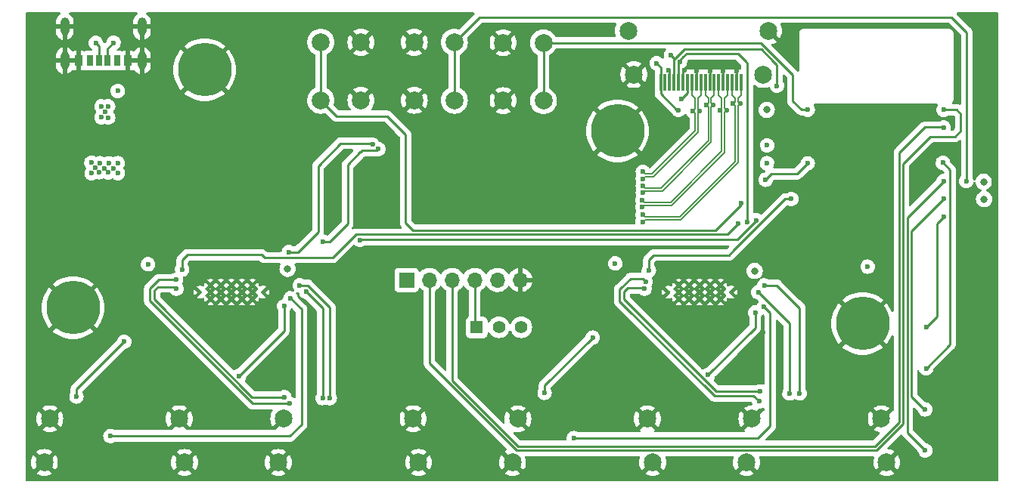
<source format=gbr>
%TF.GenerationSoftware,KiCad,Pcbnew,(6.0.6)*%
%TF.CreationDate,2022-07-25T23:31:33-07:00*%
%TF.ProjectId,HDMI-MUX,48444d49-2d4d-4555-982e-6b696361645f,rev?*%
%TF.SameCoordinates,Original*%
%TF.FileFunction,Copper,L4,Bot*%
%TF.FilePolarity,Positive*%
%FSLAX46Y46*%
G04 Gerber Fmt 4.6, Leading zero omitted, Abs format (unit mm)*
G04 Created by KiCad (PCBNEW (6.0.6)) date 2022-07-25 23:31:33*
%MOMM*%
%LPD*%
G01*
G04 APERTURE LIST*
%TA.AperFunction,ComponentPad*%
%ADD10C,1.995000*%
%TD*%
%TA.AperFunction,ComponentPad*%
%ADD11C,6.000000*%
%TD*%
%TA.AperFunction,ComponentPad*%
%ADD12R,1.700000X1.700000*%
%TD*%
%TA.AperFunction,ComponentPad*%
%ADD13O,1.700000X1.700000*%
%TD*%
%TA.AperFunction,ComponentPad*%
%ADD14C,2.000000*%
%TD*%
%TA.AperFunction,ComponentPad*%
%ADD15C,0.400000*%
%TD*%
%TA.AperFunction,ComponentPad*%
%ADD16R,1.408000X1.408000*%
%TD*%
%TA.AperFunction,ComponentPad*%
%ADD17C,1.408000*%
%TD*%
%TA.AperFunction,SMDPad,CuDef*%
%ADD18R,0.700000X1.150000*%
%TD*%
%TA.AperFunction,SMDPad,CuDef*%
%ADD19R,0.800000X1.150000*%
%TD*%
%TA.AperFunction,SMDPad,CuDef*%
%ADD20R,0.900000X1.150000*%
%TD*%
%TA.AperFunction,ComponentPad*%
%ADD21O,1.000000X2.000000*%
%TD*%
%TA.AperFunction,SMDPad,CuDef*%
%ADD22R,0.300000X1.900000*%
%TD*%
%TA.AperFunction,ViaPad*%
%ADD23C,0.800000*%
%TD*%
%TA.AperFunction,ViaPad*%
%ADD24C,0.600000*%
%TD*%
%TA.AperFunction,ViaPad*%
%ADD25C,0.700000*%
%TD*%
%TA.AperFunction,Conductor*%
%ADD26C,0.250000*%
%TD*%
%TA.AperFunction,Conductor*%
%ADD27C,0.127000*%
%TD*%
%TA.AperFunction,Conductor*%
%ADD28C,0.290000*%
%TD*%
G04 APERTURE END LIST*
D10*
%TO.P,J6,S1,SHIELD*%
%TO.N,GND*%
X59675250Y-63255000D03*
%TO.P,J6,S2,SHIELD*%
X45175250Y-63255000D03*
%TO.P,J6,S3,SHIELD*%
X44575250Y-68155000D03*
%TO.P,J6,S4,SHIELD*%
X60275250Y-68155000D03*
%TD*%
%TO.P,J7,S1,SHIELD*%
%TO.N,GND*%
X33475250Y-63255000D03*
%TO.P,J7,S2,SHIELD*%
X18975250Y-63255000D03*
%TO.P,J7,S3,SHIELD*%
X18375250Y-68155000D03*
%TO.P,J7,S4,SHIELD*%
X34075250Y-68155000D03*
%TD*%
D11*
%TO.P,REF\u002A\u002A,1*%
%TO.N,GND*%
X109982000Y-52578000D03*
%TD*%
D12*
%TO.P,J1,1,Pin_1*%
%TO.N,unconnected-(J1-Pad1)*%
X58950000Y-47690000D03*
D13*
%TO.P,J1,2,Pin_2*%
%TO.N,/USB_RX*%
X61490000Y-47690000D03*
%TO.P,J1,3,Pin_3*%
%TO.N,/USB_TX*%
X64030000Y-47690000D03*
%TO.P,J1,4,Pin_4*%
%TO.N,Net-(J1-Pad4)*%
X66570000Y-47690000D03*
%TO.P,J1,5,Pin_5*%
%TO.N,unconnected-(J1-Pad5)*%
X69110000Y-47690000D03*
%TO.P,J1,6,Pin_6*%
%TO.N,GND*%
X71650000Y-47690000D03*
%TD*%
D14*
%TO.P,SW1,1,1*%
%TO.N,GND*%
X69753750Y-21100000D03*
X69753750Y-27600000D03*
%TO.P,SW1,2,2*%
%TO.N,Net-(R4-Pad2)*%
X74253750Y-21100000D03*
X74253750Y-27600000D03*
%TD*%
D10*
%TO.P,J4,S1,SHIELD*%
%TO.N,GND*%
X112084500Y-63257500D03*
%TO.P,J4,S2,SHIELD*%
X97584500Y-63257500D03*
%TO.P,J4,S3,SHIELD*%
X96984500Y-68157500D03*
%TO.P,J4,S4,SHIELD*%
X112684500Y-68157500D03*
%TD*%
D11*
%TO.P,REF\u002A\u002A,1*%
%TO.N,GND*%
X82550000Y-30988000D03*
%TD*%
D15*
%TO.P,U4,44,GND*%
%TO.N,GND*%
X42849500Y-49057500D03*
%TO.P,U4,45,GND*%
X41664500Y-48282500D03*
%TO.P,U4,46,GND*%
X41664500Y-49057500D03*
%TO.P,U4,47,GND*%
X41664500Y-49832500D03*
%TO.P,U4,48,GND*%
X40494500Y-48282500D03*
%TO.P,U4,49,GND*%
X40494500Y-49057500D03*
%TO.P,U4,50,GND*%
X40494500Y-49832500D03*
%TO.P,U4,51,GND*%
X39324500Y-48282500D03*
%TO.P,U4,52,GND*%
X39324500Y-49057500D03*
%TO.P,U4,53,GND*%
X39324500Y-49832500D03*
%TO.P,U4,54,GND*%
X38154500Y-48282500D03*
%TO.P,U4,55,GND*%
X38154500Y-49057500D03*
%TO.P,U4,56,GND*%
X38154500Y-49832500D03*
%TO.P,U4,57,GND*%
X36984500Y-48282500D03*
%TO.P,U4,58,GND*%
X36984500Y-49057500D03*
%TO.P,U4,59,GND*%
X36984500Y-49832500D03*
%TO.P,U4,60,GND*%
X35799500Y-49057500D03*
%TD*%
D10*
%TO.P,J5,S1,SHIELD*%
%TO.N,GND*%
X85884500Y-63257500D03*
%TO.P,J5,S2,SHIELD*%
X71384500Y-63257500D03*
%TO.P,J5,S3,SHIELD*%
X70784500Y-68157500D03*
%TO.P,J5,S4,SHIELD*%
X86484500Y-68157500D03*
%TD*%
D14*
%TO.P,SW2,1,1*%
%TO.N,Net-(R10-Pad1)*%
X49323750Y-27550000D03*
X49323750Y-21050000D03*
%TO.P,SW2,2,2*%
%TO.N,GND*%
X53823750Y-21050000D03*
X53823750Y-27550000D03*
%TD*%
D15*
%TO.P,U3,44,GND*%
%TO.N,GND*%
X95268750Y-49060000D03*
%TO.P,U3,45,GND*%
X94083750Y-48285000D03*
%TO.P,U3,46,GND*%
X94083750Y-49060000D03*
%TO.P,U3,47,GND*%
X94083750Y-49835000D03*
%TO.P,U3,48,GND*%
X92913750Y-48285000D03*
%TO.P,U3,49,GND*%
X92913750Y-49060000D03*
%TO.P,U3,50,GND*%
X92913750Y-49835000D03*
%TO.P,U3,51,GND*%
X91743750Y-48285000D03*
%TO.P,U3,52,GND*%
X91743750Y-49060000D03*
%TO.P,U3,53,GND*%
X91743750Y-49835000D03*
%TO.P,U3,54,GND*%
X90573750Y-48285000D03*
%TO.P,U3,55,GND*%
X90573750Y-49060000D03*
%TO.P,U3,56,GND*%
X90573750Y-49835000D03*
%TO.P,U3,57,GND*%
X89403750Y-48285000D03*
%TO.P,U3,58,GND*%
X89403750Y-49060000D03*
%TO.P,U3,59,GND*%
X89403750Y-49835000D03*
%TO.P,U3,60,GND*%
X88218750Y-49060000D03*
%TD*%
D11*
%TO.P,REF\u002A\u002A,1*%
%TO.N,GND*%
X21590000Y-50800000D03*
%TD*%
D16*
%TO.P,SW4,1,A*%
%TO.N,Net-(J1-Pad4)*%
X66771500Y-53000000D03*
D17*
%TO.P,SW4,2,B*%
%TO.N,+3.3V*%
X69271500Y-53000000D03*
%TO.P,SW4,3*%
%TO.N,N/C*%
X71771500Y-53000000D03*
%TD*%
D14*
%TO.P,SW3,1,1*%
%TO.N,/LED1*%
X64283750Y-21050000D03*
X64283750Y-27550000D03*
%TO.P,SW3,2,2*%
%TO.N,GND*%
X59783750Y-21050000D03*
X59783750Y-27550000D03*
%TD*%
D11*
%TO.P,REF\u002A\u002A,1*%
%TO.N,GND*%
X36322000Y-24130000D03*
%TD*%
D18*
%TO.P,J2,A5,CC1*%
%TO.N,Net-(J2-PadA5)*%
X24476000Y-23109000D03*
D19*
%TO.P,J2,A9,V-BUS*%
%TO.N,VBUS*%
X26496000Y-23109000D03*
D20*
%TO.P,J2,A12,GND*%
%TO.N,GND*%
X27726000Y-23109000D03*
D18*
%TO.P,J2,B5,CC2*%
%TO.N,Net-(J2-PadB5)*%
X25476000Y-23109000D03*
D19*
%TO.P,J2,B9,V-BUS*%
%TO.N,VBUS*%
X23456000Y-23109000D03*
D20*
%TO.P,J2,B12,GND*%
%TO.N,GND*%
X22226000Y-23109000D03*
D21*
%TO.P,J2,S1,SHIELD*%
X20656000Y-23104000D03*
%TO.P,J2,S2,SHIELD*%
X29296000Y-23104000D03*
%TO.P,J2,S3,SHIELD*%
X20656000Y-19304000D03*
%TO.P,J2,S4,SHIELD*%
X29296000Y-19304000D03*
%TD*%
D22*
%TO.P,J3,1,1*%
%TO.N,/IN_D2+*%
X96374500Y-25562500D03*
%TO.P,J3,2,2*%
%TO.N,GND*%
X95874500Y-25562500D03*
%TO.P,J3,3,3*%
%TO.N,/IN_D2-*%
X95374500Y-25562500D03*
%TO.P,J3,4,4*%
%TO.N,/IN_D1+*%
X94874500Y-25562500D03*
%TO.P,J3,5,5*%
%TO.N,GND*%
X94374500Y-25562500D03*
%TO.P,J3,6,6*%
%TO.N,/IN_D1-*%
X93874500Y-25562500D03*
%TO.P,J3,7,7*%
%TO.N,/IN_D0+*%
X93374500Y-25562500D03*
%TO.P,J3,8,8*%
%TO.N,GND*%
X92874500Y-25562500D03*
%TO.P,J3,9,9*%
%TO.N,/IN_D0-*%
X92374500Y-25562500D03*
%TO.P,J3,10,10*%
%TO.N,/IN_CLK+*%
X91874500Y-25562500D03*
%TO.P,J3,11,11*%
%TO.N,GND*%
X91374500Y-25562500D03*
%TO.P,J3,12,12*%
%TO.N,/IN_CLK-*%
X90874500Y-25562500D03*
%TO.P,J3,13,13*%
%TO.N,/IN_CEC*%
X90374500Y-25562500D03*
%TO.P,J3,14,14*%
%TO.N,GND*%
X89874500Y-25562500D03*
%TO.P,J3,15,15*%
%TO.N,/IN_SCL*%
X89374500Y-25562500D03*
%TO.P,J3,16,16*%
%TO.N,/IN_SDA*%
X88874500Y-25562500D03*
%TO.P,J3,17,17*%
%TO.N,GND*%
X88374500Y-25562500D03*
%TO.P,J3,18,18*%
%TO.N,unconnected-(J3-Pad18)*%
X87874500Y-25562500D03*
%TO.P,J3,19,19*%
%TO.N,/IN_HPD*%
X87374500Y-25562500D03*
D10*
%TO.P,J3,S1,SHIELD*%
%TO.N,GND*%
X98874500Y-24662500D03*
%TO.P,J3,S2,SHIELD*%
X84374500Y-24662500D03*
%TO.P,J3,S3,SHIELD*%
X83774500Y-19762500D03*
%TO.P,J3,S4,SHIELD*%
X99474500Y-19762500D03*
%TD*%
D23*
%TO.N,GND*%
X123526250Y-40620000D03*
D24*
X81534000Y-49530000D03*
X35052000Y-39624000D03*
X61468000Y-34798000D03*
X70612000Y-30734000D03*
X35560000Y-32004000D03*
X18542000Y-32766000D03*
X26106000Y-19124000D03*
X104902000Y-49784000D03*
X59944000Y-30734000D03*
X101584496Y-63663876D03*
X57912000Y-60198000D03*
X77724000Y-53340000D03*
X88392000Y-60198000D03*
X80264000Y-50800000D03*
X41656000Y-35052000D03*
X90019000Y-24157230D03*
X76454000Y-26162000D03*
X51562000Y-54610000D03*
X25975252Y-63661375D03*
X76200000Y-55118000D03*
X99780000Y-38580000D03*
X82884544Y-63663916D03*
X47752000Y-30734000D03*
X25146000Y-53848000D03*
X79502000Y-34798000D03*
X98044000Y-26924000D03*
X56642000Y-56896000D03*
X33782000Y-51054000D03*
X79884468Y-63663905D03*
X98044000Y-35814000D03*
X98044000Y-30480000D03*
X95874542Y-24256086D03*
X38608000Y-33782000D03*
X78232000Y-24384000D03*
X90170000Y-59182000D03*
X43434000Y-21082000D03*
X28956000Y-50038000D03*
X35052000Y-37338000D03*
X23876000Y-60198000D03*
X76708000Y-34798000D03*
X57658000Y-34798000D03*
X72898000Y-29718000D03*
X110236000Y-58928000D03*
X52578000Y-30734000D03*
X54102000Y-54610000D03*
X39370000Y-62992000D03*
X123190000Y-30734000D03*
X49175240Y-63661383D03*
X28975257Y-63661379D03*
X22830750Y-63760271D03*
X122936000Y-49784000D03*
X35306000Y-60706000D03*
X56675252Y-63661375D03*
X110236000Y-57150000D03*
X47498000Y-34798000D03*
X32258000Y-60706000D03*
X109084499Y-63663874D03*
X44196000Y-51816000D03*
X86868000Y-51816000D03*
X80010000Y-22606000D03*
X103886000Y-53848000D03*
X40386000Y-32004000D03*
X98806000Y-53594000D03*
X92874546Y-24256082D03*
X24892000Y-44704000D03*
X57658000Y-57912000D03*
X104584557Y-63663930D03*
X23876000Y-56388000D03*
X53340000Y-47752000D03*
X36830000Y-35560000D03*
X35052000Y-41656000D03*
X82042000Y-26162000D03*
X27826000Y-29474000D03*
X44450000Y-34798000D03*
D23*
X122991250Y-52970000D03*
D24*
X50530750Y-63760271D03*
X92202000Y-62738000D03*
X27076000Y-29474000D03*
X55626000Y-55880000D03*
X69596000Y-34798000D03*
X45466000Y-30734000D03*
X110490000Y-60452000D03*
X106172000Y-53848000D03*
X54356000Y-34798000D03*
X34290000Y-60706000D03*
X84328000Y-60198000D03*
X89408000Y-59944000D03*
X27826000Y-28224000D03*
X62738000Y-53594000D03*
X81384450Y-63663921D03*
X19050000Y-42164000D03*
X31070000Y-53550000D03*
X38100000Y-38354000D03*
X77029000Y-63762770D03*
X37084000Y-59944000D03*
X42926000Y-28448000D03*
X50038000Y-30734000D03*
X87630000Y-31242000D03*
X76454000Y-32004000D03*
X86614000Y-33782000D03*
X68072000Y-30734000D03*
X87376000Y-28448000D03*
X24136000Y-19124000D03*
X112272500Y-46200000D03*
X64516000Y-65278000D03*
X17780000Y-19304000D03*
X27446000Y-28844000D03*
D23*
X122891250Y-62250000D03*
X122891250Y-66730000D03*
D24*
X74676000Y-33782000D03*
X53675305Y-63661427D03*
X102950000Y-63762771D03*
X18288000Y-55372000D03*
X77470000Y-49022000D03*
X52175302Y-63661424D03*
X22206000Y-23144000D03*
X75240000Y-63762771D03*
X52832000Y-54610000D03*
X100584000Y-53848000D03*
X47330000Y-46460000D03*
X76200000Y-59436000D03*
X48260000Y-51562000D03*
X39624000Y-67564000D03*
X36322000Y-60706000D03*
X85344000Y-60198000D03*
X35052000Y-43688000D03*
X45974000Y-53848000D03*
X27051000Y-28244800D03*
X86360000Y-60198000D03*
X78486000Y-29972000D03*
X37846000Y-59182000D03*
X94374547Y-24256081D03*
X96774000Y-51816000D03*
X78384474Y-63663898D03*
X46990000Y-42164000D03*
X105156000Y-53848000D03*
X91374544Y-24256084D03*
X78994000Y-52070000D03*
X45570000Y-32740000D03*
X72136000Y-34798000D03*
X42926000Y-30734000D03*
D23*
X123001250Y-57650000D03*
D24*
X83170000Y-53310000D03*
X91694000Y-68580000D03*
X107584499Y-63663874D03*
X28318500Y-26514000D03*
X64262000Y-34798000D03*
X51054000Y-34798000D03*
X87376000Y-60198000D03*
X65532000Y-30734000D03*
X62738000Y-30734000D03*
X48260000Y-54610000D03*
X67056000Y-34798000D03*
X26416000Y-52578000D03*
X27475250Y-63661374D03*
X88230000Y-24157229D03*
X55175250Y-63661374D03*
X24619750Y-63760270D03*
X69596000Y-58166000D03*
X40132000Y-36576000D03*
X30475276Y-63661398D03*
D23*
X99620000Y-46680000D03*
D24*
X123698000Y-19812000D03*
X33274000Y-60706000D03*
X27686000Y-51308000D03*
X55118000Y-30734000D03*
X120396000Y-59944000D03*
X22456000Y-24844000D03*
X106084552Y-63663924D03*
%TO.N,/IN_D2+*%
X85363750Y-41166000D03*
X96270500Y-27940000D03*
%TO.N,/IN_D2-*%
X95478500Y-27940000D03*
X85363750Y-40374000D03*
%TO.N,/IN_D1+*%
X94770500Y-28650000D03*
X85333750Y-39546000D03*
%TO.N,/IN_D1-*%
X93978500Y-28650000D03*
X85333750Y-38754000D03*
%TO.N,/USB_RX*%
X119046250Y-28610000D03*
%TO.N,/USB_TX*%
X119046250Y-30610000D03*
D25*
%TO.N,VBUS*%
X26496000Y-23109000D03*
X23456000Y-23109000D03*
D24*
%TO.N,/IN_D0+*%
X85373750Y-37946000D03*
X93270500Y-28068872D03*
%TO.N,/IN_D0-*%
X85373750Y-37154000D03*
X92478500Y-28068872D03*
%TO.N,/IN_CLK+*%
X85384677Y-36354547D03*
X91770500Y-28760000D03*
%TO.N,/IN_CLK-*%
X85384677Y-35562547D03*
X90978500Y-28760000D03*
%TO.N,/IN_CEC*%
X89723750Y-27380000D03*
%TO.N,/IN_SCL*%
X89537481Y-23237731D03*
X45753750Y-44560000D03*
X97053750Y-41190000D03*
X55123750Y-32525500D03*
%TO.N,/IN_SDA*%
X100393750Y-25930000D03*
X55763750Y-33015500D03*
X49553750Y-43370000D03*
X88523750Y-22514500D03*
%TO.N,/IN_HPD*%
X89388250Y-28650731D03*
X86943750Y-23400000D03*
%TO.N,/P1_CEC*%
X98394500Y-61307500D03*
X85686991Y-47875436D03*
%TO.N,/P1_SCL*%
X102944500Y-60407500D03*
X98984500Y-48307500D03*
%TO.N,/P1_SDA*%
X101794500Y-60407500D03*
X98302271Y-49054500D03*
%TO.N,/P1_HPD*%
X85564500Y-48665500D03*
X98514500Y-60187500D03*
%TO.N,/P2_SCL*%
X98924500Y-50677500D03*
X77654500Y-65417500D03*
%TO.N,/P2_SDA*%
X92670231Y-58341769D03*
X97954500Y-51347500D03*
%TO.N,/P2_HPD*%
X74384500Y-60347500D03*
X79750231Y-54153231D03*
%TO.N,/P3_CEC*%
X45844500Y-61557500D03*
X33104500Y-47677500D03*
%TO.N,/P3_SCL*%
X50336566Y-60942507D03*
X46974500Y-48297500D03*
%TO.N,/P3_SDA*%
X49524500Y-60927500D03*
X47698769Y-49033231D03*
%TO.N,/P3_HPD*%
X33164500Y-48663000D03*
X45244500Y-60807500D03*
%TO.N,/P4_SCL*%
X25774500Y-65177500D03*
X45934500Y-49747500D03*
%TO.N,/P4_SDA*%
X45214500Y-50637500D03*
X40184500Y-58437500D03*
%TO.N,/P4_HPD*%
X27315231Y-54608231D03*
X21974500Y-60757500D03*
%TO.N,/LED4*%
X119046250Y-40610000D03*
X117153750Y-52990000D03*
%TO.N,/LED2*%
X119046250Y-38610000D03*
X116991250Y-62200000D03*
%TO.N,/LED1*%
X119046250Y-36610000D03*
X116991250Y-66800000D03*
X121596250Y-36610000D03*
%TO.N,/LED3*%
X118983750Y-34560000D03*
X117093750Y-57600000D03*
%TO.N,Net-(J2-PadB5)*%
X26126000Y-21104000D03*
%TO.N,+3.3V*%
X26593500Y-26514000D03*
D23*
X97897500Y-46680000D03*
D24*
X29990000Y-45930000D03*
X26086000Y-35154000D03*
X25516000Y-28234000D03*
D23*
X45607500Y-46440000D03*
X123536250Y-36680000D03*
D24*
X24776000Y-29464000D03*
X25056000Y-35154000D03*
X99300000Y-32610000D03*
D23*
X99256250Y-28620000D03*
D24*
X25526000Y-29484000D03*
X24546000Y-35614000D03*
X82290000Y-45850000D03*
X25526000Y-35644000D03*
X25576000Y-34614000D03*
X24576000Y-34604000D03*
X23646000Y-34544000D03*
D23*
X123576250Y-38630000D03*
D24*
X23676000Y-35744000D03*
X24776000Y-28234000D03*
X26606000Y-35714000D03*
X99280000Y-34600000D03*
X24056000Y-35114000D03*
X25156000Y-28854000D03*
X110547500Y-46200000D03*
X26586000Y-34594000D03*
%TO.N,Net-(J2-PadA5)*%
X24136000Y-21114000D03*
%TO.N,Net-(R4-Pad2)*%
X103846250Y-28610000D03*
%TO.N,Net-(R10-Pad1)*%
X103846250Y-34610000D03*
X99121935Y-36458185D03*
X96409250Y-39083185D03*
%TO.N,/MUX_B_SEL*%
X96063750Y-41340000D03*
X33803750Y-46520000D03*
%TO.N,/MUX_A_SEL*%
X102013750Y-38610000D03*
X86053750Y-46640000D03*
%TO.N,/MUX_B_EN*%
X53733750Y-43200000D03*
X98052161Y-40998411D03*
%TD*%
D26*
%TO.N,GND*%
X88374500Y-24301729D02*
X88230000Y-24157229D01*
X94374500Y-25562500D02*
X94374500Y-24256128D01*
X92874500Y-25562500D02*
X92874500Y-24256128D01*
X94374500Y-24256128D02*
X94374547Y-24256081D01*
X27726000Y-23384000D02*
X27746000Y-23404000D01*
X91374500Y-24256128D02*
X91374544Y-24256084D01*
X22226000Y-23394000D02*
X22206000Y-23144000D01*
X92874500Y-24256128D02*
X92874546Y-24256082D01*
X91374500Y-25562500D02*
X91374500Y-24256128D01*
X89874500Y-24301730D02*
X90019000Y-24157230D01*
X89874500Y-25562500D02*
X89874500Y-24301730D01*
X22206000Y-23144000D02*
X22246000Y-23414000D01*
X88374500Y-25562500D02*
X88374500Y-24301729D01*
X95874500Y-25562500D02*
X95874500Y-24256128D01*
X95874500Y-24256128D02*
X95874542Y-24256086D01*
D27*
%TO.N,/IN_D2+*%
X85600249Y-40929501D02*
X85363750Y-41166000D01*
X96374500Y-25562500D02*
X96374500Y-26987501D01*
X96034000Y-27328001D02*
X96034001Y-27703501D01*
X96034001Y-27703501D02*
X96270500Y-27940000D01*
X96270500Y-27940000D02*
X96034001Y-28176499D01*
X89639817Y-40929501D02*
X85600249Y-40929501D01*
X96034001Y-34535317D02*
X89639817Y-40929501D01*
X96034001Y-28176499D02*
X96034001Y-34535317D01*
X96374500Y-26987501D02*
X96034000Y-27328001D01*
%TO.N,/IN_D2-*%
X95374500Y-26987501D02*
X95715000Y-27328001D01*
X85600249Y-40610499D02*
X85363750Y-40374000D01*
X95714999Y-34403183D02*
X89507683Y-40610499D01*
X95715000Y-27328001D02*
X95714999Y-27703501D01*
X95478500Y-27940000D02*
X95714999Y-28176499D01*
X89507683Y-40610499D02*
X85600249Y-40610499D01*
X95374500Y-25562500D02*
X95374500Y-26987501D01*
X95714999Y-28176499D02*
X95714999Y-34403183D01*
X95714999Y-27703501D02*
X95478500Y-27940000D01*
%TO.N,/IN_D1+*%
X94874500Y-25562500D02*
X94874500Y-26987501D01*
X85570249Y-39309501D02*
X85333750Y-39546000D01*
X94770500Y-28650000D02*
X94534001Y-28886499D01*
X94874500Y-26987501D02*
X94534000Y-27328001D01*
X88619817Y-39309501D02*
X85570249Y-39309501D01*
X94534000Y-27328001D02*
X94534001Y-28413501D01*
X94534001Y-28413501D02*
X94770500Y-28650000D01*
X94534001Y-33395317D02*
X88619817Y-39309501D01*
X94534001Y-28886499D02*
X94534001Y-33395317D01*
%TO.N,/IN_D1-*%
X93874500Y-26987501D02*
X94215000Y-27328001D01*
X94214999Y-28886499D02*
X94214999Y-33263183D01*
X93978500Y-28650000D02*
X94214999Y-28886499D01*
X93874500Y-25562500D02*
X93874500Y-26987501D01*
X94214999Y-28413501D02*
X93978500Y-28650000D01*
X94215000Y-27328001D02*
X94214999Y-28413501D01*
X88487683Y-38990499D02*
X85570249Y-38990499D01*
X85570249Y-38990499D02*
X85333750Y-38754000D01*
X94214999Y-33263183D02*
X88487683Y-38990499D01*
D26*
%TO.N,/USB_RX*%
X120483750Y-28610000D02*
X120943750Y-29070000D01*
X111541448Y-66810000D02*
X71247354Y-66810000D01*
X114543750Y-34650000D02*
X114543750Y-63807698D01*
X117583750Y-31610000D02*
X114543750Y-34650000D01*
X71247354Y-66810000D02*
X61490000Y-57052646D01*
X61490000Y-57052646D02*
X61490000Y-47690000D01*
X120943750Y-29070000D02*
X120943750Y-30980000D01*
X114543750Y-63807698D02*
X111541448Y-66810000D01*
X119046250Y-28610000D02*
X120483750Y-28610000D01*
X120943750Y-30980000D02*
X120313750Y-31610000D01*
X120313750Y-31610000D02*
X117583750Y-31610000D01*
%TO.N,/USB_TX*%
X114093750Y-33450000D02*
X114093750Y-63621302D01*
X119016250Y-30580000D02*
X116963750Y-30580000D01*
X71393750Y-66320000D02*
X64030000Y-58956250D01*
X116963750Y-30580000D02*
X114093750Y-33450000D01*
X119046250Y-30610000D02*
X119016250Y-30580000D01*
X111395052Y-66320000D02*
X71393750Y-66320000D01*
X64030000Y-58956250D02*
X64030000Y-47690000D01*
X114093750Y-63621302D02*
X111395052Y-66320000D01*
D27*
%TO.N,/IN_D0+*%
X93034000Y-27328001D02*
X93034001Y-27832373D01*
X93034001Y-32225317D02*
X87549817Y-37709501D01*
X93374500Y-25562500D02*
X93374500Y-26987501D01*
X93270500Y-28068872D02*
X93034001Y-28305371D01*
X85610249Y-37709501D02*
X85373750Y-37946000D01*
X87549817Y-37709501D02*
X85610249Y-37709501D01*
X93034001Y-28305371D02*
X93034001Y-32225317D01*
X93034001Y-27832373D02*
X93270500Y-28068872D01*
X93374500Y-26987501D02*
X93034000Y-27328001D01*
%TO.N,/IN_D0-*%
X92714999Y-32093183D02*
X87417683Y-37390499D01*
X92478500Y-28068872D02*
X92714999Y-28305371D01*
X92714999Y-27832373D02*
X92478500Y-28068872D01*
X92714999Y-28305371D02*
X92714999Y-32093183D01*
X92715000Y-27328001D02*
X92714999Y-27832373D01*
X85610249Y-37390499D02*
X85373750Y-37154000D01*
X87417683Y-37390499D02*
X85610249Y-37390499D01*
X92374500Y-26987501D02*
X92715000Y-27328001D01*
X92374500Y-25562500D02*
X92374500Y-26987501D01*
%TO.N,/IN_CLK+*%
X91874500Y-25562500D02*
X91874500Y-26987501D01*
X91534001Y-28523501D02*
X91770500Y-28760000D01*
X85621176Y-36118048D02*
X85384677Y-36354547D01*
X86541270Y-36118048D02*
X85621176Y-36118048D01*
X91534000Y-27328001D02*
X91534001Y-28523501D01*
X91534001Y-28996499D02*
X91534001Y-31125317D01*
X91770500Y-28760000D02*
X91534001Y-28996499D01*
X91874500Y-26987501D02*
X91534000Y-27328001D01*
X91534001Y-31125317D02*
X86541270Y-36118048D01*
%TO.N,/IN_CLK-*%
X91215000Y-27328001D02*
X91214999Y-28523501D01*
X91214999Y-28523501D02*
X90978500Y-28760000D01*
X91214999Y-28996499D02*
X91214999Y-30993183D01*
X90874500Y-25562500D02*
X90874500Y-26987501D01*
X86409136Y-35799046D02*
X85621176Y-35799046D01*
X85621176Y-35799046D02*
X85384677Y-35562547D01*
X91214999Y-30993183D02*
X86409136Y-35799046D01*
X90874500Y-26987501D02*
X91215000Y-27328001D01*
X90978500Y-28760000D02*
X91214999Y-28996499D01*
D28*
%TO.N,/IN_CEC*%
X89723750Y-27380000D02*
X90374500Y-26729250D01*
X90374500Y-26729250D02*
X90374500Y-25562500D01*
%TO.N,/IN_SCL*%
X96853750Y-23180000D02*
X97072367Y-23398617D01*
X96013750Y-22340000D02*
X96853750Y-23180000D01*
X94183750Y-22340000D02*
X96013750Y-22340000D01*
X49023750Y-42330000D02*
X49023750Y-34900000D01*
X89392981Y-23237731D02*
X89537481Y-23237731D01*
X46793750Y-44560000D02*
X47193750Y-44160000D01*
X89893750Y-22700000D02*
X90253750Y-22340000D01*
X89374500Y-23219250D02*
X89392981Y-23237731D01*
X54968750Y-32370500D02*
X55123750Y-32525500D01*
X89374500Y-23219250D02*
X89893750Y-22700000D01*
X47193750Y-44160000D02*
X49023750Y-42330000D01*
X97053750Y-31157234D02*
X97072367Y-31138617D01*
X90253750Y-22340000D02*
X94183750Y-22340000D01*
X89374500Y-25562500D02*
X89374500Y-23219250D01*
X97072367Y-23398617D02*
X97072367Y-31138617D01*
X51553250Y-32370500D02*
X54968750Y-32370500D01*
X45753750Y-44560000D02*
X46793750Y-44560000D01*
X49023750Y-34900000D02*
X51553250Y-32370500D01*
X97053750Y-41190000D02*
X97053750Y-31157234D01*
%TO.N,/IN_SDA*%
X53783750Y-33370000D02*
X53743750Y-33370000D01*
X52333750Y-34780000D02*
X52333750Y-41380000D01*
X88874500Y-22989250D02*
X89483750Y-22380000D01*
X88874500Y-22989250D02*
X88874500Y-22865250D01*
X53743750Y-33370000D02*
X52333750Y-34780000D01*
X90013750Y-21850000D02*
X94163750Y-21850000D01*
X98653750Y-21850000D02*
X100043750Y-23240000D01*
X88874500Y-22865250D02*
X88523750Y-22514500D01*
X55608750Y-33170500D02*
X53983250Y-33170500D01*
X100393750Y-23590000D02*
X100393750Y-25930000D01*
X53983250Y-33170500D02*
X53783750Y-33370000D01*
X55763750Y-33015500D02*
X55608750Y-33170500D01*
X89483750Y-22380000D02*
X90013750Y-21850000D01*
X100043750Y-23240000D02*
X100393750Y-23590000D01*
X88874500Y-25562500D02*
X88874500Y-22989250D01*
X52333750Y-41380000D02*
X50343750Y-43370000D01*
X94163750Y-21850000D02*
X98653750Y-21850000D01*
X50343750Y-43370000D02*
X49553750Y-43370000D01*
%TO.N,/IN_HPD*%
X89388250Y-28650731D02*
X89172731Y-28650731D01*
X87374500Y-26590750D02*
X87374500Y-25562500D01*
X87374500Y-25562500D02*
X87374500Y-23830750D01*
X87374500Y-26852500D02*
X87374500Y-26590750D01*
X87374500Y-23830750D02*
X86943750Y-23400000D01*
X89172731Y-28650731D02*
X87374500Y-26852500D01*
%TO.N,/P1_CEC*%
X85359055Y-47547500D02*
X85234500Y-47547500D01*
X82794500Y-49557500D02*
X82794500Y-50070464D01*
X93401536Y-60677500D02*
X94764500Y-60677500D01*
X94764500Y-60677500D02*
X97764500Y-60677500D01*
X85686991Y-47875436D02*
X85359055Y-47547500D01*
X82954500Y-48587500D02*
X82794500Y-48747500D01*
X97764500Y-60677500D02*
X98394500Y-61307500D01*
X82794500Y-48747500D02*
X82794500Y-49557500D01*
X83994500Y-47547500D02*
X82954500Y-48587500D01*
X82794500Y-50070464D02*
X93401536Y-60677500D01*
X85234500Y-47547500D02*
X83994500Y-47547500D01*
%TO.N,/P1_SCL*%
X102944500Y-50867500D02*
X102944500Y-60407500D01*
X98984500Y-48307500D02*
X100384500Y-48307500D01*
X100444500Y-48367500D02*
X102944500Y-50867500D01*
X100384500Y-48307500D02*
X100444500Y-48367500D01*
%TO.N,/P1_SDA*%
X101814500Y-53127500D02*
X101814500Y-60387500D01*
X98302271Y-49054500D02*
X101814500Y-52566729D01*
X101814500Y-60387500D02*
X101794500Y-60407500D01*
X101814500Y-52566729D02*
X101814500Y-53127500D01*
%TO.N,/P1_HPD*%
X93604500Y-60187500D02*
X93974500Y-60187500D01*
X85564500Y-48665500D02*
X85476500Y-48577500D01*
X93974500Y-60187500D02*
X98514500Y-60187500D01*
X83284500Y-49867500D02*
X84054500Y-50637500D01*
X84364500Y-48577500D02*
X83694500Y-48577500D01*
X84054500Y-50637500D02*
X93604500Y-60187500D01*
X83694500Y-48577500D02*
X83284500Y-48987500D01*
X85476500Y-48577500D02*
X84364500Y-48577500D01*
X83284500Y-48987500D02*
X83284500Y-49867500D01*
%TO.N,/P2_SCL*%
X99624500Y-64067500D02*
X98754500Y-64937500D01*
X82664500Y-65407500D02*
X77664500Y-65407500D01*
X98754500Y-64937500D02*
X98284500Y-65407500D01*
X99624500Y-52587500D02*
X99624500Y-64067500D01*
X99624500Y-51377500D02*
X99624500Y-52587500D01*
X98924500Y-50677500D02*
X99624500Y-51377500D01*
X77664500Y-65407500D02*
X77654500Y-65417500D01*
X98284500Y-65407500D02*
X82664500Y-65407500D01*
%TO.N,/P2_SDA*%
X92670231Y-58341769D02*
X97954500Y-53057500D01*
X97954500Y-53057500D02*
X97954500Y-51347500D01*
%TO.N,/P2_HPD*%
X74384500Y-59518962D02*
X74384500Y-60347500D01*
X79750231Y-54153231D02*
X74384500Y-59518962D01*
%TO.N,/P3_CEC*%
X30458018Y-48401018D02*
X30194500Y-48664536D01*
X31181536Y-47677500D02*
X30458018Y-48401018D01*
X30194500Y-50052633D02*
X41699367Y-61557500D01*
X41699367Y-61557500D02*
X45844500Y-61557500D01*
X33104500Y-47677500D02*
X31181536Y-47677500D01*
X30194500Y-48664536D02*
X30194500Y-50052633D01*
%TO.N,/P3_SCL*%
X47874500Y-48297500D02*
X46974500Y-48297500D01*
X50336566Y-60942507D02*
X50336566Y-50759566D01*
X48794500Y-49217500D02*
X47874500Y-48297500D01*
X50336566Y-50759566D02*
X48794500Y-49217500D01*
%TO.N,/P3_SDA*%
X49524500Y-50957500D02*
X49524500Y-50858962D01*
X49524500Y-50858962D02*
X47698769Y-49033231D01*
X49524500Y-60927500D02*
X49524500Y-50957500D01*
%TO.N,/P3_HPD*%
X32959000Y-48457500D02*
X33164500Y-48663000D01*
X30684500Y-49849668D02*
X30684500Y-48867500D01*
X41642332Y-60807500D02*
X30684500Y-49849668D01*
X45244500Y-60807500D02*
X41642332Y-60807500D01*
X30684500Y-48867500D02*
X31094500Y-48457500D01*
X31094500Y-48457500D02*
X32959000Y-48457500D01*
%TO.N,/P4_SCL*%
X45854500Y-65177500D02*
X47164500Y-63867500D01*
X47164500Y-50977500D02*
X45934500Y-49747500D01*
X25774500Y-65177500D02*
X45854500Y-65177500D01*
X47164500Y-63867500D02*
X47164500Y-50977500D01*
%TO.N,/P4_SDA*%
X40184500Y-58437500D02*
X45214500Y-53407500D01*
X45214500Y-53407500D02*
X45214500Y-50637500D01*
%TO.N,/P4_HPD*%
X21974500Y-59948962D02*
X21974500Y-60757500D01*
X27315231Y-54608231D02*
X21974500Y-59948962D01*
D26*
%TO.N,/LED4*%
X118321250Y-41335000D02*
X118321250Y-51822500D01*
X119046250Y-40610000D02*
X118321250Y-41335000D01*
X118321250Y-51822500D02*
X117153750Y-52990000D01*
%TO.N,/LED2*%
X119046250Y-38610000D02*
X115443750Y-42212500D01*
X115443750Y-42212500D02*
X115443750Y-60740000D01*
X115443750Y-60740000D02*
X116903750Y-62200000D01*
X116903750Y-62200000D02*
X116991250Y-62200000D01*
%TO.N,/LED1*%
X64283750Y-21050000D02*
X64283750Y-27550000D01*
X121633750Y-19920000D02*
X121633750Y-36572500D01*
X114993750Y-40662500D02*
X114993750Y-64802500D01*
X64283750Y-21050000D02*
X67081448Y-18252302D01*
X119966052Y-18252302D02*
X121633750Y-19920000D01*
X114993750Y-64802500D02*
X116991250Y-66800000D01*
X67081448Y-18252302D02*
X119966052Y-18252302D01*
X121633750Y-36572500D02*
X121596250Y-36610000D01*
X119046250Y-36610000D02*
X114993750Y-40662500D01*
%TO.N,/LED3*%
X118983750Y-34560000D02*
X119771250Y-35347500D01*
X119771250Y-35347500D02*
X119771250Y-54922500D01*
X119771250Y-54922500D02*
X117093750Y-57600000D01*
%TO.N,Net-(J2-PadB5)*%
X25476000Y-21754000D02*
X26126000Y-21104000D01*
X25476000Y-23399000D02*
X25476000Y-21754000D01*
%TO.N,Net-(J2-PadA5)*%
X24476000Y-21454000D02*
X24136000Y-21114000D01*
X24476000Y-23109000D02*
X24476000Y-21454000D01*
%TO.N,Net-(R4-Pad2)*%
X102163750Y-24695320D02*
X102163750Y-27630000D01*
X102163750Y-27630000D02*
X103143750Y-28610000D01*
X103143750Y-28610000D02*
X103846250Y-28610000D01*
X74253750Y-21100000D02*
X98568430Y-21100000D01*
X98568430Y-21100000D02*
X102163750Y-24695320D01*
X74253750Y-21100000D02*
X74253750Y-27600000D01*
%TO.N,Net-(R10-Pad1)*%
X58823750Y-41300000D02*
X59648750Y-42125000D01*
X102646250Y-35810000D02*
X103846250Y-34610000D01*
X95003750Y-40640000D02*
X96409250Y-39234500D01*
X59648750Y-42125000D02*
X71563750Y-42125000D01*
X71563750Y-42125000D02*
X93518750Y-42125000D01*
X93518750Y-42125000D02*
X95003750Y-40640000D01*
X49323750Y-27550000D02*
X51123750Y-29350000D01*
X51123750Y-29350000D02*
X54573750Y-29350000D01*
X58153750Y-30710000D02*
X58823750Y-31380000D01*
X96409250Y-39234500D02*
X96409250Y-39083185D01*
X56793750Y-29350000D02*
X58153750Y-30710000D01*
X99770120Y-35810000D02*
X102646250Y-35810000D01*
X49323750Y-21050000D02*
X49323750Y-27550000D01*
X99121935Y-36458185D02*
X99770120Y-35810000D01*
X58823750Y-31380000D02*
X58823750Y-41300000D01*
X54573750Y-29350000D02*
X56793750Y-29350000D01*
%TO.N,/MUX_B_SEL*%
X94828750Y-42575000D02*
X57138750Y-42575000D01*
X33803750Y-45440000D02*
X34373750Y-44870000D01*
X33803750Y-46520000D02*
X33803750Y-45440000D01*
X96063750Y-41340000D02*
X94828750Y-42575000D01*
X43018750Y-45185000D02*
X50658750Y-45185000D01*
X42713750Y-44880000D02*
X43018750Y-45185000D01*
X53268750Y-42575000D02*
X57138750Y-42575000D01*
X34383750Y-44880000D02*
X42713750Y-44880000D01*
X50658750Y-45185000D02*
X52553750Y-43290000D01*
X52553750Y-43290000D02*
X53268750Y-42575000D01*
X34373750Y-44870000D02*
X34383750Y-44880000D01*
%TO.N,/MUX_A_SEL*%
X86053750Y-46640000D02*
X86053750Y-45410000D01*
X86553750Y-44910000D02*
X95023750Y-44910000D01*
X101323750Y-38610000D02*
X102013750Y-38610000D01*
X86053750Y-45410000D02*
X86553750Y-44910000D01*
X95023750Y-44910000D02*
X95573750Y-44360000D01*
X95573750Y-44360000D02*
X101323750Y-38610000D01*
%TO.N,/MUX_B_EN*%
X53733750Y-43200000D02*
X53768750Y-43165000D01*
X53768750Y-43165000D02*
X95962634Y-43165000D01*
X95962634Y-43165000D02*
X98062161Y-41065473D01*
X98062161Y-41065473D02*
X98062161Y-41008411D01*
X98062161Y-41008411D02*
X98052161Y-40998411D01*
%TO.N,Net-(J1-Pad4)*%
X66570000Y-47690000D02*
X66570000Y-52798500D01*
X66570000Y-52798500D02*
X66771500Y-53000000D01*
%TD*%
%TA.AperFunction,Conductor*%
%TO.N,GND*%
G36*
X20130832Y-17728502D02*
G01*
X20177325Y-17782158D01*
X20187429Y-17852432D01*
X20157935Y-17917012D01*
X20121087Y-17946161D01*
X20106850Y-17953604D01*
X20096585Y-17960321D01*
X19952127Y-18076468D01*
X19943368Y-18085046D01*
X19824222Y-18227039D01*
X19817292Y-18237159D01*
X19727998Y-18399585D01*
X19723166Y-18410858D01*
X19667120Y-18587538D01*
X19664570Y-18599532D01*
X19648393Y-18743761D01*
X19648000Y-18750785D01*
X19648000Y-19031885D01*
X19652475Y-19047124D01*
X19653865Y-19048329D01*
X19661548Y-19050000D01*
X21645885Y-19050000D01*
X21661124Y-19045525D01*
X21662329Y-19044135D01*
X21664000Y-19036452D01*
X21664000Y-18757343D01*
X21663699Y-18751195D01*
X21650188Y-18613397D01*
X21647805Y-18601362D01*
X21594233Y-18423924D01*
X21589559Y-18412584D01*
X21502540Y-18248923D01*
X21495751Y-18238706D01*
X21378603Y-18095067D01*
X21369959Y-18086363D01*
X21227144Y-17968216D01*
X21216973Y-17961356D01*
X21187345Y-17945336D01*
X21136936Y-17895341D01*
X21121559Y-17826030D01*
X21146095Y-17759408D01*
X21202755Y-17716627D01*
X21247274Y-17708500D01*
X28702711Y-17708500D01*
X28770832Y-17728502D01*
X28817325Y-17782158D01*
X28827429Y-17852432D01*
X28797935Y-17917012D01*
X28761087Y-17946161D01*
X28746850Y-17953604D01*
X28736585Y-17960321D01*
X28592127Y-18076468D01*
X28583368Y-18085046D01*
X28464222Y-18227039D01*
X28457292Y-18237159D01*
X28367998Y-18399585D01*
X28363166Y-18410858D01*
X28307120Y-18587538D01*
X28304570Y-18599532D01*
X28288393Y-18743761D01*
X28288000Y-18750785D01*
X28288000Y-19031885D01*
X28292475Y-19047124D01*
X28293865Y-19048329D01*
X28301548Y-19050000D01*
X30285885Y-19050000D01*
X30301124Y-19045525D01*
X30302329Y-19044135D01*
X30304000Y-19036452D01*
X30304000Y-18757343D01*
X30303699Y-18751195D01*
X30290188Y-18613397D01*
X30287805Y-18601362D01*
X30234233Y-18423924D01*
X30229559Y-18412584D01*
X30142540Y-18248923D01*
X30135751Y-18238706D01*
X30018603Y-18095067D01*
X30009959Y-18086363D01*
X29867144Y-17968216D01*
X29856973Y-17961356D01*
X29827345Y-17945336D01*
X29776936Y-17895341D01*
X29761559Y-17826030D01*
X29786095Y-17759408D01*
X29842755Y-17716627D01*
X29887274Y-17708500D01*
X66425155Y-17708500D01*
X66493276Y-17728502D01*
X66539769Y-17782158D01*
X66549873Y-17852432D01*
X66520379Y-17917012D01*
X66514250Y-17923595D01*
X64862209Y-19575636D01*
X64799897Y-19609662D01*
X64743701Y-19609060D01*
X64673844Y-19592289D01*
X64525274Y-19556620D01*
X64525268Y-19556619D01*
X64520461Y-19555465D01*
X64283750Y-19536835D01*
X64047039Y-19555465D01*
X64042232Y-19556619D01*
X64042226Y-19556620D01*
X63916373Y-19586835D01*
X63816156Y-19610895D01*
X63811585Y-19612788D01*
X63811583Y-19612789D01*
X63601361Y-19699865D01*
X63601357Y-19699867D01*
X63596787Y-19701760D01*
X63592567Y-19704346D01*
X63398548Y-19823241D01*
X63398542Y-19823245D01*
X63394334Y-19825824D01*
X63213781Y-19980031D01*
X63059574Y-20160584D01*
X63056995Y-20164792D01*
X63056991Y-20164798D01*
X62959283Y-20324243D01*
X62935510Y-20363037D01*
X62933617Y-20367607D01*
X62933615Y-20367611D01*
X62857908Y-20550386D01*
X62844645Y-20582406D01*
X62825390Y-20662609D01*
X62795224Y-20788260D01*
X62789215Y-20813289D01*
X62770585Y-21050000D01*
X62789215Y-21286711D01*
X62790369Y-21291518D01*
X62790370Y-21291524D01*
X62802374Y-21341524D01*
X62844645Y-21517594D01*
X62846538Y-21522165D01*
X62846539Y-21522167D01*
X62933522Y-21732163D01*
X62935510Y-21736963D01*
X62938096Y-21741183D01*
X63056991Y-21935202D01*
X63056995Y-21935208D01*
X63059574Y-21939416D01*
X63213781Y-22119969D01*
X63394334Y-22274176D01*
X63398542Y-22276755D01*
X63398548Y-22276759D01*
X63590085Y-22394133D01*
X63637716Y-22446781D01*
X63650250Y-22501566D01*
X63650250Y-26098434D01*
X63630248Y-26166555D01*
X63590085Y-26205867D01*
X63398548Y-26323241D01*
X63398542Y-26323245D01*
X63394334Y-26325824D01*
X63213781Y-26480031D01*
X63210573Y-26483787D01*
X63194471Y-26502640D01*
X63059574Y-26660584D01*
X63056995Y-26664792D01*
X63056991Y-26664798D01*
X62944363Y-26848590D01*
X62935510Y-26863037D01*
X62933617Y-26867607D01*
X62933615Y-26867611D01*
X62865892Y-27031111D01*
X62844645Y-27082406D01*
X62843490Y-27087218D01*
X62791354Y-27304380D01*
X62789215Y-27313289D01*
X62770585Y-27550000D01*
X62789215Y-27786711D01*
X62790369Y-27791518D01*
X62790370Y-27791524D01*
X62821700Y-27922022D01*
X62844645Y-28017594D01*
X62846538Y-28022165D01*
X62846539Y-28022167D01*
X62933522Y-28232163D01*
X62935510Y-28236963D01*
X62938096Y-28241183D01*
X63056991Y-28435202D01*
X63056995Y-28435208D01*
X63059574Y-28439416D01*
X63083908Y-28467907D01*
X63208651Y-28613962D01*
X63213781Y-28619969D01*
X63394334Y-28774176D01*
X63398542Y-28776755D01*
X63398548Y-28776759D01*
X63589657Y-28893871D01*
X63596787Y-28898240D01*
X63601357Y-28900133D01*
X63601361Y-28900135D01*
X63811583Y-28987211D01*
X63816156Y-28989105D01*
X63896359Y-29008360D01*
X64042226Y-29043380D01*
X64042232Y-29043381D01*
X64047039Y-29044535D01*
X64283750Y-29063165D01*
X64520461Y-29044535D01*
X64525268Y-29043381D01*
X64525274Y-29043380D01*
X64671141Y-29008360D01*
X64751344Y-28989105D01*
X64755917Y-28987211D01*
X64966139Y-28900135D01*
X64966143Y-28900133D01*
X64970713Y-28898240D01*
X64977843Y-28893871D01*
X65077714Y-28832670D01*
X68885910Y-28832670D01*
X68891637Y-28840320D01*
X69062792Y-28945205D01*
X69071587Y-28949687D01*
X69281738Y-29036734D01*
X69291123Y-29039783D01*
X69512304Y-29092885D01*
X69522051Y-29094428D01*
X69748820Y-29112275D01*
X69758680Y-29112275D01*
X69985449Y-29094428D01*
X69995196Y-29092885D01*
X70216377Y-29039783D01*
X70225762Y-29036734D01*
X70435913Y-28949687D01*
X70444708Y-28945205D01*
X70612195Y-28842568D01*
X70621657Y-28832110D01*
X70617874Y-28823334D01*
X69766562Y-27972022D01*
X69752618Y-27964408D01*
X69750785Y-27964539D01*
X69744170Y-27968790D01*
X68892670Y-28820290D01*
X68885910Y-28832670D01*
X65077714Y-28832670D01*
X65168952Y-28776759D01*
X65168958Y-28776755D01*
X65173166Y-28774176D01*
X65353719Y-28619969D01*
X65358850Y-28613962D01*
X65483592Y-28467907D01*
X65507926Y-28439416D01*
X65510505Y-28435208D01*
X65510509Y-28435202D01*
X65629404Y-28241183D01*
X65631990Y-28236963D01*
X65633979Y-28232163D01*
X65720961Y-28022167D01*
X65720962Y-28022165D01*
X65722855Y-28017594D01*
X65745800Y-27922022D01*
X65777130Y-27791524D01*
X65777131Y-27791518D01*
X65778285Y-27786711D01*
X65792592Y-27604930D01*
X68241475Y-27604930D01*
X68259322Y-27831699D01*
X68260865Y-27841446D01*
X68313967Y-28062627D01*
X68317016Y-28072012D01*
X68404063Y-28282163D01*
X68408545Y-28290958D01*
X68511182Y-28458445D01*
X68521640Y-28467907D01*
X68530416Y-28464124D01*
X69381728Y-27612812D01*
X69388106Y-27601132D01*
X70118158Y-27601132D01*
X70118289Y-27602965D01*
X70122540Y-27609580D01*
X70974040Y-28461080D01*
X70986420Y-28467840D01*
X70994070Y-28462113D01*
X71098955Y-28290958D01*
X71103437Y-28282163D01*
X71190484Y-28072012D01*
X71193533Y-28062627D01*
X71246635Y-27841446D01*
X71248178Y-27831699D01*
X71266025Y-27604930D01*
X71266025Y-27595070D01*
X71248178Y-27368301D01*
X71246635Y-27358554D01*
X71193533Y-27137373D01*
X71190484Y-27127988D01*
X71103437Y-26917837D01*
X71098955Y-26909042D01*
X70996318Y-26741555D01*
X70985860Y-26732093D01*
X70977084Y-26735876D01*
X70125772Y-27587188D01*
X70118158Y-27601132D01*
X69388106Y-27601132D01*
X69389342Y-27598868D01*
X69389211Y-27597035D01*
X69384960Y-27590420D01*
X68533460Y-26738920D01*
X68521080Y-26732160D01*
X68513430Y-26737887D01*
X68408545Y-26909042D01*
X68404063Y-26917837D01*
X68317016Y-27127988D01*
X68313967Y-27137373D01*
X68260865Y-27358554D01*
X68259322Y-27368301D01*
X68241475Y-27595070D01*
X68241475Y-27604930D01*
X65792592Y-27604930D01*
X65796915Y-27550000D01*
X65778285Y-27313289D01*
X65776147Y-27304380D01*
X65724010Y-27087218D01*
X65722855Y-27082406D01*
X65701608Y-27031111D01*
X65633885Y-26867611D01*
X65633883Y-26867607D01*
X65631990Y-26863037D01*
X65623137Y-26848590D01*
X65510509Y-26664798D01*
X65510505Y-26664792D01*
X65507926Y-26660584D01*
X65373029Y-26502640D01*
X65356927Y-26483787D01*
X65353719Y-26480031D01*
X65222419Y-26367890D01*
X68885843Y-26367890D01*
X68889626Y-26376666D01*
X69740938Y-27227978D01*
X69754882Y-27235592D01*
X69756715Y-27235461D01*
X69763330Y-27231210D01*
X70614830Y-26379710D01*
X70621590Y-26367330D01*
X70615863Y-26359680D01*
X70444708Y-26254795D01*
X70435913Y-26250313D01*
X70225762Y-26163266D01*
X70216377Y-26160217D01*
X69995196Y-26107115D01*
X69985449Y-26105572D01*
X69758680Y-26087725D01*
X69748820Y-26087725D01*
X69522051Y-26105572D01*
X69512304Y-26107115D01*
X69291123Y-26160217D01*
X69281738Y-26163266D01*
X69071587Y-26250313D01*
X69062792Y-26254795D01*
X68895305Y-26357432D01*
X68885843Y-26367890D01*
X65222419Y-26367890D01*
X65173166Y-26325824D01*
X65168958Y-26323245D01*
X65168952Y-26323241D01*
X64977415Y-26205867D01*
X64929784Y-26153219D01*
X64917250Y-26098434D01*
X64917250Y-22501566D01*
X64937252Y-22433445D01*
X64977415Y-22394133D01*
X65077714Y-22332670D01*
X68885910Y-22332670D01*
X68891637Y-22340320D01*
X69062792Y-22445205D01*
X69071587Y-22449687D01*
X69281738Y-22536734D01*
X69291123Y-22539783D01*
X69512304Y-22592885D01*
X69522051Y-22594428D01*
X69748820Y-22612275D01*
X69758680Y-22612275D01*
X69985449Y-22594428D01*
X69995196Y-22592885D01*
X70216377Y-22539783D01*
X70225762Y-22536734D01*
X70435913Y-22449687D01*
X70444708Y-22445205D01*
X70612195Y-22342568D01*
X70621657Y-22332110D01*
X70617874Y-22323334D01*
X69766562Y-21472022D01*
X69752618Y-21464408D01*
X69750785Y-21464539D01*
X69744170Y-21468790D01*
X68892670Y-22320290D01*
X68885910Y-22332670D01*
X65077714Y-22332670D01*
X65168952Y-22276759D01*
X65168958Y-22276755D01*
X65173166Y-22274176D01*
X65353719Y-22119969D01*
X65507926Y-21939416D01*
X65510505Y-21935208D01*
X65510509Y-21935202D01*
X65629404Y-21741183D01*
X65631990Y-21736963D01*
X65633979Y-21732163D01*
X65720961Y-21522167D01*
X65720962Y-21522165D01*
X65722855Y-21517594D01*
X65765126Y-21341524D01*
X65777130Y-21291524D01*
X65777131Y-21291518D01*
X65778285Y-21286711D01*
X65792592Y-21104930D01*
X68241475Y-21104930D01*
X68259322Y-21331699D01*
X68260865Y-21341446D01*
X68313967Y-21562627D01*
X68317016Y-21572012D01*
X68404063Y-21782163D01*
X68408545Y-21790958D01*
X68511182Y-21958445D01*
X68521640Y-21967907D01*
X68530416Y-21964124D01*
X69381728Y-21112812D01*
X69388106Y-21101132D01*
X70118158Y-21101132D01*
X70118289Y-21102965D01*
X70122540Y-21109580D01*
X70974040Y-21961080D01*
X70986420Y-21967840D01*
X70994070Y-21962113D01*
X71098955Y-21790958D01*
X71103437Y-21782163D01*
X71190484Y-21572012D01*
X71193533Y-21562627D01*
X71246635Y-21341446D01*
X71248178Y-21331699D01*
X71266025Y-21104930D01*
X71266025Y-21095070D01*
X71248178Y-20868301D01*
X71246635Y-20858554D01*
X71193533Y-20637373D01*
X71190484Y-20627988D01*
X71103437Y-20417837D01*
X71098955Y-20409042D01*
X70996318Y-20241555D01*
X70985860Y-20232093D01*
X70977084Y-20235876D01*
X70125772Y-21087188D01*
X70118158Y-21101132D01*
X69388106Y-21101132D01*
X69389342Y-21098868D01*
X69389211Y-21097035D01*
X69384960Y-21090420D01*
X68533460Y-20238920D01*
X68521080Y-20232160D01*
X68513430Y-20237887D01*
X68408545Y-20409042D01*
X68404063Y-20417837D01*
X68317016Y-20627988D01*
X68313967Y-20637373D01*
X68260865Y-20858554D01*
X68259322Y-20868301D01*
X68241475Y-21095070D01*
X68241475Y-21104930D01*
X65792592Y-21104930D01*
X65796915Y-21050000D01*
X65778285Y-20813289D01*
X65772277Y-20788260D01*
X65724690Y-20590049D01*
X65728237Y-20519141D01*
X65758114Y-20471540D01*
X66361764Y-19867890D01*
X68885843Y-19867890D01*
X68889626Y-19876666D01*
X69740938Y-20727978D01*
X69754882Y-20735592D01*
X69756715Y-20735461D01*
X69763330Y-20731210D01*
X70614830Y-19879710D01*
X70621590Y-19867330D01*
X70615863Y-19859680D01*
X70444708Y-19754795D01*
X70435913Y-19750313D01*
X70225762Y-19663266D01*
X70216377Y-19660217D01*
X69995196Y-19607115D01*
X69985449Y-19605572D01*
X69758680Y-19587725D01*
X69748820Y-19587725D01*
X69522051Y-19605572D01*
X69512304Y-19607115D01*
X69291123Y-19660217D01*
X69281738Y-19663266D01*
X69071587Y-19750313D01*
X69062792Y-19754795D01*
X68895305Y-19857432D01*
X68885843Y-19867890D01*
X66361764Y-19867890D01*
X67306947Y-18922707D01*
X67369259Y-18888681D01*
X67396042Y-18885802D01*
X82321136Y-18885802D01*
X82389257Y-18905804D01*
X82435750Y-18959460D01*
X82445854Y-19029734D01*
X82433402Y-19069006D01*
X82427049Y-19081475D01*
X82340151Y-19291263D01*
X82337102Y-19300648D01*
X82284093Y-19521447D01*
X82282550Y-19531194D01*
X82264733Y-19757570D01*
X82264733Y-19767430D01*
X82282550Y-19993806D01*
X82284093Y-20003553D01*
X82337102Y-20224352D01*
X82340149Y-20233731D01*
X82364401Y-20292282D01*
X82371990Y-20362872D01*
X82340210Y-20426359D01*
X82279152Y-20462586D01*
X82247992Y-20466500D01*
X75705316Y-20466500D01*
X75637195Y-20446498D01*
X75597883Y-20406335D01*
X75480509Y-20214798D01*
X75480505Y-20214792D01*
X75477926Y-20210584D01*
X75323719Y-20030031D01*
X75143166Y-19875824D01*
X75138958Y-19873245D01*
X75138952Y-19873241D01*
X74944933Y-19754346D01*
X74940713Y-19751760D01*
X74936143Y-19749867D01*
X74936139Y-19749865D01*
X74725917Y-19662789D01*
X74725915Y-19662788D01*
X74721344Y-19660895D01*
X74630432Y-19639069D01*
X74495274Y-19606620D01*
X74495268Y-19606619D01*
X74490461Y-19605465D01*
X74253750Y-19586835D01*
X74017039Y-19605465D01*
X74012232Y-19606619D01*
X74012226Y-19606620D01*
X73877068Y-19639069D01*
X73786156Y-19660895D01*
X73781585Y-19662788D01*
X73781583Y-19662789D01*
X73571361Y-19749865D01*
X73571357Y-19749867D01*
X73566787Y-19751760D01*
X73562567Y-19754346D01*
X73368548Y-19873241D01*
X73368542Y-19873245D01*
X73364334Y-19875824D01*
X73183781Y-20030031D01*
X73029574Y-20210584D01*
X73026995Y-20214792D01*
X73026991Y-20214798D01*
X72909617Y-20406335D01*
X72905510Y-20413037D01*
X72903617Y-20417607D01*
X72903615Y-20417611D01*
X72820718Y-20617745D01*
X72814645Y-20632406D01*
X72803704Y-20677978D01*
X72770016Y-20818301D01*
X72759215Y-20863289D01*
X72740585Y-21100000D01*
X72759215Y-21336711D01*
X72760369Y-21341518D01*
X72760370Y-21341524D01*
X72792632Y-21475902D01*
X72814645Y-21567594D01*
X72816538Y-21572165D01*
X72816539Y-21572167D01*
X72903522Y-21782163D01*
X72905510Y-21786963D01*
X72908096Y-21791183D01*
X73026991Y-21985202D01*
X73026995Y-21985208D01*
X73029574Y-21989416D01*
X73183781Y-22169969D01*
X73364334Y-22324176D01*
X73368542Y-22326755D01*
X73368548Y-22326759D01*
X73560085Y-22444133D01*
X73607716Y-22496781D01*
X73620250Y-22551566D01*
X73620250Y-26148434D01*
X73600248Y-26216555D01*
X73560085Y-26255867D01*
X73368548Y-26373241D01*
X73368542Y-26373245D01*
X73364334Y-26375824D01*
X73183781Y-26530031D01*
X73029574Y-26710584D01*
X73026995Y-26714792D01*
X73026991Y-26714798D01*
X72922262Y-26885700D01*
X72905510Y-26913037D01*
X72903617Y-26917607D01*
X72903615Y-26917611D01*
X72833362Y-27087218D01*
X72814645Y-27132406D01*
X72805661Y-27169828D01*
X72764664Y-27340593D01*
X72759215Y-27363289D01*
X72740585Y-27600000D01*
X72759215Y-27836711D01*
X72760369Y-27841518D01*
X72760370Y-27841524D01*
X72793249Y-27978472D01*
X72814645Y-28067594D01*
X72816538Y-28072165D01*
X72816539Y-28072167D01*
X72903522Y-28282163D01*
X72905510Y-28286963D01*
X72908096Y-28291183D01*
X73026991Y-28485202D01*
X73026995Y-28485208D01*
X73029574Y-28489416D01*
X73183781Y-28669969D01*
X73364334Y-28824176D01*
X73368542Y-28826755D01*
X73368548Y-28826759D01*
X73535651Y-28929160D01*
X73566787Y-28948240D01*
X73571357Y-28950133D01*
X73571361Y-28950135D01*
X73781583Y-29037211D01*
X73786156Y-29039105D01*
X73853463Y-29055264D01*
X74012226Y-29093380D01*
X74012232Y-29093381D01*
X74017039Y-29094535D01*
X74253750Y-29113165D01*
X74490461Y-29094535D01*
X74495268Y-29093381D01*
X74495274Y-29093380D01*
X74654037Y-29055264D01*
X74721344Y-29039105D01*
X74725917Y-29037211D01*
X74936139Y-28950135D01*
X74936143Y-28950133D01*
X74940713Y-28948240D01*
X74971849Y-28929160D01*
X75138952Y-28826759D01*
X75138958Y-28826755D01*
X75143166Y-28824176D01*
X75323719Y-28669969D01*
X75477926Y-28489416D01*
X75480505Y-28485208D01*
X75480509Y-28485202D01*
X75573207Y-28333933D01*
X80259900Y-28333933D01*
X80266234Y-28345024D01*
X82537188Y-30615978D01*
X82551132Y-30623592D01*
X82552965Y-30623461D01*
X82559580Y-30619210D01*
X84832900Y-28345890D01*
X84840040Y-28332814D01*
X84832582Y-28322446D01*
X84617338Y-28148146D01*
X84612016Y-28144279D01*
X84309177Y-27947613D01*
X84303468Y-27944317D01*
X83981725Y-27780380D01*
X83975714Y-27777704D01*
X83638605Y-27648300D01*
X83632328Y-27646260D01*
X83283537Y-27552802D01*
X83277099Y-27551433D01*
X82920440Y-27494945D01*
X82913896Y-27494257D01*
X82553301Y-27475359D01*
X82546699Y-27475359D01*
X82186104Y-27494257D01*
X82179560Y-27494945D01*
X81822901Y-27551433D01*
X81816463Y-27552802D01*
X81467672Y-27646260D01*
X81461395Y-27648300D01*
X81124286Y-27777704D01*
X81118275Y-27780380D01*
X80796532Y-27944317D01*
X80790823Y-27947613D01*
X80487984Y-28144279D01*
X80482662Y-28148146D01*
X80268366Y-28321678D01*
X80259900Y-28333933D01*
X75573207Y-28333933D01*
X75599404Y-28291183D01*
X75601990Y-28286963D01*
X75603979Y-28282163D01*
X75690961Y-28072167D01*
X75690962Y-28072165D01*
X75692855Y-28067594D01*
X75714251Y-27978472D01*
X75747130Y-27841524D01*
X75747131Y-27841518D01*
X75748285Y-27836711D01*
X75766915Y-27600000D01*
X75748285Y-27363289D01*
X75742837Y-27340593D01*
X75701839Y-27169828D01*
X75692855Y-27132406D01*
X75674138Y-27087218D01*
X75603885Y-26917611D01*
X75603883Y-26917607D01*
X75601990Y-26913037D01*
X75585238Y-26885700D01*
X75480509Y-26714798D01*
X75480505Y-26714792D01*
X75477926Y-26710584D01*
X75323719Y-26530031D01*
X75143166Y-26375824D01*
X75138958Y-26373245D01*
X75138952Y-26373241D01*
X74947415Y-26255867D01*
X74899784Y-26203219D01*
X74887250Y-26148434D01*
X74887250Y-25893351D01*
X83508478Y-25893351D01*
X83514205Y-25901002D01*
X83684681Y-26005470D01*
X83693476Y-26009952D01*
X83903263Y-26096849D01*
X83912648Y-26099898D01*
X84133447Y-26152907D01*
X84143194Y-26154450D01*
X84369570Y-26172267D01*
X84379430Y-26172267D01*
X84605806Y-26154450D01*
X84615553Y-26152907D01*
X84836352Y-26099898D01*
X84845737Y-26096849D01*
X85055524Y-26009952D01*
X85064319Y-26005470D01*
X85231126Y-25903250D01*
X85240588Y-25892792D01*
X85236805Y-25884016D01*
X84387311Y-25034521D01*
X84373368Y-25026908D01*
X84371534Y-25027039D01*
X84364920Y-25031290D01*
X83515235Y-25880976D01*
X83508478Y-25893351D01*
X74887250Y-25893351D01*
X74887250Y-24667430D01*
X82864733Y-24667430D01*
X82882550Y-24893806D01*
X82884093Y-24903553D01*
X82937102Y-25124352D01*
X82940151Y-25133737D01*
X83027048Y-25343524D01*
X83031530Y-25352319D01*
X83133750Y-25519126D01*
X83144208Y-25528588D01*
X83152984Y-25524805D01*
X84002479Y-24675311D01*
X84008856Y-24663632D01*
X84738908Y-24663632D01*
X84739039Y-24665466D01*
X84743290Y-24672080D01*
X85592976Y-25521765D01*
X85605351Y-25528522D01*
X85613002Y-25522795D01*
X85717470Y-25352319D01*
X85721952Y-25343524D01*
X85808849Y-25133737D01*
X85811898Y-25124352D01*
X85864907Y-24903553D01*
X85866450Y-24893806D01*
X85884267Y-24667430D01*
X85884267Y-24657570D01*
X85866450Y-24431194D01*
X85864907Y-24421447D01*
X85811898Y-24200648D01*
X85808849Y-24191263D01*
X85721952Y-23981476D01*
X85717470Y-23972681D01*
X85615250Y-23805874D01*
X85604792Y-23796412D01*
X85596016Y-23800195D01*
X84746521Y-24649689D01*
X84738908Y-24663632D01*
X84008856Y-24663632D01*
X84010092Y-24661368D01*
X84009961Y-24659534D01*
X84005710Y-24652920D01*
X83156024Y-23803235D01*
X83143649Y-23796478D01*
X83135998Y-23802205D01*
X83031530Y-23972681D01*
X83027048Y-23981476D01*
X82940151Y-24191263D01*
X82937102Y-24200648D01*
X82884093Y-24421447D01*
X82882550Y-24431194D01*
X82864733Y-24657570D01*
X82864733Y-24667430D01*
X74887250Y-24667430D01*
X74887250Y-23432208D01*
X83508412Y-23432208D01*
X83512195Y-23440984D01*
X84361689Y-24290479D01*
X84375632Y-24298092D01*
X84377466Y-24297961D01*
X84384080Y-24293710D01*
X85233765Y-23444024D01*
X85240522Y-23431649D01*
X85234795Y-23423998D01*
X85064319Y-23319530D01*
X85055524Y-23315048D01*
X84845737Y-23228151D01*
X84836352Y-23225102D01*
X84615553Y-23172093D01*
X84605806Y-23170550D01*
X84379430Y-23152733D01*
X84369570Y-23152733D01*
X84143194Y-23170550D01*
X84133447Y-23172093D01*
X83912648Y-23225102D01*
X83903263Y-23228151D01*
X83693476Y-23315048D01*
X83684681Y-23319530D01*
X83517874Y-23421750D01*
X83508412Y-23432208D01*
X74887250Y-23432208D01*
X74887250Y-22551566D01*
X74907252Y-22483445D01*
X74947415Y-22444133D01*
X75138952Y-22326759D01*
X75138958Y-22326755D01*
X75143166Y-22324176D01*
X75323719Y-22169969D01*
X75477926Y-21989416D01*
X75480505Y-21985208D01*
X75480509Y-21985202D01*
X75597883Y-21793665D01*
X75650531Y-21746034D01*
X75705316Y-21733500D01*
X87856907Y-21733500D01*
X87925028Y-21753502D01*
X87971521Y-21807158D01*
X87981625Y-21877432D01*
X87952131Y-21942012D01*
X87945065Y-21949523D01*
X87904328Y-21989416D01*
X87893243Y-22000271D01*
X87794985Y-22152738D01*
X87792576Y-22159358D01*
X87792574Y-22159361D01*
X87751091Y-22273334D01*
X87732947Y-22323185D01*
X87710213Y-22503140D01*
X87727913Y-22683660D01*
X87730136Y-22690342D01*
X87730136Y-22690343D01*
X87737690Y-22713051D01*
X87740212Y-22784003D01*
X87703974Y-22845054D01*
X87640481Y-22876823D01*
X87569893Y-22869222D01*
X87528727Y-22841606D01*
X87453565Y-22765918D01*
X87442447Y-22758862D01*
X87378996Y-22718595D01*
X87300416Y-22668727D01*
X87265469Y-22656283D01*
X87136175Y-22610243D01*
X87136170Y-22610242D01*
X87129540Y-22607881D01*
X87122552Y-22607048D01*
X87122549Y-22607047D01*
X86999448Y-22592368D01*
X86949430Y-22586404D01*
X86942427Y-22587140D01*
X86942426Y-22587140D01*
X86776038Y-22604628D01*
X86776036Y-22604629D01*
X86769038Y-22605364D01*
X86597329Y-22663818D01*
X86541320Y-22698275D01*
X86448845Y-22755166D01*
X86448842Y-22755168D01*
X86442838Y-22758862D01*
X86437803Y-22763793D01*
X86437800Y-22763795D01*
X86344665Y-22855000D01*
X86313243Y-22885771D01*
X86214985Y-23038238D01*
X86212576Y-23044858D01*
X86212574Y-23044861D01*
X86155356Y-23202066D01*
X86152947Y-23208685D01*
X86130213Y-23388640D01*
X86147913Y-23569160D01*
X86205168Y-23741273D01*
X86208815Y-23747295D01*
X86208816Y-23747297D01*
X86293199Y-23886630D01*
X86299130Y-23896424D01*
X86425132Y-24026902D01*
X86576909Y-24126222D01*
X86583517Y-24128679D01*
X86583518Y-24128680D01*
X86638921Y-24149285D01*
X86695797Y-24191777D01*
X86720670Y-24258274D01*
X86721000Y-24267382D01*
X86721000Y-24511515D01*
X86720263Y-24525122D01*
X86719025Y-24536523D01*
X86716000Y-24564366D01*
X86716000Y-26560634D01*
X86716369Y-26564029D01*
X86716369Y-26564033D01*
X86720263Y-26599878D01*
X86721000Y-26613485D01*
X86721000Y-26771115D01*
X86720448Y-26782825D01*
X86718730Y-26790511D01*
X86718979Y-26798438D01*
X86720938Y-26860789D01*
X86721000Y-26864746D01*
X86721000Y-26893615D01*
X86721496Y-26897539D01*
X86721545Y-26897926D01*
X86722476Y-26909762D01*
X86723915Y-26955542D01*
X86726127Y-26963154D01*
X86729834Y-26975915D01*
X86733842Y-26995272D01*
X86736500Y-27016311D01*
X86739417Y-27023677D01*
X86739418Y-27023683D01*
X86753359Y-27058892D01*
X86757205Y-27070125D01*
X86767769Y-27106489D01*
X86767772Y-27106496D01*
X86769981Y-27114099D01*
X86774013Y-27120917D01*
X86774014Y-27120919D01*
X86780776Y-27132353D01*
X86789472Y-27150103D01*
X86797282Y-27169828D01*
X86810983Y-27188685D01*
X86824201Y-27206878D01*
X86830719Y-27216801D01*
X86854030Y-27256218D01*
X86869023Y-27271211D01*
X86881864Y-27286245D01*
X86894333Y-27303407D01*
X86929639Y-27332614D01*
X86938405Y-27340593D01*
X88653076Y-29055264D01*
X88660979Y-29063949D01*
X88665199Y-29070598D01*
X88670976Y-29076023D01*
X88716475Y-29118750D01*
X88719316Y-29121504D01*
X88737698Y-29139886D01*
X88742623Y-29145491D01*
X88743630Y-29147155D01*
X88869632Y-29277633D01*
X88920231Y-29310744D01*
X89014635Y-29372520D01*
X89021409Y-29376953D01*
X89028013Y-29379409D01*
X89028015Y-29379410D01*
X89184808Y-29437721D01*
X89184810Y-29437721D01*
X89191418Y-29440179D01*
X89275245Y-29451364D01*
X89364230Y-29463238D01*
X89364234Y-29463238D01*
X89371211Y-29464169D01*
X89378222Y-29463531D01*
X89378226Y-29463531D01*
X89520709Y-29450563D01*
X89551850Y-29447729D01*
X89558552Y-29445551D01*
X89558554Y-29445551D01*
X89717659Y-29393855D01*
X89717662Y-29393854D01*
X89724358Y-29391678D01*
X89880162Y-29298800D01*
X90011516Y-29173713D01*
X90044080Y-29124700D01*
X90098437Y-29079030D01*
X90168857Y-29069997D01*
X90232981Y-29100470D01*
X90256804Y-29129156D01*
X90330232Y-29250401D01*
X90333880Y-29256424D01*
X90338769Y-29261487D01*
X90338770Y-29261488D01*
X90407215Y-29332364D01*
X90459882Y-29386902D01*
X90577958Y-29464169D01*
X90585992Y-29469426D01*
X90632041Y-29523463D01*
X90642999Y-29574858D01*
X90642999Y-30704063D01*
X90622997Y-30772184D01*
X90606094Y-30793158D01*
X86257286Y-35141966D01*
X86194974Y-35175992D01*
X86124159Y-35170927D01*
X86067323Y-35128380D01*
X86061354Y-35119667D01*
X86022303Y-35057171D01*
X86012457Y-35047256D01*
X85899455Y-34933462D01*
X85899451Y-34933459D01*
X85894492Y-34928465D01*
X85883374Y-34921409D01*
X85815646Y-34878428D01*
X85741343Y-34831274D01*
X85700591Y-34816763D01*
X85577102Y-34772790D01*
X85577097Y-34772789D01*
X85570467Y-34770428D01*
X85563479Y-34769595D01*
X85563476Y-34769594D01*
X85440375Y-34754915D01*
X85390357Y-34748951D01*
X85383354Y-34749687D01*
X85383353Y-34749687D01*
X85216965Y-34767175D01*
X85216963Y-34767176D01*
X85209965Y-34767911D01*
X85038256Y-34826365D01*
X85032252Y-34830059D01*
X84889772Y-34917713D01*
X84889769Y-34917715D01*
X84883765Y-34921409D01*
X84878730Y-34926340D01*
X84878727Y-34926342D01*
X84762231Y-35040424D01*
X84754170Y-35048318D01*
X84655912Y-35200785D01*
X84653503Y-35207405D01*
X84653501Y-35207408D01*
X84606859Y-35335555D01*
X84593874Y-35371232D01*
X84571140Y-35551187D01*
X84588840Y-35731707D01*
X84616669Y-35815364D01*
X84640233Y-35886197D01*
X84646095Y-35903820D01*
X84648443Y-35907698D01*
X84658712Y-35976946D01*
X84652318Y-36002660D01*
X84601218Y-36143056D01*
X84593874Y-36163232D01*
X84571140Y-36343187D01*
X84588840Y-36523707D01*
X84644256Y-36690291D01*
X84646095Y-36695820D01*
X84645123Y-36696143D01*
X84654597Y-36760042D01*
X84644687Y-36792130D01*
X84644985Y-36792238D01*
X84642580Y-36798847D01*
X84642579Y-36798848D01*
X84635427Y-36818499D01*
X84582947Y-36962685D01*
X84560213Y-37142640D01*
X84577913Y-37323160D01*
X84619632Y-37448571D01*
X84625842Y-37467237D01*
X84635168Y-37495273D01*
X84637516Y-37499151D01*
X84647785Y-37568399D01*
X84641391Y-37594111D01*
X84582947Y-37754685D01*
X84560213Y-37934640D01*
X84577913Y-38115160D01*
X84580137Y-38121845D01*
X84628866Y-38268329D01*
X84631389Y-38339281D01*
X84615220Y-38376355D01*
X84608803Y-38386312D01*
X84608800Y-38386319D01*
X84604985Y-38392238D01*
X84602576Y-38398858D01*
X84602575Y-38398859D01*
X84545356Y-38556066D01*
X84542947Y-38562685D01*
X84520213Y-38742640D01*
X84537913Y-38923160D01*
X84595168Y-39095273D01*
X84597516Y-39099151D01*
X84607785Y-39168399D01*
X84601391Y-39194113D01*
X84558211Y-39312749D01*
X84542947Y-39354685D01*
X84520213Y-39534640D01*
X84537913Y-39715160D01*
X84595168Y-39887273D01*
X84598815Y-39893295D01*
X84617176Y-39923613D01*
X84635354Y-39992243D01*
X84627800Y-40031978D01*
X84599795Y-40108922D01*
X84572947Y-40182685D01*
X84550213Y-40362640D01*
X84567913Y-40543160D01*
X84625168Y-40715273D01*
X84627516Y-40719151D01*
X84637785Y-40788399D01*
X84631391Y-40814111D01*
X84572947Y-40974685D01*
X84550213Y-41154640D01*
X84567913Y-41335160D01*
X84569539Y-41340048D01*
X84564196Y-41410091D01*
X84521380Y-41466725D01*
X84454743Y-41491220D01*
X84446350Y-41491500D01*
X59963345Y-41491500D01*
X59895224Y-41471498D01*
X59874250Y-41454595D01*
X59494155Y-41074500D01*
X59460129Y-41012188D01*
X59457250Y-40985405D01*
X59457250Y-33643186D01*
X80259960Y-33643186D01*
X80267418Y-33653554D01*
X80482662Y-33827854D01*
X80487984Y-33831721D01*
X80790823Y-34028387D01*
X80796532Y-34031683D01*
X81118275Y-34195620D01*
X81124286Y-34198296D01*
X81461395Y-34327700D01*
X81467672Y-34329740D01*
X81816463Y-34423198D01*
X81822901Y-34424567D01*
X82179560Y-34481055D01*
X82186104Y-34481743D01*
X82546699Y-34500641D01*
X82553301Y-34500641D01*
X82913896Y-34481743D01*
X82920440Y-34481055D01*
X83277099Y-34424567D01*
X83283537Y-34423198D01*
X83632328Y-34329740D01*
X83638605Y-34327700D01*
X83975714Y-34198296D01*
X83981725Y-34195620D01*
X84303468Y-34031683D01*
X84309177Y-34028387D01*
X84612016Y-33831721D01*
X84617338Y-33827854D01*
X84831634Y-33654322D01*
X84840100Y-33642067D01*
X84833766Y-33630976D01*
X82562812Y-31360022D01*
X82548868Y-31352408D01*
X82547035Y-31352539D01*
X82540420Y-31356790D01*
X80267100Y-33630110D01*
X80259960Y-33643186D01*
X59457250Y-33643186D01*
X59457250Y-31458767D01*
X59457777Y-31447584D01*
X59459452Y-31440091D01*
X59457312Y-31372014D01*
X59457250Y-31368055D01*
X59457250Y-31340144D01*
X59456745Y-31336144D01*
X59455812Y-31324301D01*
X59455599Y-31317501D01*
X59454423Y-31280110D01*
X59448772Y-31260658D01*
X59444764Y-31241306D01*
X59443217Y-31229063D01*
X59442224Y-31221203D01*
X59439073Y-31213244D01*
X59425950Y-31180097D01*
X59422105Y-31168870D01*
X59420344Y-31162809D01*
X59409768Y-31126407D01*
X59399457Y-31108972D01*
X59390762Y-31091224D01*
X59383302Y-31072383D01*
X59357314Y-31036613D01*
X59350798Y-31026693D01*
X59332330Y-30995465D01*
X59332328Y-30995462D01*
X59329867Y-30991301D01*
X79037359Y-30991301D01*
X79056257Y-31351896D01*
X79056945Y-31358440D01*
X79113433Y-31715099D01*
X79114802Y-31721537D01*
X79208260Y-32070328D01*
X79210300Y-32076605D01*
X79339704Y-32413714D01*
X79342380Y-32419725D01*
X79506317Y-32741468D01*
X79509613Y-32747177D01*
X79706279Y-33050016D01*
X79710146Y-33055338D01*
X79883678Y-33269634D01*
X79895933Y-33278100D01*
X79907024Y-33271766D01*
X82177978Y-31000812D01*
X82184356Y-30989132D01*
X82914408Y-30989132D01*
X82914539Y-30990965D01*
X82918790Y-30997580D01*
X85192110Y-33270900D01*
X85205186Y-33278040D01*
X85215554Y-33270582D01*
X85389854Y-33055338D01*
X85393721Y-33050016D01*
X85590387Y-32747177D01*
X85593683Y-32741468D01*
X85757620Y-32419725D01*
X85760296Y-32413714D01*
X85889700Y-32076605D01*
X85891740Y-32070328D01*
X85985198Y-31721537D01*
X85986567Y-31715099D01*
X86043055Y-31358440D01*
X86043743Y-31351896D01*
X86062641Y-30991301D01*
X86062641Y-30984699D01*
X86043743Y-30624104D01*
X86043055Y-30617560D01*
X85986567Y-30260901D01*
X85985198Y-30254463D01*
X85891740Y-29905672D01*
X85889700Y-29899395D01*
X85760296Y-29562286D01*
X85757620Y-29556275D01*
X85593683Y-29234532D01*
X85590387Y-29228823D01*
X85393721Y-28925984D01*
X85389854Y-28920662D01*
X85216322Y-28706366D01*
X85204067Y-28697900D01*
X85192976Y-28704234D01*
X82922022Y-30975188D01*
X82914408Y-30989132D01*
X82184356Y-30989132D01*
X82185592Y-30986868D01*
X82185461Y-30985035D01*
X82181210Y-30978420D01*
X79907890Y-28705100D01*
X79894814Y-28697960D01*
X79884446Y-28705418D01*
X79710146Y-28920662D01*
X79706279Y-28925984D01*
X79509613Y-29228823D01*
X79506317Y-29234532D01*
X79342380Y-29556275D01*
X79339704Y-29562286D01*
X79210300Y-29899395D01*
X79208260Y-29905672D01*
X79114802Y-30254463D01*
X79113433Y-30260901D01*
X79056945Y-30617560D01*
X79056257Y-30624104D01*
X79037359Y-30984699D01*
X79037359Y-30991301D01*
X59329867Y-30991301D01*
X59328292Y-30988638D01*
X59313971Y-30974317D01*
X59301130Y-30959283D01*
X59293882Y-30949307D01*
X59289222Y-30942893D01*
X59255157Y-30914712D01*
X59246376Y-30906722D01*
X58573520Y-30233865D01*
X57297396Y-28957741D01*
X57289861Y-28949460D01*
X57285750Y-28942982D01*
X57236098Y-28896356D01*
X57233257Y-28893602D01*
X57213520Y-28873865D01*
X57210323Y-28871385D01*
X57201301Y-28863680D01*
X57174850Y-28838841D01*
X57169071Y-28833414D01*
X57162125Y-28829595D01*
X57162122Y-28829593D01*
X57151316Y-28823652D01*
X57134797Y-28812801D01*
X57125211Y-28805366D01*
X57118791Y-28800386D01*
X57111522Y-28797241D01*
X57111518Y-28797238D01*
X57078213Y-28782826D01*
X57077895Y-28782670D01*
X58915910Y-28782670D01*
X58921637Y-28790320D01*
X59092792Y-28895205D01*
X59101587Y-28899687D01*
X59311738Y-28986734D01*
X59321123Y-28989783D01*
X59542304Y-29042885D01*
X59552051Y-29044428D01*
X59778820Y-29062275D01*
X59788680Y-29062275D01*
X60015449Y-29044428D01*
X60025196Y-29042885D01*
X60246377Y-28989783D01*
X60255762Y-28986734D01*
X60465913Y-28899687D01*
X60474708Y-28895205D01*
X60642195Y-28792568D01*
X60651657Y-28782110D01*
X60647874Y-28773334D01*
X59796562Y-27922022D01*
X59782618Y-27914408D01*
X59780785Y-27914539D01*
X59774170Y-27918790D01*
X58922670Y-28770290D01*
X58915910Y-28782670D01*
X57077895Y-28782670D01*
X57067563Y-28777609D01*
X57028810Y-28756305D01*
X57009187Y-28751267D01*
X56990484Y-28744863D01*
X56979170Y-28739967D01*
X56979169Y-28739967D01*
X56971895Y-28736819D01*
X56964072Y-28735580D01*
X56964062Y-28735577D01*
X56928226Y-28729901D01*
X56916606Y-28727495D01*
X56881461Y-28718472D01*
X56881460Y-28718472D01*
X56873780Y-28716500D01*
X56853526Y-28716500D01*
X56833815Y-28714949D01*
X56821636Y-28713020D01*
X56813807Y-28711780D01*
X56805915Y-28712526D01*
X56769789Y-28715941D01*
X56757931Y-28716500D01*
X55083931Y-28716500D01*
X55015810Y-28696498D01*
X54969317Y-28642842D01*
X54959213Y-28572568D01*
X54988120Y-28508669D01*
X55044307Y-28442883D01*
X55050107Y-28434899D01*
X55168955Y-28240958D01*
X55173437Y-28232163D01*
X55260484Y-28022012D01*
X55263533Y-28012627D01*
X55316635Y-27791446D01*
X55318178Y-27781699D01*
X55336025Y-27554930D01*
X58271475Y-27554930D01*
X58289322Y-27781699D01*
X58290865Y-27791446D01*
X58343967Y-28012627D01*
X58347016Y-28022012D01*
X58434063Y-28232163D01*
X58438545Y-28240958D01*
X58541182Y-28408445D01*
X58551640Y-28417907D01*
X58560416Y-28414124D01*
X59411728Y-27562812D01*
X59418106Y-27551132D01*
X60148158Y-27551132D01*
X60148289Y-27552965D01*
X60152540Y-27559580D01*
X61004040Y-28411080D01*
X61016420Y-28417840D01*
X61024070Y-28412113D01*
X61128955Y-28240958D01*
X61133437Y-28232163D01*
X61220484Y-28022012D01*
X61223533Y-28012627D01*
X61276635Y-27791446D01*
X61278178Y-27781699D01*
X61296025Y-27554930D01*
X61296025Y-27545070D01*
X61278178Y-27318301D01*
X61276635Y-27308554D01*
X61223533Y-27087373D01*
X61220484Y-27077988D01*
X61133437Y-26867837D01*
X61128955Y-26859042D01*
X61026318Y-26691555D01*
X61015860Y-26682093D01*
X61007084Y-26685876D01*
X60155772Y-27537188D01*
X60148158Y-27551132D01*
X59418106Y-27551132D01*
X59419342Y-27548868D01*
X59419211Y-27547035D01*
X59414960Y-27540420D01*
X58563460Y-26688920D01*
X58551080Y-26682160D01*
X58543430Y-26687887D01*
X58438545Y-26859042D01*
X58434063Y-26867837D01*
X58347016Y-27077988D01*
X58343967Y-27087373D01*
X58290865Y-27308554D01*
X58289322Y-27318301D01*
X58271475Y-27545070D01*
X58271475Y-27554930D01*
X55336025Y-27554930D01*
X55336025Y-27545070D01*
X55318178Y-27318301D01*
X55316635Y-27308554D01*
X55263533Y-27087373D01*
X55260484Y-27077988D01*
X55173437Y-26867837D01*
X55168955Y-26859042D01*
X55066318Y-26691555D01*
X55055860Y-26682093D01*
X55047084Y-26685876D01*
X53912845Y-27820115D01*
X53850533Y-27854141D01*
X53779718Y-27849076D01*
X53734655Y-27820115D01*
X52603460Y-26688920D01*
X52591080Y-26682160D01*
X52583430Y-26687887D01*
X52478545Y-26859042D01*
X52474063Y-26867837D01*
X52387016Y-27077988D01*
X52383967Y-27087373D01*
X52330865Y-27308554D01*
X52329322Y-27318301D01*
X52311475Y-27545070D01*
X52311475Y-27554930D01*
X52329322Y-27781699D01*
X52330865Y-27791446D01*
X52383967Y-28012627D01*
X52387016Y-28022012D01*
X52474063Y-28232163D01*
X52478545Y-28240958D01*
X52597393Y-28434899D01*
X52603193Y-28442883D01*
X52659380Y-28508669D01*
X52688411Y-28573459D01*
X52677806Y-28643659D01*
X52630932Y-28696981D01*
X52563569Y-28716500D01*
X51438345Y-28716500D01*
X51370224Y-28696498D01*
X51349250Y-28679595D01*
X50798114Y-28128459D01*
X50764088Y-28066147D01*
X50764690Y-28009950D01*
X50771087Y-27983307D01*
X50785800Y-27922022D01*
X50817130Y-27791524D01*
X50817131Y-27791518D01*
X50818285Y-27786711D01*
X50836915Y-27550000D01*
X50818285Y-27313289D01*
X50816147Y-27304380D01*
X50764010Y-27087218D01*
X50762855Y-27082406D01*
X50741608Y-27031111D01*
X50673885Y-26867611D01*
X50673883Y-26867607D01*
X50671990Y-26863037D01*
X50663137Y-26848590D01*
X50550509Y-26664798D01*
X50550505Y-26664792D01*
X50547926Y-26660584D01*
X50413029Y-26502640D01*
X50396927Y-26483787D01*
X50393719Y-26480031D01*
X50213166Y-26325824D01*
X50208958Y-26323245D01*
X50208952Y-26323241D01*
X50200220Y-26317890D01*
X52955843Y-26317890D01*
X52959626Y-26326666D01*
X53810938Y-27177978D01*
X53824882Y-27185592D01*
X53826715Y-27185461D01*
X53833330Y-27181210D01*
X54684830Y-26329710D01*
X54691284Y-26317890D01*
X58915843Y-26317890D01*
X58919626Y-26326666D01*
X59770938Y-27177978D01*
X59784882Y-27185592D01*
X59786715Y-27185461D01*
X59793330Y-27181210D01*
X60644830Y-26329710D01*
X60651590Y-26317330D01*
X60645863Y-26309680D01*
X60474708Y-26204795D01*
X60465913Y-26200313D01*
X60255762Y-26113266D01*
X60246377Y-26110217D01*
X60025196Y-26057115D01*
X60015449Y-26055572D01*
X59788680Y-26037725D01*
X59778820Y-26037725D01*
X59552051Y-26055572D01*
X59542304Y-26057115D01*
X59321123Y-26110217D01*
X59311738Y-26113266D01*
X59101587Y-26200313D01*
X59092792Y-26204795D01*
X58925305Y-26307432D01*
X58915843Y-26317890D01*
X54691284Y-26317890D01*
X54691590Y-26317330D01*
X54685863Y-26309680D01*
X54514708Y-26204795D01*
X54505913Y-26200313D01*
X54295762Y-26113266D01*
X54286377Y-26110217D01*
X54065196Y-26057115D01*
X54055449Y-26055572D01*
X53828680Y-26037725D01*
X53818820Y-26037725D01*
X53592051Y-26055572D01*
X53582304Y-26057115D01*
X53361123Y-26110217D01*
X53351738Y-26113266D01*
X53141587Y-26200313D01*
X53132792Y-26204795D01*
X52965305Y-26307432D01*
X52955843Y-26317890D01*
X50200220Y-26317890D01*
X50017415Y-26205867D01*
X49969784Y-26153219D01*
X49957250Y-26098434D01*
X49957250Y-22501566D01*
X49977252Y-22433445D01*
X50017415Y-22394133D01*
X50199306Y-22282670D01*
X52955910Y-22282670D01*
X52961637Y-22290320D01*
X53132792Y-22395205D01*
X53141587Y-22399687D01*
X53351738Y-22486734D01*
X53361123Y-22489783D01*
X53582304Y-22542885D01*
X53592051Y-22544428D01*
X53818820Y-22562275D01*
X53828680Y-22562275D01*
X54055449Y-22544428D01*
X54065196Y-22542885D01*
X54286377Y-22489783D01*
X54295762Y-22486734D01*
X54505913Y-22399687D01*
X54514708Y-22395205D01*
X54682195Y-22292568D01*
X54691150Y-22282670D01*
X58915910Y-22282670D01*
X58921637Y-22290320D01*
X59092792Y-22395205D01*
X59101587Y-22399687D01*
X59311738Y-22486734D01*
X59321123Y-22489783D01*
X59542304Y-22542885D01*
X59552051Y-22544428D01*
X59778820Y-22562275D01*
X59788680Y-22562275D01*
X60015449Y-22544428D01*
X60025196Y-22542885D01*
X60246377Y-22489783D01*
X60255762Y-22486734D01*
X60465913Y-22399687D01*
X60474708Y-22395205D01*
X60642195Y-22292568D01*
X60651657Y-22282110D01*
X60647874Y-22273334D01*
X59796562Y-21422022D01*
X59782618Y-21414408D01*
X59780785Y-21414539D01*
X59774170Y-21418790D01*
X58922670Y-22270290D01*
X58915910Y-22282670D01*
X54691150Y-22282670D01*
X54691657Y-22282110D01*
X54687874Y-22273334D01*
X53836562Y-21422022D01*
X53822618Y-21414408D01*
X53820785Y-21414539D01*
X53814170Y-21418790D01*
X52962670Y-22270290D01*
X52955910Y-22282670D01*
X50199306Y-22282670D01*
X50208952Y-22276759D01*
X50208958Y-22276755D01*
X50213166Y-22274176D01*
X50393719Y-22119969D01*
X50547926Y-21939416D01*
X50550505Y-21935208D01*
X50550509Y-21935202D01*
X50669404Y-21741183D01*
X50671990Y-21736963D01*
X50673979Y-21732163D01*
X50760961Y-21522167D01*
X50760962Y-21522165D01*
X50762855Y-21517594D01*
X50805126Y-21341524D01*
X50817130Y-21291524D01*
X50817131Y-21291518D01*
X50818285Y-21286711D01*
X50836527Y-21054930D01*
X52311475Y-21054930D01*
X52329322Y-21281699D01*
X52330865Y-21291446D01*
X52383967Y-21512627D01*
X52387016Y-21522012D01*
X52474063Y-21732163D01*
X52478545Y-21740958D01*
X52581182Y-21908445D01*
X52591640Y-21917907D01*
X52600416Y-21914124D01*
X53451728Y-21062812D01*
X53458106Y-21051132D01*
X54188158Y-21051132D01*
X54188289Y-21052965D01*
X54192540Y-21059580D01*
X55044040Y-21911080D01*
X55056420Y-21917840D01*
X55064070Y-21912113D01*
X55168955Y-21740958D01*
X55173437Y-21732163D01*
X55260484Y-21522012D01*
X55263533Y-21512627D01*
X55316635Y-21291446D01*
X55318178Y-21281699D01*
X55336025Y-21054930D01*
X58271475Y-21054930D01*
X58289322Y-21281699D01*
X58290865Y-21291446D01*
X58343967Y-21512627D01*
X58347016Y-21522012D01*
X58434063Y-21732163D01*
X58438545Y-21740958D01*
X58541182Y-21908445D01*
X58551640Y-21917907D01*
X58560416Y-21914124D01*
X59411728Y-21062812D01*
X59418106Y-21051132D01*
X60148158Y-21051132D01*
X60148289Y-21052965D01*
X60152540Y-21059580D01*
X61004040Y-21911080D01*
X61016420Y-21917840D01*
X61024070Y-21912113D01*
X61128955Y-21740958D01*
X61133437Y-21732163D01*
X61220484Y-21522012D01*
X61223533Y-21512627D01*
X61276635Y-21291446D01*
X61278178Y-21281699D01*
X61296025Y-21054930D01*
X61296025Y-21045070D01*
X61278178Y-20818301D01*
X61276635Y-20808554D01*
X61223533Y-20587373D01*
X61220484Y-20577988D01*
X61133437Y-20367837D01*
X61128955Y-20359042D01*
X61026318Y-20191555D01*
X61015860Y-20182093D01*
X61007084Y-20185876D01*
X60155772Y-21037188D01*
X60148158Y-21051132D01*
X59418106Y-21051132D01*
X59419342Y-21048868D01*
X59419211Y-21047035D01*
X59414960Y-21040420D01*
X58563460Y-20188920D01*
X58551080Y-20182160D01*
X58543430Y-20187887D01*
X58438545Y-20359042D01*
X58434063Y-20367837D01*
X58347016Y-20577988D01*
X58343967Y-20587373D01*
X58290865Y-20808554D01*
X58289322Y-20818301D01*
X58271475Y-21045070D01*
X58271475Y-21054930D01*
X55336025Y-21054930D01*
X55336025Y-21045070D01*
X55318178Y-20818301D01*
X55316635Y-20808554D01*
X55263533Y-20587373D01*
X55260484Y-20577988D01*
X55173437Y-20367837D01*
X55168955Y-20359042D01*
X55066318Y-20191555D01*
X55055860Y-20182093D01*
X55047084Y-20185876D01*
X54195772Y-21037188D01*
X54188158Y-21051132D01*
X53458106Y-21051132D01*
X53459342Y-21048868D01*
X53459211Y-21047035D01*
X53454960Y-21040420D01*
X52603460Y-20188920D01*
X52591080Y-20182160D01*
X52583430Y-20187887D01*
X52478545Y-20359042D01*
X52474063Y-20367837D01*
X52387016Y-20577988D01*
X52383967Y-20587373D01*
X52330865Y-20808554D01*
X52329322Y-20818301D01*
X52311475Y-21045070D01*
X52311475Y-21054930D01*
X50836527Y-21054930D01*
X50836915Y-21050000D01*
X50818285Y-20813289D01*
X50812277Y-20788260D01*
X50782110Y-20662609D01*
X50762855Y-20582406D01*
X50749592Y-20550386D01*
X50673885Y-20367611D01*
X50673883Y-20367607D01*
X50671990Y-20363037D01*
X50648217Y-20324243D01*
X50550509Y-20164798D01*
X50550505Y-20164792D01*
X50547926Y-20160584D01*
X50393719Y-19980031D01*
X50213166Y-19825824D01*
X50208958Y-19823245D01*
X50208952Y-19823241D01*
X50200220Y-19817890D01*
X52955843Y-19817890D01*
X52959626Y-19826666D01*
X53810938Y-20677978D01*
X53824882Y-20685592D01*
X53826715Y-20685461D01*
X53833330Y-20681210D01*
X54684830Y-19829710D01*
X54691284Y-19817890D01*
X58915843Y-19817890D01*
X58919626Y-19826666D01*
X59770938Y-20677978D01*
X59784882Y-20685592D01*
X59786715Y-20685461D01*
X59793330Y-20681210D01*
X60644830Y-19829710D01*
X60651590Y-19817330D01*
X60645863Y-19809680D01*
X60474708Y-19704795D01*
X60465913Y-19700313D01*
X60255762Y-19613266D01*
X60246377Y-19610217D01*
X60025196Y-19557115D01*
X60015449Y-19555572D01*
X59788680Y-19537725D01*
X59778820Y-19537725D01*
X59552051Y-19555572D01*
X59542304Y-19557115D01*
X59321123Y-19610217D01*
X59311738Y-19613266D01*
X59101587Y-19700313D01*
X59092792Y-19704795D01*
X58925305Y-19807432D01*
X58915843Y-19817890D01*
X54691284Y-19817890D01*
X54691590Y-19817330D01*
X54685863Y-19809680D01*
X54514708Y-19704795D01*
X54505913Y-19700313D01*
X54295762Y-19613266D01*
X54286377Y-19610217D01*
X54065196Y-19557115D01*
X54055449Y-19555572D01*
X53828680Y-19537725D01*
X53818820Y-19537725D01*
X53592051Y-19555572D01*
X53582304Y-19557115D01*
X53361123Y-19610217D01*
X53351738Y-19613266D01*
X53141587Y-19700313D01*
X53132792Y-19704795D01*
X52965305Y-19807432D01*
X52955843Y-19817890D01*
X50200220Y-19817890D01*
X50014933Y-19704346D01*
X50010713Y-19701760D01*
X50006143Y-19699867D01*
X50006139Y-19699865D01*
X49795917Y-19612789D01*
X49795915Y-19612788D01*
X49791344Y-19610895D01*
X49691127Y-19586835D01*
X49565274Y-19556620D01*
X49565268Y-19556619D01*
X49560461Y-19555465D01*
X49323750Y-19536835D01*
X49087039Y-19555465D01*
X49082232Y-19556619D01*
X49082226Y-19556620D01*
X48956373Y-19586835D01*
X48856156Y-19610895D01*
X48851585Y-19612788D01*
X48851583Y-19612789D01*
X48641361Y-19699865D01*
X48641357Y-19699867D01*
X48636787Y-19701760D01*
X48632567Y-19704346D01*
X48438548Y-19823241D01*
X48438542Y-19823245D01*
X48434334Y-19825824D01*
X48253781Y-19980031D01*
X48099574Y-20160584D01*
X48096995Y-20164792D01*
X48096991Y-20164798D01*
X47999283Y-20324243D01*
X47975510Y-20363037D01*
X47973617Y-20367607D01*
X47973615Y-20367611D01*
X47897908Y-20550386D01*
X47884645Y-20582406D01*
X47865390Y-20662609D01*
X47835224Y-20788260D01*
X47829215Y-20813289D01*
X47810585Y-21050000D01*
X47829215Y-21286711D01*
X47830369Y-21291518D01*
X47830370Y-21291524D01*
X47842374Y-21341524D01*
X47884645Y-21517594D01*
X47886538Y-21522165D01*
X47886539Y-21522167D01*
X47973522Y-21732163D01*
X47975510Y-21736963D01*
X47978096Y-21741183D01*
X48096991Y-21935202D01*
X48096995Y-21935208D01*
X48099574Y-21939416D01*
X48253781Y-22119969D01*
X48434334Y-22274176D01*
X48438542Y-22276755D01*
X48438548Y-22276759D01*
X48630085Y-22394133D01*
X48677716Y-22446781D01*
X48690250Y-22501566D01*
X48690250Y-26098434D01*
X48670248Y-26166555D01*
X48630085Y-26205867D01*
X48438548Y-26323241D01*
X48438542Y-26323245D01*
X48434334Y-26325824D01*
X48253781Y-26480031D01*
X48250573Y-26483787D01*
X48234471Y-26502640D01*
X48099574Y-26660584D01*
X48096995Y-26664792D01*
X48096991Y-26664798D01*
X47984363Y-26848590D01*
X47975510Y-26863037D01*
X47973617Y-26867607D01*
X47973615Y-26867611D01*
X47905892Y-27031111D01*
X47884645Y-27082406D01*
X47883490Y-27087218D01*
X47831354Y-27304380D01*
X47829215Y-27313289D01*
X47810585Y-27550000D01*
X47829215Y-27786711D01*
X47830369Y-27791518D01*
X47830370Y-27791524D01*
X47861700Y-27922022D01*
X47884645Y-28017594D01*
X47886538Y-28022165D01*
X47886539Y-28022167D01*
X47973522Y-28232163D01*
X47975510Y-28236963D01*
X47978096Y-28241183D01*
X48096991Y-28435202D01*
X48096995Y-28435208D01*
X48099574Y-28439416D01*
X48123908Y-28467907D01*
X48248651Y-28613962D01*
X48253781Y-28619969D01*
X48434334Y-28774176D01*
X48438542Y-28776755D01*
X48438548Y-28776759D01*
X48629657Y-28893871D01*
X48636787Y-28898240D01*
X48641357Y-28900133D01*
X48641361Y-28900135D01*
X48851583Y-28987211D01*
X48856156Y-28989105D01*
X48936359Y-29008360D01*
X49082226Y-29043380D01*
X49082232Y-29043381D01*
X49087039Y-29044535D01*
X49323750Y-29063165D01*
X49560461Y-29044535D01*
X49565268Y-29043381D01*
X49565274Y-29043380D01*
X49783701Y-28990940D01*
X49854609Y-28994487D01*
X49902210Y-29024364D01*
X50620093Y-29742247D01*
X50627637Y-29750537D01*
X50631750Y-29757018D01*
X50637527Y-29762443D01*
X50681417Y-29803658D01*
X50684259Y-29806413D01*
X50703980Y-29826134D01*
X50707175Y-29828612D01*
X50716197Y-29836318D01*
X50748429Y-29866586D01*
X50755378Y-29870406D01*
X50766182Y-29876346D01*
X50782706Y-29887199D01*
X50798709Y-29899613D01*
X50839293Y-29917176D01*
X50849923Y-29922383D01*
X50888690Y-29943695D01*
X50896367Y-29945666D01*
X50896372Y-29945668D01*
X50908308Y-29948732D01*
X50927016Y-29955137D01*
X50945605Y-29963181D01*
X50953430Y-29964420D01*
X50953432Y-29964421D01*
X50989269Y-29970097D01*
X51000890Y-29972504D01*
X51036039Y-29981528D01*
X51043720Y-29983500D01*
X51063981Y-29983500D01*
X51083690Y-29985051D01*
X51103693Y-29988219D01*
X51111585Y-29987473D01*
X51116812Y-29986979D01*
X51147704Y-29984059D01*
X51159561Y-29983500D01*
X56479156Y-29983500D01*
X56547277Y-30003502D01*
X56568251Y-30020405D01*
X57649208Y-31101362D01*
X58153345Y-31605500D01*
X58187371Y-31667812D01*
X58190250Y-31694595D01*
X58190250Y-41221233D01*
X58189723Y-41232416D01*
X58188048Y-41239909D01*
X58188297Y-41247835D01*
X58188297Y-41247836D01*
X58190188Y-41307986D01*
X58190250Y-41311945D01*
X58190250Y-41339856D01*
X58190747Y-41343790D01*
X58190747Y-41343791D01*
X58190755Y-41343856D01*
X58191688Y-41355693D01*
X58193077Y-41399889D01*
X58198293Y-41417842D01*
X58198728Y-41419339D01*
X58202737Y-41438700D01*
X58205276Y-41458797D01*
X58208195Y-41466168D01*
X58208195Y-41466170D01*
X58221554Y-41499912D01*
X58225399Y-41511142D01*
X58227545Y-41518529D01*
X58237732Y-41553593D01*
X58241765Y-41560412D01*
X58241767Y-41560417D01*
X58248043Y-41571028D01*
X58256738Y-41588776D01*
X58264198Y-41607617D01*
X58268860Y-41614033D01*
X58268860Y-41614034D01*
X58290186Y-41643387D01*
X58296702Y-41653307D01*
X58319208Y-41691362D01*
X58333529Y-41705683D01*
X58346369Y-41720716D01*
X58354610Y-41732059D01*
X58358278Y-41737107D01*
X58356785Y-41738192D01*
X58384311Y-41792598D01*
X58377024Y-41863219D01*
X58332713Y-41918690D01*
X58260410Y-41941500D01*
X53347518Y-41941500D01*
X53336335Y-41940973D01*
X53328842Y-41939298D01*
X53320916Y-41939547D01*
X53320915Y-41939547D01*
X53260752Y-41941438D01*
X53256794Y-41941500D01*
X53228894Y-41941500D01*
X53224904Y-41942004D01*
X53213070Y-41942936D01*
X53168861Y-41944326D01*
X53161247Y-41946538D01*
X53161242Y-41946539D01*
X53149409Y-41949977D01*
X53130046Y-41953988D01*
X53109953Y-41956526D01*
X53102586Y-41959443D01*
X53102581Y-41959444D01*
X53068842Y-41972802D01*
X53057615Y-41976646D01*
X53015157Y-41988982D01*
X53008331Y-41993019D01*
X52997722Y-41999293D01*
X52979964Y-42007992D01*
X52967375Y-42012977D01*
X52965169Y-42013850D01*
X52894469Y-42020326D01*
X52831490Y-41987551D01*
X52796229Y-41925930D01*
X52799881Y-41855027D01*
X52823871Y-41814068D01*
X52824917Y-41813022D01*
X52827342Y-41809895D01*
X52827352Y-41809884D01*
X52827589Y-41809578D01*
X52835301Y-41800548D01*
X52861217Y-41772951D01*
X52866645Y-41767171D01*
X52876863Y-41748585D01*
X52887718Y-41732059D01*
X52895857Y-41721567D01*
X52895859Y-41721564D01*
X52900716Y-41715302D01*
X52918907Y-41673266D01*
X52924128Y-41662609D01*
X52942369Y-41629428D01*
X52946188Y-41622481D01*
X52951461Y-41601943D01*
X52957863Y-41583243D01*
X52966290Y-41563770D01*
X52973456Y-41518524D01*
X52975859Y-41506920D01*
X52987250Y-41462556D01*
X52987250Y-41441350D01*
X52988801Y-41421639D01*
X52990879Y-41408519D01*
X52992119Y-41400690D01*
X52987809Y-41355094D01*
X52987250Y-41343237D01*
X52987250Y-35102878D01*
X53007252Y-35034757D01*
X53024155Y-35013783D01*
X54067911Y-33970027D01*
X54095178Y-33949554D01*
X54101078Y-33947218D01*
X54138128Y-33920299D01*
X54148052Y-33913780D01*
X54180642Y-33894507D01*
X54180643Y-33894506D01*
X54187468Y-33890470D01*
X54202461Y-33875477D01*
X54217495Y-33862636D01*
X54234657Y-33850167D01*
X54236224Y-33852324D01*
X54288041Y-33826101D01*
X54310957Y-33824000D01*
X55527365Y-33824000D01*
X55539075Y-33824552D01*
X55546761Y-33826270D01*
X55554688Y-33826021D01*
X55617039Y-33824062D01*
X55620996Y-33824000D01*
X55649865Y-33824000D01*
X55654186Y-33823454D01*
X55666013Y-33822524D01*
X55682070Y-33822019D01*
X55702685Y-33823064D01*
X55746711Y-33828938D01*
X55753722Y-33828300D01*
X55753726Y-33828300D01*
X55908176Y-33814243D01*
X55927350Y-33812498D01*
X55934052Y-33810320D01*
X55934054Y-33810320D01*
X56093159Y-33758624D01*
X56093162Y-33758623D01*
X56099858Y-33756447D01*
X56196263Y-33698978D01*
X56249610Y-33667177D01*
X56249612Y-33667176D01*
X56255662Y-33663569D01*
X56387016Y-33538482D01*
X56487393Y-33387402D01*
X56546231Y-33232512D01*
X56549305Y-33224420D01*
X56549306Y-33224418D01*
X56551805Y-33217838D01*
X56558819Y-33167932D01*
X56576498Y-33042139D01*
X56576498Y-33042136D01*
X56577049Y-33038217D01*
X56577216Y-33026253D01*
X56577311Y-33019462D01*
X56577311Y-33019457D01*
X56577366Y-33015500D01*
X56557147Y-32835245D01*
X56537616Y-32779160D01*
X56499814Y-32670606D01*
X56499812Y-32670603D01*
X56497495Y-32663948D01*
X56401376Y-32510124D01*
X56396414Y-32505127D01*
X56278528Y-32386415D01*
X56278524Y-32386412D01*
X56273565Y-32381418D01*
X56120416Y-32284227D01*
X56060267Y-32262809D01*
X55956175Y-32225743D01*
X55956170Y-32225742D01*
X55949540Y-32223381D01*
X55942551Y-32222548D01*
X55935684Y-32220937D01*
X55936023Y-32219492D01*
X55878126Y-32194717D01*
X55851469Y-32164304D01*
X55765109Y-32026098D01*
X55761376Y-32020124D01*
X55722440Y-31980915D01*
X55638528Y-31896415D01*
X55638524Y-31896412D01*
X55633565Y-31891418D01*
X55609841Y-31876362D01*
X55568348Y-31850030D01*
X55480416Y-31794227D01*
X55431402Y-31776774D01*
X55316175Y-31735743D01*
X55316170Y-31735742D01*
X55309540Y-31733381D01*
X55302552Y-31732548D01*
X55302549Y-31732547D01*
X55176736Y-31717545D01*
X55129430Y-31711904D01*
X55122427Y-31712640D01*
X55122425Y-31712640D01*
X55074937Y-31717631D01*
X55052864Y-31717400D01*
X55051306Y-31717000D01*
X55030100Y-31717000D01*
X55010389Y-31715449D01*
X55005850Y-31714730D01*
X54989440Y-31712131D01*
X54981548Y-31712877D01*
X54943844Y-31716441D01*
X54931987Y-31717000D01*
X51634640Y-31717000D01*
X51622922Y-31716448D01*
X51615238Y-31714730D01*
X51553611Y-31716666D01*
X51544960Y-31716938D01*
X51541003Y-31717000D01*
X51512135Y-31717000D01*
X51507814Y-31717546D01*
X51495988Y-31718476D01*
X51450207Y-31719915D01*
X51429834Y-31725834D01*
X51410479Y-31729842D01*
X51407282Y-31730246D01*
X51397305Y-31731506D01*
X51397303Y-31731506D01*
X51389439Y-31732500D01*
X51346862Y-31749358D01*
X51335630Y-31753204D01*
X51299264Y-31763769D01*
X51299263Y-31763770D01*
X51291651Y-31765981D01*
X51273397Y-31776777D01*
X51255648Y-31785472D01*
X51235922Y-31793282D01*
X51229507Y-31797943D01*
X51198868Y-31820203D01*
X51188951Y-31826717D01*
X51149531Y-31850030D01*
X51134535Y-31865026D01*
X51119502Y-31877866D01*
X51102343Y-31890333D01*
X51097292Y-31896439D01*
X51073146Y-31925626D01*
X51065156Y-31934405D01*
X48619207Y-34380354D01*
X48610532Y-34388248D01*
X48603883Y-34392468D01*
X48598456Y-34398247D01*
X48555746Y-34443728D01*
X48552992Y-34446569D01*
X48532583Y-34466978D01*
X48530160Y-34470102D01*
X48530153Y-34470110D01*
X48529911Y-34470422D01*
X48522199Y-34479452D01*
X48505353Y-34497391D01*
X48490855Y-34512829D01*
X48487035Y-34519778D01*
X48487034Y-34519779D01*
X48480637Y-34531415D01*
X48469782Y-34547941D01*
X48461643Y-34558433D01*
X48461641Y-34558436D01*
X48456784Y-34564698D01*
X48453635Y-34571975D01*
X48438594Y-34606732D01*
X48433372Y-34617390D01*
X48411312Y-34657519D01*
X48409341Y-34665195D01*
X48409340Y-34665198D01*
X48406039Y-34678057D01*
X48399637Y-34696757D01*
X48391210Y-34716230D01*
X48389970Y-34724060D01*
X48384045Y-34761471D01*
X48381641Y-34773080D01*
X48370250Y-34817444D01*
X48370250Y-34838650D01*
X48368699Y-34858360D01*
X48365381Y-34879310D01*
X48367842Y-34905340D01*
X48369691Y-34924906D01*
X48370250Y-34936763D01*
X48370250Y-42007122D01*
X48350248Y-42075243D01*
X48333345Y-42096217D01*
X46790031Y-43639530D01*
X46559966Y-43869595D01*
X46497654Y-43903621D01*
X46470871Y-43906500D01*
X46269573Y-43906500D01*
X46202061Y-43886887D01*
X46110416Y-43828727D01*
X46058667Y-43810300D01*
X45946175Y-43770243D01*
X45946170Y-43770242D01*
X45939540Y-43767881D01*
X45932552Y-43767048D01*
X45932549Y-43767047D01*
X45809448Y-43752368D01*
X45759430Y-43746404D01*
X45752427Y-43747140D01*
X45752426Y-43747140D01*
X45586038Y-43764628D01*
X45586036Y-43764629D01*
X45579038Y-43765364D01*
X45407329Y-43823818D01*
X45344859Y-43862250D01*
X45258845Y-43915166D01*
X45258842Y-43915168D01*
X45252838Y-43918862D01*
X45247803Y-43923793D01*
X45247800Y-43923795D01*
X45143667Y-44025770D01*
X45123243Y-44045771D01*
X45024985Y-44198238D01*
X45022576Y-44204858D01*
X45022574Y-44204861D01*
X44967888Y-44355110D01*
X44962947Y-44368685D01*
X44962064Y-44375673D01*
X44962064Y-44375674D01*
X44953774Y-44441293D01*
X44925392Y-44506369D01*
X44866332Y-44545770D01*
X44828768Y-44551500D01*
X43333345Y-44551500D01*
X43265224Y-44531498D01*
X43244250Y-44514595D01*
X43217402Y-44487747D01*
X43209862Y-44479461D01*
X43205750Y-44472982D01*
X43156097Y-44426355D01*
X43153256Y-44423601D01*
X43133520Y-44403865D01*
X43130323Y-44401385D01*
X43121301Y-44393680D01*
X43109877Y-44382952D01*
X43089071Y-44363414D01*
X43082125Y-44359595D01*
X43082122Y-44359593D01*
X43071316Y-44353652D01*
X43054797Y-44342801D01*
X43050336Y-44339341D01*
X43038791Y-44330386D01*
X43031522Y-44327241D01*
X43031518Y-44327238D01*
X42998213Y-44312826D01*
X42987563Y-44307609D01*
X42948810Y-44286305D01*
X42929187Y-44281267D01*
X42910484Y-44274863D01*
X42899170Y-44269967D01*
X42899169Y-44269967D01*
X42891895Y-44266819D01*
X42884072Y-44265580D01*
X42884062Y-44265577D01*
X42848226Y-44259901D01*
X42836606Y-44257495D01*
X42801461Y-44248472D01*
X42801460Y-44248472D01*
X42793780Y-44246500D01*
X42773526Y-44246500D01*
X42753815Y-44244949D01*
X42753803Y-44244947D01*
X42733807Y-44241780D01*
X42725915Y-44242526D01*
X42689789Y-44245941D01*
X42677931Y-44246500D01*
X34502338Y-44246500D01*
X34474854Y-44243465D01*
X34446216Y-44237064D01*
X34441582Y-44236028D01*
X34441581Y-44236028D01*
X34433842Y-44234298D01*
X34425918Y-44234547D01*
X34425881Y-44234548D01*
X34425607Y-44234557D01*
X34401936Y-44233067D01*
X34401640Y-44233020D01*
X34401635Y-44233020D01*
X34393807Y-44231780D01*
X34385915Y-44232526D01*
X34337903Y-44237064D01*
X34330005Y-44237561D01*
X34296735Y-44238607D01*
X34273861Y-44239326D01*
X34265952Y-44241624D01*
X34242654Y-44246068D01*
X34242377Y-44246094D01*
X34234458Y-44246843D01*
X34198188Y-44259901D01*
X34181614Y-44265868D01*
X34174086Y-44268314D01*
X34127766Y-44281771D01*
X34127764Y-44281772D01*
X34120157Y-44283982D01*
X34113337Y-44288015D01*
X34113331Y-44288018D01*
X34113062Y-44288177D01*
X34091618Y-44298267D01*
X34091327Y-44298372D01*
X34091319Y-44298376D01*
X34083861Y-44301061D01*
X34037385Y-44332646D01*
X34030754Y-44336855D01*
X33982388Y-44365458D01*
X33976568Y-44371278D01*
X33958297Y-44386394D01*
X33958035Y-44386572D01*
X33958033Y-44386574D01*
X33951479Y-44391028D01*
X33946240Y-44396970D01*
X33946237Y-44396973D01*
X33914332Y-44433162D01*
X33908914Y-44438931D01*
X33411497Y-44936348D01*
X33403211Y-44943888D01*
X33396732Y-44948000D01*
X33391307Y-44953777D01*
X33350107Y-44997651D01*
X33347352Y-45000493D01*
X33327615Y-45020230D01*
X33325135Y-45023427D01*
X33317432Y-45032447D01*
X33287164Y-45064679D01*
X33283345Y-45071625D01*
X33283343Y-45071628D01*
X33277402Y-45082434D01*
X33266551Y-45098953D01*
X33254136Y-45114959D01*
X33250991Y-45122228D01*
X33250988Y-45122232D01*
X33236576Y-45155537D01*
X33231359Y-45166187D01*
X33210055Y-45204940D01*
X33208084Y-45212615D01*
X33208084Y-45212616D01*
X33205017Y-45224562D01*
X33198613Y-45243266D01*
X33190569Y-45261855D01*
X33189330Y-45269678D01*
X33189327Y-45269688D01*
X33183651Y-45305524D01*
X33181245Y-45317144D01*
X33174190Y-45344624D01*
X33170250Y-45359970D01*
X33170250Y-45380224D01*
X33168699Y-45399934D01*
X33165530Y-45419943D01*
X33166276Y-45427835D01*
X33169691Y-45463961D01*
X33170250Y-45475819D01*
X33170250Y-45973331D01*
X33150161Y-46041586D01*
X33078804Y-46152310D01*
X33078800Y-46152319D01*
X33074985Y-46158238D01*
X33072576Y-46164858D01*
X33072575Y-46164859D01*
X33015356Y-46322066D01*
X33012947Y-46328685D01*
X32990213Y-46508640D01*
X33007913Y-46689160D01*
X33018712Y-46721623D01*
X33021235Y-46792573D01*
X32984999Y-46853626D01*
X32929705Y-46882621D01*
X32929788Y-46882864D01*
X32758079Y-46941318D01*
X32654049Y-47005318D01*
X32588029Y-47024000D01*
X31262921Y-47024000D01*
X31251211Y-47023448D01*
X31243525Y-47021730D01*
X31235598Y-47021979D01*
X31173247Y-47023938D01*
X31169290Y-47024000D01*
X31140421Y-47024000D01*
X31136100Y-47024546D01*
X31124274Y-47025476D01*
X31078494Y-47026915D01*
X31058792Y-47032639D01*
X31058121Y-47032834D01*
X31038764Y-47036842D01*
X31036372Y-47037144D01*
X31017725Y-47039500D01*
X31010359Y-47042417D01*
X31010353Y-47042418D01*
X30975144Y-47056359D01*
X30963911Y-47060205D01*
X30927547Y-47070769D01*
X30927540Y-47070772D01*
X30919937Y-47072981D01*
X30913119Y-47077013D01*
X30913117Y-47077014D01*
X30901683Y-47083776D01*
X30883933Y-47092472D01*
X30864208Y-47100282D01*
X30827158Y-47127201D01*
X30817235Y-47133719D01*
X30777818Y-47157030D01*
X30762825Y-47172023D01*
X30747791Y-47184864D01*
X30730629Y-47197333D01*
X30701426Y-47232633D01*
X30693448Y-47241400D01*
X29966851Y-47967996D01*
X29789954Y-48144893D01*
X29781283Y-48152783D01*
X29774633Y-48157004D01*
X29742805Y-48190897D01*
X29726495Y-48208265D01*
X29723741Y-48211106D01*
X29703333Y-48231514D01*
X29700910Y-48234638D01*
X29700903Y-48234646D01*
X29700661Y-48234958D01*
X29692949Y-48243988D01*
X29661605Y-48277365D01*
X29657785Y-48284314D01*
X29657784Y-48284315D01*
X29651387Y-48295951D01*
X29640532Y-48312477D01*
X29632393Y-48322969D01*
X29632391Y-48322972D01*
X29627534Y-48329234D01*
X29617516Y-48352384D01*
X29609344Y-48371268D01*
X29604122Y-48381926D01*
X29582062Y-48422055D01*
X29580091Y-48429731D01*
X29580090Y-48429734D01*
X29576789Y-48442593D01*
X29570387Y-48461293D01*
X29561960Y-48480766D01*
X29556206Y-48517100D01*
X29554795Y-48526007D01*
X29552391Y-48537616D01*
X29541000Y-48581980D01*
X29541000Y-48603186D01*
X29539449Y-48622896D01*
X29536131Y-48643846D01*
X29536877Y-48651738D01*
X29540441Y-48689442D01*
X29541000Y-48701299D01*
X29541000Y-49971248D01*
X29540448Y-49982958D01*
X29538730Y-49990644D01*
X29538979Y-49998571D01*
X29540938Y-50060922D01*
X29541000Y-50064879D01*
X29541000Y-50093748D01*
X29541496Y-50097672D01*
X29541545Y-50098059D01*
X29542476Y-50109895D01*
X29543915Y-50155675D01*
X29549776Y-50175850D01*
X29549834Y-50176048D01*
X29553842Y-50195405D01*
X29556500Y-50216444D01*
X29559417Y-50223810D01*
X29559418Y-50223816D01*
X29573359Y-50259025D01*
X29577205Y-50270258D01*
X29587769Y-50306622D01*
X29587772Y-50306629D01*
X29589981Y-50314232D01*
X29594013Y-50321050D01*
X29594014Y-50321052D01*
X29600776Y-50332486D01*
X29609472Y-50350236D01*
X29617282Y-50369961D01*
X29621943Y-50376376D01*
X29644201Y-50407011D01*
X29650720Y-50416935D01*
X29669614Y-50448883D01*
X29674030Y-50456351D01*
X29689023Y-50471344D01*
X29701864Y-50486378D01*
X29714333Y-50503540D01*
X29749639Y-50532747D01*
X29758405Y-50540726D01*
X41179721Y-61962043D01*
X41187615Y-61970718D01*
X41191835Y-61977367D01*
X41197614Y-61982794D01*
X41243095Y-62025504D01*
X41245936Y-62028258D01*
X41266345Y-62048667D01*
X41269469Y-62051090D01*
X41269477Y-62051097D01*
X41269789Y-62051339D01*
X41278819Y-62059051D01*
X41312196Y-62090395D01*
X41319145Y-62094215D01*
X41319146Y-62094216D01*
X41330782Y-62100613D01*
X41347308Y-62111468D01*
X41357800Y-62119607D01*
X41357803Y-62119609D01*
X41364065Y-62124466D01*
X41371343Y-62127615D01*
X41371342Y-62127615D01*
X41406099Y-62142656D01*
X41416757Y-62147878D01*
X41456886Y-62169938D01*
X41464562Y-62171909D01*
X41464565Y-62171910D01*
X41477424Y-62175211D01*
X41496124Y-62181613D01*
X41515597Y-62190040D01*
X41560843Y-62197206D01*
X41572447Y-62199609D01*
X41616811Y-62211000D01*
X41638017Y-62211000D01*
X41657727Y-62212551D01*
X41678677Y-62215869D01*
X41686569Y-62215123D01*
X41724273Y-62211559D01*
X41736130Y-62211000D01*
X43824333Y-62211000D01*
X43892454Y-62231002D01*
X43938947Y-62284658D01*
X43949051Y-62354932D01*
X43931766Y-62402835D01*
X43832278Y-62565184D01*
X43827797Y-62573978D01*
X43740901Y-62783763D01*
X43737852Y-62793148D01*
X43684843Y-63013947D01*
X43683300Y-63023694D01*
X43665483Y-63250070D01*
X43665483Y-63259930D01*
X43683300Y-63486306D01*
X43684843Y-63496053D01*
X43737852Y-63716852D01*
X43740901Y-63726237D01*
X43827798Y-63936024D01*
X43832280Y-63944819D01*
X43934500Y-64111626D01*
X43944958Y-64121088D01*
X43953734Y-64117305D01*
X45086155Y-62984885D01*
X45148467Y-62950859D01*
X45219283Y-62955924D01*
X45264345Y-62984885D01*
X45445365Y-63165905D01*
X45479391Y-63228217D01*
X45474326Y-63299032D01*
X45445365Y-63344095D01*
X44303177Y-64486284D01*
X44299753Y-64482860D01*
X44274008Y-64508597D01*
X44213639Y-64524000D01*
X34437158Y-64524000D01*
X34369037Y-64503998D01*
X34347665Y-64485942D01*
X34347323Y-64486284D01*
X33488061Y-63627021D01*
X33474118Y-63619408D01*
X33472284Y-63619539D01*
X33465670Y-63623790D01*
X32603177Y-64486284D01*
X32599752Y-64482859D01*
X32574007Y-64508597D01*
X32513638Y-64524000D01*
X26290323Y-64524000D01*
X26222811Y-64504387D01*
X26131166Y-64446227D01*
X26056282Y-64419562D01*
X25966925Y-64387743D01*
X25966920Y-64387742D01*
X25960290Y-64385381D01*
X25953302Y-64384548D01*
X25953299Y-64384547D01*
X25825054Y-64369255D01*
X25780180Y-64363904D01*
X25773177Y-64364640D01*
X25773176Y-64364640D01*
X25606788Y-64382128D01*
X25606786Y-64382129D01*
X25599788Y-64382864D01*
X25428079Y-64441318D01*
X25375807Y-64473476D01*
X25279595Y-64532666D01*
X25279592Y-64532668D01*
X25273588Y-64536362D01*
X25268553Y-64541293D01*
X25268550Y-64541295D01*
X25149025Y-64658343D01*
X25143993Y-64663271D01*
X25045735Y-64815738D01*
X25043326Y-64822358D01*
X25043324Y-64822361D01*
X24986106Y-64979566D01*
X24983697Y-64986185D01*
X24960963Y-65166140D01*
X24978663Y-65346660D01*
X25035918Y-65518773D01*
X25039565Y-65524795D01*
X25039566Y-65524797D01*
X25125383Y-65666498D01*
X25129880Y-65673924D01*
X25134769Y-65678987D01*
X25134770Y-65678988D01*
X25175611Y-65721280D01*
X25255882Y-65804402D01*
X25407659Y-65903722D01*
X25414263Y-65906178D01*
X25414265Y-65906179D01*
X25571058Y-65964490D01*
X25571060Y-65964490D01*
X25577668Y-65966948D01*
X25661495Y-65978133D01*
X25750480Y-65990007D01*
X25750484Y-65990007D01*
X25757461Y-65990938D01*
X25764472Y-65990300D01*
X25764476Y-65990300D01*
X25906959Y-65977332D01*
X25938100Y-65974498D01*
X25944802Y-65972320D01*
X25944804Y-65972320D01*
X26103909Y-65920624D01*
X26103912Y-65920623D01*
X26110608Y-65918447D01*
X26227490Y-65848771D01*
X26292008Y-65831000D01*
X45773115Y-65831000D01*
X45784825Y-65831552D01*
X45792511Y-65833270D01*
X45800438Y-65833021D01*
X45862789Y-65831062D01*
X45866746Y-65831000D01*
X45895615Y-65831000D01*
X45899936Y-65830454D01*
X45911762Y-65829524D01*
X45957542Y-65828085D01*
X45977915Y-65822166D01*
X45997272Y-65818158D01*
X45999664Y-65817856D01*
X46018311Y-65815500D01*
X46025677Y-65812583D01*
X46025683Y-65812582D01*
X46060892Y-65798641D01*
X46072125Y-65794795D01*
X46108489Y-65784231D01*
X46108496Y-65784228D01*
X46116099Y-65782019D01*
X46134353Y-65771224D01*
X46152105Y-65762527D01*
X46164458Y-65757636D01*
X46164457Y-65757636D01*
X46171828Y-65754718D01*
X46208878Y-65727799D01*
X46218802Y-65721280D01*
X46251392Y-65702007D01*
X46251393Y-65702006D01*
X46258218Y-65697970D01*
X46273211Y-65682977D01*
X46288245Y-65670136D01*
X46298993Y-65662327D01*
X46305407Y-65657667D01*
X46334614Y-65622361D01*
X46342593Y-65613595D01*
X47470337Y-64485851D01*
X58809228Y-64485851D01*
X58814955Y-64493502D01*
X58985431Y-64597970D01*
X58994226Y-64602452D01*
X59204013Y-64689349D01*
X59213398Y-64692398D01*
X59434197Y-64745407D01*
X59443944Y-64746950D01*
X59670320Y-64764767D01*
X59680180Y-64764767D01*
X59906556Y-64746950D01*
X59916303Y-64745407D01*
X60137102Y-64692398D01*
X60146487Y-64689349D01*
X60356274Y-64602452D01*
X60365069Y-64597970D01*
X60531876Y-64495750D01*
X60541338Y-64485292D01*
X60537555Y-64476516D01*
X59688061Y-63627021D01*
X59674118Y-63619408D01*
X59672284Y-63619539D01*
X59665670Y-63623790D01*
X58815985Y-64473476D01*
X58809228Y-64485851D01*
X47470337Y-64485851D01*
X47569033Y-64387155D01*
X47577718Y-64379252D01*
X47584367Y-64375032D01*
X47632519Y-64323756D01*
X47635273Y-64320915D01*
X47655667Y-64300521D01*
X47658333Y-64297084D01*
X47666033Y-64288067D01*
X47697395Y-64254671D01*
X47707613Y-64236085D01*
X47718466Y-64219562D01*
X47726610Y-64209062D01*
X47731466Y-64202802D01*
X47749657Y-64160766D01*
X47754878Y-64150109D01*
X47773119Y-64116928D01*
X47776938Y-64109981D01*
X47782211Y-64089443D01*
X47788613Y-64070743D01*
X47797040Y-64051270D01*
X47804206Y-64006024D01*
X47806609Y-63994420D01*
X47818000Y-63950056D01*
X47818000Y-63928850D01*
X47819551Y-63909139D01*
X47821629Y-63896019D01*
X47822869Y-63888190D01*
X47818559Y-63842594D01*
X47818000Y-63830737D01*
X47818000Y-63259930D01*
X58165483Y-63259930D01*
X58183300Y-63486306D01*
X58184843Y-63496053D01*
X58237852Y-63716852D01*
X58240901Y-63726237D01*
X58327798Y-63936024D01*
X58332280Y-63944819D01*
X58434500Y-64111626D01*
X58444958Y-64121088D01*
X58453734Y-64117305D01*
X59303229Y-63267811D01*
X59309606Y-63256132D01*
X60039658Y-63256132D01*
X60039789Y-63257966D01*
X60044040Y-63264580D01*
X60893726Y-64114265D01*
X60906101Y-64121022D01*
X60913752Y-64115295D01*
X61018220Y-63944819D01*
X61022702Y-63936024D01*
X61109599Y-63726237D01*
X61112648Y-63716852D01*
X61165657Y-63496053D01*
X61167200Y-63486306D01*
X61185017Y-63259930D01*
X61185017Y-63250070D01*
X61167200Y-63023694D01*
X61165657Y-63013947D01*
X61112648Y-62793148D01*
X61109599Y-62783763D01*
X61022702Y-62573976D01*
X61018220Y-62565181D01*
X60916000Y-62398374D01*
X60905542Y-62388912D01*
X60896766Y-62392695D01*
X60047271Y-63242189D01*
X60039658Y-63256132D01*
X59309606Y-63256132D01*
X59310842Y-63253868D01*
X59310711Y-63252034D01*
X59306460Y-63245420D01*
X58456774Y-62395735D01*
X58444399Y-62388978D01*
X58436748Y-62394705D01*
X58332280Y-62565181D01*
X58327798Y-62573976D01*
X58240901Y-62783763D01*
X58237852Y-62793148D01*
X58184843Y-63013947D01*
X58183300Y-63023694D01*
X58165483Y-63250070D01*
X58165483Y-63259930D01*
X47818000Y-63259930D01*
X47818000Y-62024708D01*
X58809162Y-62024708D01*
X58812945Y-62033484D01*
X59662439Y-62882979D01*
X59676382Y-62890592D01*
X59678216Y-62890461D01*
X59684830Y-62886210D01*
X60534515Y-62036524D01*
X60541272Y-62024149D01*
X60535545Y-62016498D01*
X60365069Y-61912030D01*
X60356274Y-61907548D01*
X60146487Y-61820651D01*
X60137102Y-61817602D01*
X59916303Y-61764593D01*
X59906556Y-61763050D01*
X59680180Y-61745233D01*
X59670320Y-61745233D01*
X59443944Y-61763050D01*
X59434197Y-61764593D01*
X59213398Y-61817602D01*
X59204013Y-61820651D01*
X58994226Y-61907548D01*
X58985431Y-61912030D01*
X58818624Y-62014250D01*
X58809162Y-62024708D01*
X47818000Y-62024708D01*
X47818000Y-51058885D01*
X47818552Y-51047175D01*
X47820270Y-51039489D01*
X47818062Y-50969211D01*
X47818000Y-50965254D01*
X47818000Y-50936385D01*
X47817454Y-50932064D01*
X47816523Y-50920231D01*
X47815334Y-50882383D01*
X47815085Y-50874458D01*
X47809166Y-50854085D01*
X47805158Y-50834728D01*
X47804104Y-50826385D01*
X47802500Y-50813689D01*
X47799583Y-50806323D01*
X47799582Y-50806317D01*
X47785641Y-50771108D01*
X47781795Y-50759875D01*
X47771231Y-50723511D01*
X47771228Y-50723504D01*
X47769019Y-50715901D01*
X47758224Y-50697647D01*
X47749527Y-50679895D01*
X47744636Y-50667542D01*
X47741718Y-50660172D01*
X47714799Y-50623122D01*
X47708280Y-50613198D01*
X47689007Y-50580608D01*
X47689006Y-50580607D01*
X47684970Y-50573782D01*
X47669977Y-50558789D01*
X47657136Y-50543755D01*
X47649327Y-50533007D01*
X47644667Y-50526593D01*
X47609367Y-50497390D01*
X47600600Y-50489412D01*
X46765347Y-49654158D01*
X46731322Y-49591846D01*
X46729229Y-49579112D01*
X46728684Y-49574250D01*
X46728681Y-49574239D01*
X46727897Y-49567245D01*
X46725580Y-49560591D01*
X46670564Y-49402606D01*
X46670562Y-49402603D01*
X46668245Y-49395948D01*
X46579713Y-49254266D01*
X46560578Y-49185899D01*
X46581443Y-49118038D01*
X46635685Y-49072230D01*
X46706082Y-49063019D01*
X46730480Y-49069399D01*
X46777668Y-49086948D01*
X46784651Y-49087880D01*
X46784652Y-49087880D01*
X46794134Y-49089145D01*
X46859011Y-49117981D01*
X46897999Y-49177315D01*
X46900251Y-49188599D01*
X46900779Y-49188487D01*
X46902245Y-49195382D01*
X46902932Y-49202391D01*
X46905156Y-49209076D01*
X46905156Y-49209077D01*
X46916237Y-49242386D01*
X46960187Y-49374504D01*
X46963834Y-49380526D01*
X46963835Y-49380528D01*
X47031062Y-49491533D01*
X47054149Y-49529655D01*
X47059038Y-49534718D01*
X47059039Y-49534719D01*
X47119001Y-49596811D01*
X47180151Y-49660133D01*
X47255222Y-49709258D01*
X47287274Y-49730232D01*
X47331928Y-49759453D01*
X47338532Y-49761909D01*
X47338534Y-49761910D01*
X47495327Y-49820221D01*
X47495329Y-49820221D01*
X47501937Y-49822679D01*
X47508920Y-49823611D01*
X47508925Y-49823612D01*
X47525867Y-49825872D01*
X47531317Y-49826599D01*
X47596193Y-49855434D01*
X47603747Y-49862397D01*
X48834095Y-51092745D01*
X48868121Y-51155057D01*
X48871000Y-51181840D01*
X48871000Y-60411865D01*
X48850911Y-60480120D01*
X48799554Y-60559810D01*
X48799550Y-60559819D01*
X48795735Y-60565738D01*
X48793326Y-60572358D01*
X48793325Y-60572359D01*
X48737669Y-60725273D01*
X48733697Y-60736185D01*
X48710963Y-60916140D01*
X48728663Y-61096660D01*
X48785918Y-61268773D01*
X48789565Y-61274795D01*
X48789566Y-61274797D01*
X48871595Y-61410243D01*
X48879880Y-61423924D01*
X48884769Y-61428987D01*
X48884770Y-61428988D01*
X48953949Y-61500624D01*
X49005882Y-61554402D01*
X49157659Y-61653722D01*
X49164263Y-61656178D01*
X49164265Y-61656179D01*
X49321058Y-61714490D01*
X49321060Y-61714490D01*
X49327668Y-61716948D01*
X49411495Y-61728133D01*
X49500480Y-61740007D01*
X49500484Y-61740007D01*
X49507461Y-61740938D01*
X49514472Y-61740300D01*
X49514476Y-61740300D01*
X49656959Y-61727332D01*
X49688100Y-61724498D01*
X49694802Y-61722320D01*
X49694804Y-61722320D01*
X49853909Y-61670624D01*
X49853912Y-61670623D01*
X49860608Y-61668447D01*
X49864040Y-61666401D01*
X49933144Y-61656644D01*
X49968225Y-61667748D01*
X49969725Y-61668729D01*
X49976329Y-61671185D01*
X50133124Y-61729497D01*
X50133126Y-61729497D01*
X50139734Y-61731955D01*
X50223561Y-61743140D01*
X50312546Y-61755014D01*
X50312550Y-61755014D01*
X50319527Y-61755945D01*
X50326538Y-61755307D01*
X50326542Y-61755307D01*
X50469025Y-61742339D01*
X50500166Y-61739505D01*
X50506868Y-61737327D01*
X50506870Y-61737327D01*
X50665975Y-61685631D01*
X50665978Y-61685630D01*
X50672674Y-61683454D01*
X50828478Y-61590576D01*
X50959832Y-61465489D01*
X51060209Y-61314409D01*
X51111627Y-61179051D01*
X51122121Y-61151427D01*
X51122122Y-61151425D01*
X51124621Y-61144845D01*
X51126184Y-61133722D01*
X51149314Y-60969146D01*
X51149314Y-60969143D01*
X51149865Y-60965224D01*
X51150182Y-60942507D01*
X51129963Y-60762252D01*
X51126937Y-60753562D01*
X51072630Y-60597613D01*
X51072628Y-60597610D01*
X51070311Y-60590955D01*
X51048731Y-60556420D01*
X51009212Y-60493175D01*
X50990066Y-60426406D01*
X50990066Y-50840951D01*
X50990618Y-50829241D01*
X50992336Y-50821555D01*
X50991763Y-50803301D01*
X50990128Y-50751277D01*
X50990066Y-50747320D01*
X50990066Y-50718451D01*
X50989520Y-50714130D01*
X50988589Y-50702297D01*
X50987400Y-50664449D01*
X50987151Y-50656524D01*
X50981232Y-50636151D01*
X50977224Y-50616794D01*
X50976245Y-50609047D01*
X50974566Y-50595755D01*
X50971649Y-50588389D01*
X50971648Y-50588383D01*
X50957707Y-50553174D01*
X50953861Y-50541941D01*
X50943297Y-50505577D01*
X50943294Y-50505570D01*
X50941085Y-50497967D01*
X50934232Y-50486378D01*
X50930290Y-50479713D01*
X50921593Y-50461961D01*
X50919988Y-50457906D01*
X50913784Y-50442238D01*
X50886865Y-50405188D01*
X50880346Y-50395264D01*
X50861073Y-50362674D01*
X50861072Y-50362673D01*
X50857036Y-50355848D01*
X50842043Y-50340855D01*
X50829202Y-50325821D01*
X50821393Y-50315073D01*
X50816733Y-50308659D01*
X50781427Y-50279452D01*
X50772661Y-50271473D01*
X49227522Y-48726333D01*
X48394146Y-47892957D01*
X48386252Y-47884282D01*
X48382032Y-47877633D01*
X48330772Y-47829496D01*
X48327931Y-47826742D01*
X48307522Y-47806333D01*
X48304398Y-47803910D01*
X48304390Y-47803903D01*
X48304078Y-47803661D01*
X48295048Y-47795949D01*
X48267451Y-47770033D01*
X48261671Y-47764605D01*
X48252591Y-47759613D01*
X48243085Y-47754387D01*
X48226559Y-47743532D01*
X48216067Y-47735393D01*
X48216064Y-47735391D01*
X48209802Y-47730534D01*
X48167766Y-47712343D01*
X48157109Y-47707122D01*
X48123928Y-47688881D01*
X48116981Y-47685062D01*
X48109305Y-47683091D01*
X48109302Y-47683090D01*
X48096443Y-47679789D01*
X48077743Y-47673387D01*
X48058270Y-47664960D01*
X48013024Y-47657794D01*
X48001420Y-47655391D01*
X47957056Y-47644000D01*
X47935850Y-47644000D01*
X47916139Y-47642449D01*
X47903019Y-47640371D01*
X47895190Y-47639131D01*
X47887298Y-47639877D01*
X47849594Y-47643441D01*
X47837737Y-47644000D01*
X47490323Y-47644000D01*
X47422811Y-47624387D01*
X47331166Y-47566227D01*
X47294189Y-47553060D01*
X47166925Y-47507743D01*
X47166920Y-47507742D01*
X47160290Y-47505381D01*
X47153302Y-47504548D01*
X47153299Y-47504547D01*
X47011024Y-47487582D01*
X46980180Y-47483904D01*
X46973177Y-47484640D01*
X46973176Y-47484640D01*
X46806788Y-47502128D01*
X46806786Y-47502129D01*
X46799788Y-47502864D01*
X46628079Y-47561318D01*
X46577589Y-47592380D01*
X46479595Y-47652666D01*
X46479592Y-47652668D01*
X46473588Y-47656362D01*
X46468553Y-47661293D01*
X46468550Y-47661295D01*
X46363054Y-47764605D01*
X46343993Y-47783271D01*
X46245735Y-47935738D01*
X46243326Y-47942358D01*
X46243324Y-47942361D01*
X46223500Y-47996828D01*
X46183697Y-48106185D01*
X46160963Y-48286140D01*
X46178663Y-48466660D01*
X46235918Y-48638773D01*
X46239565Y-48644795D01*
X46239566Y-48644797D01*
X46328869Y-48792255D01*
X46347048Y-48860885D01*
X46325237Y-48928448D01*
X46270361Y-48973494D01*
X46199843Y-48981721D01*
X46178830Y-48976226D01*
X46135118Y-48960661D01*
X46126924Y-48957743D01*
X46126922Y-48957743D01*
X46120290Y-48955381D01*
X46113302Y-48954548D01*
X46113299Y-48954547D01*
X45990198Y-48939868D01*
X45940180Y-48933904D01*
X45933177Y-48934640D01*
X45933176Y-48934640D01*
X45766788Y-48952128D01*
X45766786Y-48952129D01*
X45759788Y-48952864D01*
X45588079Y-49011318D01*
X45533831Y-49044692D01*
X45439595Y-49102666D01*
X45439592Y-49102668D01*
X45433588Y-49106362D01*
X45428553Y-49111293D01*
X45428550Y-49111295D01*
X45313807Y-49223660D01*
X45303993Y-49233271D01*
X45205735Y-49385738D01*
X45203326Y-49392358D01*
X45203324Y-49392361D01*
X45147965Y-49544459D01*
X45143697Y-49556185D01*
X45120963Y-49736140D01*
X45118974Y-49735889D01*
X45100930Y-49794303D01*
X45046629Y-49840040D01*
X45036501Y-49843983D01*
X44868079Y-49901318D01*
X44849991Y-49912446D01*
X44719595Y-49992666D01*
X44719592Y-49992668D01*
X44713588Y-49996362D01*
X44708553Y-50001293D01*
X44708550Y-50001295D01*
X44599980Y-50107615D01*
X44583993Y-50123271D01*
X44537506Y-50195405D01*
X44492945Y-50264551D01*
X44485735Y-50275738D01*
X44483326Y-50282358D01*
X44483324Y-50282361D01*
X44427468Y-50435823D01*
X44423697Y-50446185D01*
X44400963Y-50626140D01*
X44418663Y-50806660D01*
X44475918Y-50978773D01*
X44539216Y-51083290D01*
X44542776Y-51089169D01*
X44561000Y-51154440D01*
X44561000Y-53084621D01*
X44540998Y-53152742D01*
X44524095Y-53173716D01*
X40091802Y-57606009D01*
X40029490Y-57640035D01*
X40017650Y-57641939D01*
X40016790Y-57642128D01*
X40009788Y-57642864D01*
X39838079Y-57701318D01*
X39832075Y-57705012D01*
X39688968Y-57793052D01*
X39620467Y-57811711D01*
X39552753Y-57790372D01*
X39533851Y-57774830D01*
X32212778Y-50453757D01*
X36651705Y-50453757D01*
X36656394Y-50460021D01*
X36715277Y-50491992D01*
X36729303Y-50497545D01*
X36880358Y-50537173D01*
X36895309Y-50539220D01*
X37051453Y-50541674D01*
X37066454Y-50540097D01*
X37218685Y-50505232D01*
X37232873Y-50500123D01*
X37307449Y-50462616D01*
X37316928Y-50453757D01*
X37821705Y-50453757D01*
X37826394Y-50460021D01*
X37885277Y-50491992D01*
X37899303Y-50497545D01*
X38050358Y-50537173D01*
X38065309Y-50539220D01*
X38221453Y-50541674D01*
X38236454Y-50540097D01*
X38388685Y-50505232D01*
X38402873Y-50500123D01*
X38477449Y-50462616D01*
X38486928Y-50453757D01*
X38991705Y-50453757D01*
X38996394Y-50460021D01*
X39055277Y-50491992D01*
X39069303Y-50497545D01*
X39220358Y-50537173D01*
X39235309Y-50539220D01*
X39391453Y-50541674D01*
X39406454Y-50540097D01*
X39558685Y-50505232D01*
X39572873Y-50500123D01*
X39647449Y-50462616D01*
X39656928Y-50453757D01*
X40161705Y-50453757D01*
X40166394Y-50460021D01*
X40225277Y-50491992D01*
X40239303Y-50497545D01*
X40390358Y-50537173D01*
X40405309Y-50539220D01*
X40561453Y-50541674D01*
X40576454Y-50540097D01*
X40728685Y-50505232D01*
X40742873Y-50500123D01*
X40817449Y-50462616D01*
X40826928Y-50453757D01*
X41331705Y-50453757D01*
X41336394Y-50460021D01*
X41395277Y-50491992D01*
X41409303Y-50497545D01*
X41560358Y-50537173D01*
X41575309Y-50539220D01*
X41731453Y-50541674D01*
X41746454Y-50540097D01*
X41898685Y-50505232D01*
X41912873Y-50500123D01*
X41987449Y-50462616D01*
X41997752Y-50452987D01*
X41995540Y-50446383D01*
X41677312Y-50128155D01*
X41663368Y-50120541D01*
X41661533Y-50120672D01*
X41654923Y-50124920D01*
X41338464Y-50441378D01*
X41331705Y-50453757D01*
X40826928Y-50453757D01*
X40827752Y-50452987D01*
X40825540Y-50446383D01*
X40507312Y-50128155D01*
X40493368Y-50120541D01*
X40491533Y-50120672D01*
X40484923Y-50124920D01*
X40168464Y-50441378D01*
X40161705Y-50453757D01*
X39656928Y-50453757D01*
X39657752Y-50452987D01*
X39655540Y-50446383D01*
X39337312Y-50128155D01*
X39323368Y-50120541D01*
X39321533Y-50120672D01*
X39314923Y-50124920D01*
X38998464Y-50441378D01*
X38991705Y-50453757D01*
X38486928Y-50453757D01*
X38487752Y-50452987D01*
X38485540Y-50446383D01*
X38167312Y-50128155D01*
X38153368Y-50120541D01*
X38151533Y-50120672D01*
X38144923Y-50124920D01*
X37828464Y-50441378D01*
X37821705Y-50453757D01*
X37316928Y-50453757D01*
X37317752Y-50452987D01*
X37315540Y-50446383D01*
X36997312Y-50128155D01*
X36983368Y-50120541D01*
X36981533Y-50120672D01*
X36974923Y-50124920D01*
X36658464Y-50441378D01*
X36651705Y-50453757D01*
X32212778Y-50453757D01*
X31374905Y-49615884D01*
X31340879Y-49553572D01*
X31338000Y-49526789D01*
X31338000Y-49237000D01*
X31358002Y-49168879D01*
X31411658Y-49122386D01*
X31464000Y-49111000D01*
X32421580Y-49111000D01*
X32489701Y-49131002D01*
X32518918Y-49157835D01*
X32519880Y-49159424D01*
X32524771Y-49164489D01*
X32524772Y-49164490D01*
X32545447Y-49185899D01*
X32645882Y-49289902D01*
X32651778Y-49293760D01*
X32790379Y-49384458D01*
X32797659Y-49389222D01*
X32804263Y-49391678D01*
X32804265Y-49391679D01*
X32961058Y-49449990D01*
X32961060Y-49449990D01*
X32967668Y-49452448D01*
X33042988Y-49462498D01*
X33140480Y-49475507D01*
X33140484Y-49475507D01*
X33147461Y-49476438D01*
X33154472Y-49475800D01*
X33154476Y-49475800D01*
X33296959Y-49462832D01*
X33328100Y-49459998D01*
X33334802Y-49457820D01*
X33334804Y-49457820D01*
X33493909Y-49406124D01*
X33493912Y-49406123D01*
X33500608Y-49403947D01*
X33656412Y-49311069D01*
X33787766Y-49185982D01*
X33873074Y-49057582D01*
X35087173Y-49057582D01*
X35104310Y-49212810D01*
X35107754Y-49227493D01*
X35161423Y-49374151D01*
X35166675Y-49384458D01*
X35175504Y-49391798D01*
X35189595Y-49384563D01*
X35503849Y-49070308D01*
X35511460Y-49056370D01*
X35511328Y-49054534D01*
X35507079Y-49047922D01*
X35187348Y-48728190D01*
X35175540Y-48721742D01*
X35168323Y-48727315D01*
X35168194Y-48727555D01*
X35111466Y-48873054D01*
X35107714Y-48887668D01*
X35087330Y-49042501D01*
X35087173Y-49057582D01*
X33873074Y-49057582D01*
X33888143Y-49034902D01*
X33940877Y-48896081D01*
X33950055Y-48871920D01*
X33950056Y-48871918D01*
X33952555Y-48865338D01*
X33953535Y-48858366D01*
X33977248Y-48689639D01*
X33977248Y-48689636D01*
X33977799Y-48685717D01*
X33978116Y-48663000D01*
X33957897Y-48482745D01*
X33947968Y-48454232D01*
X33942004Y-48437106D01*
X35466417Y-48437106D01*
X35468789Y-48443948D01*
X35993247Y-48968406D01*
X36027273Y-49030718D01*
X36022208Y-49101533D01*
X35993247Y-49146596D01*
X35799500Y-49340343D01*
X35473465Y-49666377D01*
X35466705Y-49678757D01*
X35471394Y-49685021D01*
X35530277Y-49716992D01*
X35544303Y-49722545D01*
X35695358Y-49762173D01*
X35710309Y-49764220D01*
X35866453Y-49766674D01*
X35881454Y-49765097D01*
X36033685Y-49730232D01*
X36047873Y-49725123D01*
X36089719Y-49704077D01*
X36159563Y-49691338D01*
X36225207Y-49718383D01*
X36265809Y-49776623D01*
X36272326Y-49817963D01*
X36272173Y-49832583D01*
X36289310Y-49987810D01*
X36292754Y-50002493D01*
X36346423Y-50149151D01*
X36351675Y-50159458D01*
X36360504Y-50166798D01*
X36374595Y-50159563D01*
X36688849Y-49845308D01*
X36695226Y-49833630D01*
X37272540Y-49833630D01*
X37272672Y-49835466D01*
X37276921Y-49842078D01*
X37556689Y-50121847D01*
X37570632Y-50129460D01*
X37572466Y-50129329D01*
X37579079Y-50125078D01*
X37858849Y-49845308D01*
X37865226Y-49833630D01*
X38442540Y-49833630D01*
X38442672Y-49835466D01*
X38446921Y-49842078D01*
X38726689Y-50121847D01*
X38740632Y-50129460D01*
X38742466Y-50129329D01*
X38749079Y-50125078D01*
X39028849Y-49845308D01*
X39035226Y-49833630D01*
X39612540Y-49833630D01*
X39612672Y-49835466D01*
X39616921Y-49842078D01*
X39896689Y-50121847D01*
X39910632Y-50129460D01*
X39912466Y-50129329D01*
X39919079Y-50125078D01*
X40198849Y-49845308D01*
X40205226Y-49833630D01*
X40782540Y-49833630D01*
X40782672Y-49835466D01*
X40786921Y-49842078D01*
X41066689Y-50121847D01*
X41080632Y-50129460D01*
X41082466Y-50129329D01*
X41089079Y-50125078D01*
X41368849Y-49845308D01*
X41375226Y-49833630D01*
X41952540Y-49833630D01*
X41952672Y-49835466D01*
X41956921Y-49842078D01*
X42277086Y-50162244D01*
X42289465Y-50169003D01*
X42293563Y-50165935D01*
X42350566Y-50024135D01*
X42354468Y-50009571D01*
X42376963Y-49851516D01*
X42377587Y-49843313D01*
X42377657Y-49836634D01*
X42377030Y-49825247D01*
X42393258Y-49756130D01*
X42444277Y-49706758D01*
X42513889Y-49692806D01*
X42562963Y-49707591D01*
X42580274Y-49716991D01*
X42594303Y-49722545D01*
X42745358Y-49762173D01*
X42760309Y-49764220D01*
X42916453Y-49766674D01*
X42931454Y-49765097D01*
X43083685Y-49730232D01*
X43097873Y-49725123D01*
X43172449Y-49687616D01*
X43182752Y-49677987D01*
X43180540Y-49671383D01*
X42655752Y-49146595D01*
X42621726Y-49084283D01*
X42623561Y-49058630D01*
X43137540Y-49058630D01*
X43137672Y-49060466D01*
X43141921Y-49067078D01*
X43462086Y-49387244D01*
X43474465Y-49394003D01*
X43478563Y-49390935D01*
X43535566Y-49249135D01*
X43539468Y-49234571D01*
X43561963Y-49076516D01*
X43562587Y-49068313D01*
X43562657Y-49061621D01*
X43562205Y-49053406D01*
X43543025Y-48894918D01*
X43539429Y-48880275D01*
X43484226Y-48734186D01*
X43481272Y-48728535D01*
X43473899Y-48722536D01*
X43460162Y-48729680D01*
X43145151Y-49044692D01*
X43137540Y-49058630D01*
X42623561Y-49058630D01*
X42626791Y-49013468D01*
X42655752Y-48968405D01*
X42849500Y-48774657D01*
X43175573Y-48448585D01*
X43182333Y-48436205D01*
X43177823Y-48430181D01*
X43111799Y-48395223D01*
X43097722Y-48389820D01*
X42946259Y-48351775D01*
X42931287Y-48349884D01*
X42775123Y-48349067D01*
X42760143Y-48350800D01*
X42608284Y-48387257D01*
X42594145Y-48392515D01*
X42561339Y-48409447D01*
X42491632Y-48422916D01*
X42425708Y-48396560D01*
X42384499Y-48338747D01*
X42377557Y-48296163D01*
X42377657Y-48286619D01*
X42377205Y-48278406D01*
X42358025Y-48119918D01*
X42354429Y-48105275D01*
X42299226Y-47959186D01*
X42296272Y-47953535D01*
X42288899Y-47947536D01*
X42275162Y-47954680D01*
X41960151Y-48269692D01*
X41952540Y-48283630D01*
X41952672Y-48285466D01*
X41956921Y-48292078D01*
X42245747Y-48580905D01*
X42279772Y-48643217D01*
X42274707Y-48714033D01*
X42245747Y-48759095D01*
X41960151Y-49044692D01*
X41952540Y-49058630D01*
X41952672Y-49060466D01*
X41956921Y-49067078D01*
X42245747Y-49355905D01*
X42279772Y-49418217D01*
X42274707Y-49489033D01*
X42245747Y-49534095D01*
X41960151Y-49819692D01*
X41952540Y-49833630D01*
X41375226Y-49833630D01*
X41376460Y-49831370D01*
X41376328Y-49829534D01*
X41372079Y-49822922D01*
X41083253Y-49534095D01*
X41079805Y-49527781D01*
X41075747Y-49534095D01*
X40790151Y-49819692D01*
X40782540Y-49833630D01*
X40205226Y-49833630D01*
X40206460Y-49831370D01*
X40206328Y-49829534D01*
X40202079Y-49822922D01*
X39913253Y-49534095D01*
X39909805Y-49527781D01*
X39905747Y-49534095D01*
X39620151Y-49819692D01*
X39612540Y-49833630D01*
X39035226Y-49833630D01*
X39036460Y-49831370D01*
X39036328Y-49829534D01*
X39032079Y-49822922D01*
X38743253Y-49534095D01*
X38739805Y-49527781D01*
X38735747Y-49534095D01*
X38450151Y-49819692D01*
X38442540Y-49833630D01*
X37865226Y-49833630D01*
X37866460Y-49831370D01*
X37866328Y-49829534D01*
X37862079Y-49822922D01*
X37573253Y-49534095D01*
X37569805Y-49527781D01*
X37565747Y-49534095D01*
X37280151Y-49819692D01*
X37272540Y-49833630D01*
X36695226Y-49833630D01*
X36696460Y-49831370D01*
X36696328Y-49829534D01*
X36692079Y-49822922D01*
X36403253Y-49534095D01*
X36369228Y-49471783D01*
X36371063Y-49446130D01*
X36885040Y-49446130D01*
X36885171Y-49447966D01*
X36889421Y-49454579D01*
X36971692Y-49536849D01*
X36985628Y-49544459D01*
X36987466Y-49544328D01*
X36994080Y-49540077D01*
X37076350Y-49457808D01*
X37082726Y-49446130D01*
X38055040Y-49446130D01*
X38055171Y-49447966D01*
X38059421Y-49454579D01*
X38141692Y-49536849D01*
X38155628Y-49544459D01*
X38157466Y-49544328D01*
X38164080Y-49540077D01*
X38246350Y-49457808D01*
X38252726Y-49446130D01*
X39225040Y-49446130D01*
X39225171Y-49447966D01*
X39229421Y-49454579D01*
X39311692Y-49536849D01*
X39325628Y-49544459D01*
X39327466Y-49544328D01*
X39334080Y-49540077D01*
X39416350Y-49457808D01*
X39422726Y-49446130D01*
X40395040Y-49446130D01*
X40395171Y-49447966D01*
X40399421Y-49454579D01*
X40481692Y-49536849D01*
X40495628Y-49544459D01*
X40497466Y-49544328D01*
X40504080Y-49540077D01*
X40586350Y-49457808D01*
X40592726Y-49446130D01*
X41565040Y-49446130D01*
X41565171Y-49447966D01*
X41569421Y-49454579D01*
X41651692Y-49536849D01*
X41665628Y-49544459D01*
X41667466Y-49544328D01*
X41674080Y-49540077D01*
X41756350Y-49457808D01*
X41763960Y-49443870D01*
X41763829Y-49442034D01*
X41759579Y-49435421D01*
X41677308Y-49353151D01*
X41663372Y-49345541D01*
X41661534Y-49345672D01*
X41654920Y-49349923D01*
X41572650Y-49432192D01*
X41565040Y-49446130D01*
X40592726Y-49446130D01*
X40593960Y-49443870D01*
X40593829Y-49442034D01*
X40589579Y-49435421D01*
X40507308Y-49353151D01*
X40493372Y-49345541D01*
X40491534Y-49345672D01*
X40484920Y-49349923D01*
X40402650Y-49432192D01*
X40395040Y-49446130D01*
X39422726Y-49446130D01*
X39423960Y-49443870D01*
X39423829Y-49442034D01*
X39419579Y-49435421D01*
X39337308Y-49353151D01*
X39323372Y-49345541D01*
X39321534Y-49345672D01*
X39314920Y-49349923D01*
X39232650Y-49432192D01*
X39225040Y-49446130D01*
X38252726Y-49446130D01*
X38253960Y-49443870D01*
X38253829Y-49442034D01*
X38249579Y-49435421D01*
X38167308Y-49353151D01*
X38153372Y-49345541D01*
X38151534Y-49345672D01*
X38144920Y-49349923D01*
X38062650Y-49432192D01*
X38055040Y-49446130D01*
X37082726Y-49446130D01*
X37083960Y-49443870D01*
X37083829Y-49442034D01*
X37079579Y-49435421D01*
X36997308Y-49353151D01*
X36983372Y-49345541D01*
X36981534Y-49345672D01*
X36974920Y-49349923D01*
X36892650Y-49432192D01*
X36885040Y-49446130D01*
X36371063Y-49446130D01*
X36374293Y-49400967D01*
X36403253Y-49355905D01*
X36688849Y-49070308D01*
X36695226Y-49058630D01*
X37272540Y-49058630D01*
X37272672Y-49060466D01*
X37276921Y-49067078D01*
X37565747Y-49355905D01*
X37569195Y-49362219D01*
X37573253Y-49355905D01*
X37858849Y-49070308D01*
X37865226Y-49058630D01*
X38442540Y-49058630D01*
X38442672Y-49060466D01*
X38446921Y-49067078D01*
X38735747Y-49355905D01*
X38739195Y-49362219D01*
X38743253Y-49355905D01*
X39028849Y-49070308D01*
X39035226Y-49058630D01*
X39612540Y-49058630D01*
X39612672Y-49060466D01*
X39616921Y-49067078D01*
X39905747Y-49355905D01*
X39909195Y-49362219D01*
X39913253Y-49355905D01*
X40198849Y-49070308D01*
X40205226Y-49058630D01*
X40782540Y-49058630D01*
X40782672Y-49060466D01*
X40786921Y-49067078D01*
X41075747Y-49355905D01*
X41079195Y-49362219D01*
X41083253Y-49355905D01*
X41368849Y-49070308D01*
X41376460Y-49056370D01*
X41376328Y-49054534D01*
X41372079Y-49047922D01*
X41083253Y-48759095D01*
X41079805Y-48752781D01*
X41075747Y-48759095D01*
X40790151Y-49044692D01*
X40782540Y-49058630D01*
X40205226Y-49058630D01*
X40206460Y-49056370D01*
X40206328Y-49054534D01*
X40202079Y-49047922D01*
X39913253Y-48759095D01*
X39909805Y-48752781D01*
X39905747Y-48759095D01*
X39620151Y-49044692D01*
X39612540Y-49058630D01*
X39035226Y-49058630D01*
X39036460Y-49056370D01*
X39036328Y-49054534D01*
X39032079Y-49047922D01*
X38743253Y-48759095D01*
X38739805Y-48752781D01*
X38735747Y-48759095D01*
X38450151Y-49044692D01*
X38442540Y-49058630D01*
X37865226Y-49058630D01*
X37866460Y-49056370D01*
X37866328Y-49054534D01*
X37862079Y-49047922D01*
X37573253Y-48759095D01*
X37569805Y-48752781D01*
X37565747Y-48759095D01*
X37280151Y-49044692D01*
X37272540Y-49058630D01*
X36695226Y-49058630D01*
X36696460Y-49056370D01*
X36696328Y-49054534D01*
X36692079Y-49047922D01*
X36403253Y-48759095D01*
X36369228Y-48696783D01*
X36371063Y-48671130D01*
X36885040Y-48671130D01*
X36885171Y-48672966D01*
X36889421Y-48679579D01*
X36971692Y-48761849D01*
X36985628Y-48769459D01*
X36987466Y-48769328D01*
X36994080Y-48765077D01*
X37076350Y-48682808D01*
X37082726Y-48671130D01*
X38055040Y-48671130D01*
X38055171Y-48672966D01*
X38059421Y-48679579D01*
X38141692Y-48761849D01*
X38155628Y-48769459D01*
X38157466Y-48769328D01*
X38164080Y-48765077D01*
X38246350Y-48682808D01*
X38252726Y-48671130D01*
X39225040Y-48671130D01*
X39225171Y-48672966D01*
X39229421Y-48679579D01*
X39311692Y-48761849D01*
X39325628Y-48769459D01*
X39327466Y-48769328D01*
X39334080Y-48765077D01*
X39416350Y-48682808D01*
X39422726Y-48671130D01*
X40395040Y-48671130D01*
X40395171Y-48672966D01*
X40399421Y-48679579D01*
X40481692Y-48761849D01*
X40495628Y-48769459D01*
X40497466Y-48769328D01*
X40504080Y-48765077D01*
X40586350Y-48682808D01*
X40592726Y-48671130D01*
X41565040Y-48671130D01*
X41565171Y-48672966D01*
X41569421Y-48679579D01*
X41651692Y-48761849D01*
X41665628Y-48769459D01*
X41667466Y-48769328D01*
X41674080Y-48765077D01*
X41756350Y-48682808D01*
X41763960Y-48668870D01*
X41763829Y-48667034D01*
X41759579Y-48660421D01*
X41677308Y-48578151D01*
X41663372Y-48570541D01*
X41661534Y-48570672D01*
X41654920Y-48574923D01*
X41572650Y-48657192D01*
X41565040Y-48671130D01*
X40592726Y-48671130D01*
X40593960Y-48668870D01*
X40593829Y-48667034D01*
X40589579Y-48660421D01*
X40507308Y-48578151D01*
X40493372Y-48570541D01*
X40491534Y-48570672D01*
X40484920Y-48574923D01*
X40402650Y-48657192D01*
X40395040Y-48671130D01*
X39422726Y-48671130D01*
X39423960Y-48668870D01*
X39423829Y-48667034D01*
X39419579Y-48660421D01*
X39337308Y-48578151D01*
X39323372Y-48570541D01*
X39321534Y-48570672D01*
X39314920Y-48574923D01*
X39232650Y-48657192D01*
X39225040Y-48671130D01*
X38252726Y-48671130D01*
X38253960Y-48668870D01*
X38253829Y-48667034D01*
X38249579Y-48660421D01*
X38167308Y-48578151D01*
X38153372Y-48570541D01*
X38151534Y-48570672D01*
X38144920Y-48574923D01*
X38062650Y-48657192D01*
X38055040Y-48671130D01*
X37082726Y-48671130D01*
X37083960Y-48668870D01*
X37083829Y-48667034D01*
X37079579Y-48660421D01*
X36997308Y-48578151D01*
X36983372Y-48570541D01*
X36981534Y-48570672D01*
X36974920Y-48574923D01*
X36892650Y-48657192D01*
X36885040Y-48671130D01*
X36371063Y-48671130D01*
X36374293Y-48625967D01*
X36403253Y-48580905D01*
X36688849Y-48295308D01*
X36695226Y-48283630D01*
X37272540Y-48283630D01*
X37272672Y-48285466D01*
X37276921Y-48292078D01*
X37565747Y-48580905D01*
X37569195Y-48587219D01*
X37573253Y-48580905D01*
X37858849Y-48295308D01*
X37865226Y-48283630D01*
X38442540Y-48283630D01*
X38442672Y-48285466D01*
X38446921Y-48292078D01*
X38735747Y-48580905D01*
X38739195Y-48587219D01*
X38743253Y-48580905D01*
X39028849Y-48295308D01*
X39035226Y-48283630D01*
X39612540Y-48283630D01*
X39612672Y-48285466D01*
X39616921Y-48292078D01*
X39905747Y-48580905D01*
X39909195Y-48587219D01*
X39913253Y-48580905D01*
X40198849Y-48295308D01*
X40205226Y-48283630D01*
X40782540Y-48283630D01*
X40782672Y-48285466D01*
X40786921Y-48292078D01*
X41075747Y-48580905D01*
X41079195Y-48587219D01*
X41083253Y-48580905D01*
X41368849Y-48295308D01*
X41376460Y-48281370D01*
X41376328Y-48279534D01*
X41372079Y-48272922D01*
X41092311Y-47993153D01*
X41078368Y-47985540D01*
X41076534Y-47985671D01*
X41069921Y-47989922D01*
X40790151Y-48269692D01*
X40782540Y-48283630D01*
X40205226Y-48283630D01*
X40206460Y-48281370D01*
X40206328Y-48279534D01*
X40202079Y-48272922D01*
X39922311Y-47993153D01*
X39908368Y-47985540D01*
X39906534Y-47985671D01*
X39899921Y-47989922D01*
X39620151Y-48269692D01*
X39612540Y-48283630D01*
X39035226Y-48283630D01*
X39036460Y-48281370D01*
X39036328Y-48279534D01*
X39032079Y-48272922D01*
X38752311Y-47993153D01*
X38738368Y-47985540D01*
X38736534Y-47985671D01*
X38729921Y-47989922D01*
X38450151Y-48269692D01*
X38442540Y-48283630D01*
X37865226Y-48283630D01*
X37866460Y-48281370D01*
X37866328Y-48279534D01*
X37862079Y-48272922D01*
X37582311Y-47993153D01*
X37568368Y-47985540D01*
X37566534Y-47985671D01*
X37559921Y-47989922D01*
X37280151Y-48269692D01*
X37272540Y-48283630D01*
X36695226Y-48283630D01*
X36696460Y-48281370D01*
X36696328Y-48279534D01*
X36692079Y-48272922D01*
X36372348Y-47953190D01*
X36360540Y-47946742D01*
X36353323Y-47952315D01*
X36353194Y-47952555D01*
X36296466Y-48098054D01*
X36292714Y-48112668D01*
X36272330Y-48267501D01*
X36272172Y-48282586D01*
X36272327Y-48283986D01*
X36272147Y-48284998D01*
X36272093Y-48290178D01*
X36271230Y-48290169D01*
X36259920Y-48353890D01*
X36211689Y-48405989D01*
X36142948Y-48423742D01*
X36088130Y-48409165D01*
X36061798Y-48395223D01*
X36047723Y-48389820D01*
X35896259Y-48351775D01*
X35881287Y-48349884D01*
X35725123Y-48349067D01*
X35710143Y-48350800D01*
X35558284Y-48387257D01*
X35544149Y-48392513D01*
X35476619Y-48427369D01*
X35466417Y-48437106D01*
X33942004Y-48437106D01*
X33900564Y-48318106D01*
X33900562Y-48318103D01*
X33898245Y-48311448D01*
X33822915Y-48190894D01*
X33803780Y-48122527D01*
X33822402Y-48062241D01*
X33821025Y-48061533D01*
X33824241Y-48055274D01*
X33828143Y-48049402D01*
X33871320Y-47935738D01*
X33890055Y-47886420D01*
X33890056Y-47886418D01*
X33892555Y-47879838D01*
X33898225Y-47839494D01*
X33917248Y-47704139D01*
X33917248Y-47704136D01*
X33917799Y-47700217D01*
X33917979Y-47687323D01*
X33918061Y-47681462D01*
X33918061Y-47681457D01*
X33918116Y-47677500D01*
X33916389Y-47662106D01*
X36651417Y-47662106D01*
X36653788Y-47668946D01*
X36971692Y-47986849D01*
X36985630Y-47994460D01*
X36987466Y-47994328D01*
X36994078Y-47990079D01*
X37310574Y-47673584D01*
X37316841Y-47662106D01*
X37821417Y-47662106D01*
X37823788Y-47668946D01*
X38141692Y-47986849D01*
X38155630Y-47994460D01*
X38157466Y-47994328D01*
X38164078Y-47990079D01*
X38480574Y-47673584D01*
X38486841Y-47662106D01*
X38991417Y-47662106D01*
X38993788Y-47668946D01*
X39311692Y-47986849D01*
X39325630Y-47994460D01*
X39327466Y-47994328D01*
X39334078Y-47990079D01*
X39650574Y-47673584D01*
X39656841Y-47662106D01*
X40161417Y-47662106D01*
X40163788Y-47668946D01*
X40481692Y-47986849D01*
X40495630Y-47994460D01*
X40497466Y-47994328D01*
X40504078Y-47990079D01*
X40820574Y-47673584D01*
X40826841Y-47662106D01*
X41331417Y-47662106D01*
X41333788Y-47668946D01*
X41651692Y-47986849D01*
X41665630Y-47994460D01*
X41667466Y-47994328D01*
X41674078Y-47990079D01*
X41990574Y-47673584D01*
X41997333Y-47661205D01*
X41992823Y-47655181D01*
X41926799Y-47620223D01*
X41912722Y-47614820D01*
X41761259Y-47576775D01*
X41746287Y-47574884D01*
X41590123Y-47574067D01*
X41575143Y-47575800D01*
X41423284Y-47612257D01*
X41409149Y-47617513D01*
X41341619Y-47652369D01*
X41331417Y-47662106D01*
X40826841Y-47662106D01*
X40827333Y-47661205D01*
X40822823Y-47655181D01*
X40756799Y-47620223D01*
X40742722Y-47614820D01*
X40591259Y-47576775D01*
X40576287Y-47574884D01*
X40420123Y-47574067D01*
X40405143Y-47575800D01*
X40253284Y-47612257D01*
X40239149Y-47617513D01*
X40171619Y-47652369D01*
X40161417Y-47662106D01*
X39656841Y-47662106D01*
X39657333Y-47661205D01*
X39652823Y-47655181D01*
X39586799Y-47620223D01*
X39572722Y-47614820D01*
X39421259Y-47576775D01*
X39406287Y-47574884D01*
X39250123Y-47574067D01*
X39235143Y-47575800D01*
X39083284Y-47612257D01*
X39069149Y-47617513D01*
X39001619Y-47652369D01*
X38991417Y-47662106D01*
X38486841Y-47662106D01*
X38487333Y-47661205D01*
X38482823Y-47655181D01*
X38416799Y-47620223D01*
X38402722Y-47614820D01*
X38251259Y-47576775D01*
X38236287Y-47574884D01*
X38080123Y-47574067D01*
X38065143Y-47575800D01*
X37913284Y-47612257D01*
X37899149Y-47617513D01*
X37831619Y-47652369D01*
X37821417Y-47662106D01*
X37316841Y-47662106D01*
X37317333Y-47661205D01*
X37312823Y-47655181D01*
X37246799Y-47620223D01*
X37232722Y-47614820D01*
X37081259Y-47576775D01*
X37066287Y-47574884D01*
X36910123Y-47574067D01*
X36895143Y-47575800D01*
X36743284Y-47612257D01*
X36729149Y-47617513D01*
X36661619Y-47652369D01*
X36651417Y-47662106D01*
X33916389Y-47662106D01*
X33897897Y-47497245D01*
X33895582Y-47490596D01*
X33895580Y-47490589D01*
X33890882Y-47477099D01*
X33887370Y-47406190D01*
X33922753Y-47344638D01*
X33970937Y-47315832D01*
X34058570Y-47287359D01*
X34133159Y-47263124D01*
X34133162Y-47263123D01*
X34139858Y-47260947D01*
X34246571Y-47197333D01*
X34289610Y-47171677D01*
X34289612Y-47171676D01*
X34295662Y-47168069D01*
X34427016Y-47042982D01*
X34527393Y-46891902D01*
X34579130Y-46755704D01*
X34589305Y-46728920D01*
X34589306Y-46728918D01*
X34591805Y-46722338D01*
X34595921Y-46693051D01*
X34616498Y-46546639D01*
X34616498Y-46546636D01*
X34617049Y-46542717D01*
X34617366Y-46520000D01*
X34597147Y-46339745D01*
X34593811Y-46330165D01*
X34539814Y-46175106D01*
X34539812Y-46175103D01*
X34537495Y-46168448D01*
X34533207Y-46161586D01*
X34456396Y-46038661D01*
X34437250Y-45971892D01*
X34437250Y-45754595D01*
X34457252Y-45686474D01*
X34474155Y-45665499D01*
X34589251Y-45550404D01*
X34651563Y-45516379D01*
X34678346Y-45513500D01*
X42399156Y-45513500D01*
X42467277Y-45533502D01*
X42488251Y-45550405D01*
X42515093Y-45577247D01*
X42522637Y-45585537D01*
X42526750Y-45592018D01*
X42532527Y-45597443D01*
X42576417Y-45638658D01*
X42579259Y-45641413D01*
X42598980Y-45661134D01*
X42602175Y-45663612D01*
X42611197Y-45671318D01*
X42643429Y-45701586D01*
X42650378Y-45705406D01*
X42661182Y-45711346D01*
X42677706Y-45722199D01*
X42693709Y-45734613D01*
X42734293Y-45752176D01*
X42744923Y-45757383D01*
X42783690Y-45778695D01*
X42791367Y-45780666D01*
X42791372Y-45780668D01*
X42803308Y-45783732D01*
X42822016Y-45790137D01*
X42840605Y-45798181D01*
X42848433Y-45799421D01*
X42848440Y-45799423D01*
X42884274Y-45805099D01*
X42895894Y-45807505D01*
X42920768Y-45813891D01*
X42938720Y-45818500D01*
X42958974Y-45818500D01*
X42978684Y-45820051D01*
X42998693Y-45823220D01*
X43006585Y-45822474D01*
X43025330Y-45820702D01*
X43042712Y-45819059D01*
X43054569Y-45818500D01*
X44699040Y-45818500D01*
X44767161Y-45838502D01*
X44813654Y-45892158D01*
X44823758Y-45962432D01*
X44808159Y-46007500D01*
X44788480Y-46041586D01*
X44772973Y-46068444D01*
X44713958Y-46250072D01*
X44713268Y-46256633D01*
X44713268Y-46256635D01*
X44701820Y-46365562D01*
X44693996Y-46440000D01*
X44694686Y-46446565D01*
X44713088Y-46621646D01*
X44713958Y-46629928D01*
X44772973Y-46811556D01*
X44868460Y-46976944D01*
X44872878Y-46981851D01*
X44872879Y-46981852D01*
X44979514Y-47100282D01*
X44996247Y-47118866D01*
X45063655Y-47167841D01*
X45112649Y-47203437D01*
X45150748Y-47231118D01*
X45156776Y-47233802D01*
X45156778Y-47233803D01*
X45319181Y-47306109D01*
X45325212Y-47308794D01*
X45418612Y-47328647D01*
X45505556Y-47347128D01*
X45505561Y-47347128D01*
X45512013Y-47348500D01*
X45702987Y-47348500D01*
X45709439Y-47347128D01*
X45709444Y-47347128D01*
X45796388Y-47328647D01*
X45889788Y-47308794D01*
X45895819Y-47306109D01*
X46058222Y-47233803D01*
X46058224Y-47233802D01*
X46064252Y-47231118D01*
X46102352Y-47203437D01*
X46151345Y-47167841D01*
X46218753Y-47118866D01*
X46235486Y-47100282D01*
X46342121Y-46981852D01*
X46342122Y-46981851D01*
X46346540Y-46976944D01*
X46442027Y-46811556D01*
X46501042Y-46629928D01*
X46501913Y-46621646D01*
X46520314Y-46446565D01*
X46521004Y-46440000D01*
X46513180Y-46365562D01*
X46501732Y-46256635D01*
X46501732Y-46256633D01*
X46501042Y-46250072D01*
X46442027Y-46068444D01*
X46426521Y-46041586D01*
X46406841Y-46007500D01*
X46390103Y-45938505D01*
X46413323Y-45871413D01*
X46454998Y-45838640D01*
X81476463Y-45838640D01*
X81494163Y-46019160D01*
X81551418Y-46191273D01*
X81555065Y-46197295D01*
X81555066Y-46197297D01*
X81640433Y-46338255D01*
X81645380Y-46346424D01*
X81650269Y-46351487D01*
X81650270Y-46351488D01*
X81665357Y-46367111D01*
X81771382Y-46476902D01*
X81777278Y-46480760D01*
X81899531Y-46560760D01*
X81923159Y-46576222D01*
X81929763Y-46578678D01*
X81929765Y-46578679D01*
X82086558Y-46636990D01*
X82086560Y-46636990D01*
X82093168Y-46639448D01*
X82176995Y-46650633D01*
X82265980Y-46662507D01*
X82265984Y-46662507D01*
X82272961Y-46663438D01*
X82279972Y-46662800D01*
X82279976Y-46662800D01*
X82422459Y-46649832D01*
X82453600Y-46646998D01*
X82460302Y-46644820D01*
X82460304Y-46644820D01*
X82619409Y-46593124D01*
X82619412Y-46593123D01*
X82626108Y-46590947D01*
X82738476Y-46523962D01*
X82775860Y-46501677D01*
X82775862Y-46501676D01*
X82781912Y-46498069D01*
X82913266Y-46372982D01*
X83013643Y-46221902D01*
X83063030Y-46091892D01*
X83075555Y-46058920D01*
X83075556Y-46058918D01*
X83078055Y-46052338D01*
X83081652Y-46026744D01*
X83102748Y-45876639D01*
X83102748Y-45876636D01*
X83103299Y-45872717D01*
X83103616Y-45850000D01*
X83083397Y-45669745D01*
X83080832Y-45662380D01*
X83026064Y-45505106D01*
X83026062Y-45505103D01*
X83023745Y-45498448D01*
X82927626Y-45344624D01*
X82913074Y-45329970D01*
X82804778Y-45220915D01*
X82804774Y-45220912D01*
X82799815Y-45215918D01*
X82788697Y-45208862D01*
X82724306Y-45167999D01*
X82646666Y-45118727D01*
X82591134Y-45098953D01*
X82482425Y-45060243D01*
X82482420Y-45060242D01*
X82475790Y-45057881D01*
X82468802Y-45057048D01*
X82468799Y-45057047D01*
X82339489Y-45041628D01*
X82295680Y-45036404D01*
X82288677Y-45037140D01*
X82288676Y-45037140D01*
X82122288Y-45054628D01*
X82122286Y-45054629D01*
X82115288Y-45055364D01*
X81943579Y-45113818D01*
X81900626Y-45140243D01*
X81795095Y-45205166D01*
X81795092Y-45205168D01*
X81789088Y-45208862D01*
X81784053Y-45213793D01*
X81784050Y-45213795D01*
X81664525Y-45330843D01*
X81659493Y-45335771D01*
X81605452Y-45419627D01*
X81568474Y-45477006D01*
X81561235Y-45488238D01*
X81558826Y-45494858D01*
X81558824Y-45494861D01*
X81504409Y-45644366D01*
X81499197Y-45658685D01*
X81476463Y-45838640D01*
X46454998Y-45838640D01*
X46469131Y-45827526D01*
X46515960Y-45818500D01*
X50579983Y-45818500D01*
X50591166Y-45819027D01*
X50598659Y-45820702D01*
X50606585Y-45820453D01*
X50606586Y-45820453D01*
X50666736Y-45818562D01*
X50670695Y-45818500D01*
X50698606Y-45818500D01*
X50702541Y-45818003D01*
X50702606Y-45817995D01*
X50714443Y-45817062D01*
X50746701Y-45816048D01*
X50750720Y-45815922D01*
X50758639Y-45815673D01*
X50778093Y-45810021D01*
X50797450Y-45806013D01*
X50809680Y-45804468D01*
X50809681Y-45804468D01*
X50817547Y-45803474D01*
X50824918Y-45800555D01*
X50824920Y-45800555D01*
X50858662Y-45787196D01*
X50869892Y-45783351D01*
X50904733Y-45773229D01*
X50904734Y-45773229D01*
X50912343Y-45771018D01*
X50919162Y-45766985D01*
X50919167Y-45766983D01*
X50929778Y-45760707D01*
X50947526Y-45752012D01*
X50966367Y-45744552D01*
X50974443Y-45738685D01*
X51002137Y-45718564D01*
X51012057Y-45712048D01*
X51043285Y-45693580D01*
X51043288Y-45693578D01*
X51050112Y-45689542D01*
X51064433Y-45675221D01*
X51079467Y-45662380D01*
X51084553Y-45658685D01*
X51095857Y-45650472D01*
X51124048Y-45616395D01*
X51132038Y-45607616D01*
X52975917Y-43763737D01*
X53038229Y-43729711D01*
X53109044Y-43734776D01*
X53155646Y-43765303D01*
X53215132Y-43826902D01*
X53291021Y-43876562D01*
X53355662Y-43918862D01*
X53366909Y-43926222D01*
X53373513Y-43928678D01*
X53373515Y-43928679D01*
X53530308Y-43986990D01*
X53530310Y-43986990D01*
X53536918Y-43989448D01*
X53620745Y-44000633D01*
X53709730Y-44012507D01*
X53709734Y-44012507D01*
X53716711Y-44013438D01*
X53723722Y-44012800D01*
X53723726Y-44012800D01*
X53866209Y-43999832D01*
X53897350Y-43996998D01*
X53904052Y-43994820D01*
X53904054Y-43994820D01*
X54063159Y-43943124D01*
X54063162Y-43943123D01*
X54069858Y-43940947D01*
X54225662Y-43848069D01*
X54241218Y-43833255D01*
X54304343Y-43800762D01*
X54328111Y-43798500D01*
X94935155Y-43798500D01*
X95003276Y-43818502D01*
X95049769Y-43872158D01*
X95059873Y-43942432D01*
X95030379Y-44007012D01*
X95024250Y-44013595D01*
X94798250Y-44239595D01*
X94735938Y-44273621D01*
X94709155Y-44276500D01*
X86632518Y-44276500D01*
X86621335Y-44275973D01*
X86613842Y-44274298D01*
X86605916Y-44274547D01*
X86605915Y-44274547D01*
X86545752Y-44276438D01*
X86541794Y-44276500D01*
X86513894Y-44276500D01*
X86509904Y-44277004D01*
X86498070Y-44277936D01*
X86453861Y-44279326D01*
X86446247Y-44281538D01*
X86446242Y-44281539D01*
X86434409Y-44284977D01*
X86415046Y-44288988D01*
X86394953Y-44291526D01*
X86387586Y-44294443D01*
X86387581Y-44294444D01*
X86353842Y-44307802D01*
X86342615Y-44311646D01*
X86300157Y-44323982D01*
X86293331Y-44328019D01*
X86282722Y-44334293D01*
X86264974Y-44342988D01*
X86246133Y-44350448D01*
X86239717Y-44355110D01*
X86239716Y-44355110D01*
X86210363Y-44376436D01*
X86200443Y-44382952D01*
X86169215Y-44401420D01*
X86169212Y-44401422D01*
X86162388Y-44405458D01*
X86148067Y-44419779D01*
X86133034Y-44432619D01*
X86116643Y-44444528D01*
X86097592Y-44467557D01*
X86088462Y-44478593D01*
X86080472Y-44487374D01*
X85661492Y-44906353D01*
X85653213Y-44913887D01*
X85646732Y-44918000D01*
X85600107Y-44967651D01*
X85597352Y-44970493D01*
X85577615Y-44990230D01*
X85575135Y-44993427D01*
X85567432Y-45002447D01*
X85537164Y-45034679D01*
X85533345Y-45041625D01*
X85533343Y-45041628D01*
X85527402Y-45052434D01*
X85516551Y-45068953D01*
X85504136Y-45084959D01*
X85500991Y-45092228D01*
X85500988Y-45092232D01*
X85486576Y-45125537D01*
X85481359Y-45136187D01*
X85460055Y-45174940D01*
X85458084Y-45182615D01*
X85458084Y-45182616D01*
X85455017Y-45194562D01*
X85448613Y-45213266D01*
X85440569Y-45231855D01*
X85439330Y-45239678D01*
X85439327Y-45239688D01*
X85433651Y-45275524D01*
X85431245Y-45287144D01*
X85423543Y-45317144D01*
X85420250Y-45329970D01*
X85420250Y-45350224D01*
X85418699Y-45369934D01*
X85415530Y-45389943D01*
X85416276Y-45397835D01*
X85419691Y-45433961D01*
X85420250Y-45445819D01*
X85420250Y-46093331D01*
X85400161Y-46161586D01*
X85328804Y-46272310D01*
X85328800Y-46272319D01*
X85324985Y-46278238D01*
X85322576Y-46284858D01*
X85322575Y-46284859D01*
X85267656Y-46435747D01*
X85262947Y-46448685D01*
X85240213Y-46628640D01*
X85251469Y-46743438D01*
X85252672Y-46755704D01*
X85239413Y-46825452D01*
X85190550Y-46876959D01*
X85127273Y-46894000D01*
X84075890Y-46894000D01*
X84064172Y-46893448D01*
X84056488Y-46891730D01*
X83994861Y-46893666D01*
X83986210Y-46893938D01*
X83982253Y-46894000D01*
X83953385Y-46894000D01*
X83949064Y-46894546D01*
X83937238Y-46895476D01*
X83891457Y-46896915D01*
X83871084Y-46902834D01*
X83851729Y-46906842D01*
X83848532Y-46907246D01*
X83838555Y-46908506D01*
X83838553Y-46908506D01*
X83830689Y-46909500D01*
X83788455Y-46926222D01*
X83788112Y-46926358D01*
X83776880Y-46930204D01*
X83740514Y-46940769D01*
X83740513Y-46940770D01*
X83732901Y-46942981D01*
X83726077Y-46947016D01*
X83726076Y-46947017D01*
X83714647Y-46953776D01*
X83696897Y-46962472D01*
X83677172Y-46970282D01*
X83670756Y-46974943D01*
X83670757Y-46974943D01*
X83640122Y-46997201D01*
X83630199Y-47003719D01*
X83622529Y-47008255D01*
X83615340Y-47012507D01*
X83590782Y-47027030D01*
X83575789Y-47042023D01*
X83560755Y-47054864D01*
X83543593Y-47067333D01*
X83514386Y-47102639D01*
X83506407Y-47111405D01*
X82463333Y-48154478D01*
X82463331Y-48154480D01*
X82389954Y-48227856D01*
X82381283Y-48235747D01*
X82374633Y-48239968D01*
X82333631Y-48283630D01*
X82326495Y-48291229D01*
X82323741Y-48294070D01*
X82303333Y-48314478D01*
X82300910Y-48317602D01*
X82300903Y-48317610D01*
X82300661Y-48317922D01*
X82292949Y-48326952D01*
X82279525Y-48341247D01*
X82261605Y-48360329D01*
X82257785Y-48367278D01*
X82257784Y-48367279D01*
X82251387Y-48378915D01*
X82240532Y-48395441D01*
X82232393Y-48405933D01*
X82232391Y-48405936D01*
X82227534Y-48412198D01*
X82211788Y-48448585D01*
X82209344Y-48454232D01*
X82204122Y-48464890D01*
X82182062Y-48505019D01*
X82180091Y-48512695D01*
X82180090Y-48512698D01*
X82176789Y-48525557D01*
X82170387Y-48544257D01*
X82161960Y-48563730D01*
X82155721Y-48603126D01*
X82154795Y-48608971D01*
X82152391Y-48620580D01*
X82141000Y-48664944D01*
X82141000Y-48686150D01*
X82139449Y-48705860D01*
X82136131Y-48726810D01*
X82136877Y-48734702D01*
X82140441Y-48772406D01*
X82141000Y-48784263D01*
X82141000Y-49989079D01*
X82140448Y-50000789D01*
X82138730Y-50008475D01*
X82138979Y-50016402D01*
X82140938Y-50078753D01*
X82141000Y-50082710D01*
X82141000Y-50111579D01*
X82141496Y-50115503D01*
X82141545Y-50115890D01*
X82142476Y-50127726D01*
X82143915Y-50173506D01*
X82146127Y-50181118D01*
X82149834Y-50193879D01*
X82153842Y-50213236D01*
X82156500Y-50234275D01*
X82159417Y-50241641D01*
X82159418Y-50241647D01*
X82173359Y-50276856D01*
X82177205Y-50288089D01*
X82187769Y-50324453D01*
X82187772Y-50324460D01*
X82189981Y-50332063D01*
X82194013Y-50338881D01*
X82194014Y-50338883D01*
X82200776Y-50350317D01*
X82209472Y-50368067D01*
X82217282Y-50387792D01*
X82221943Y-50394207D01*
X82244201Y-50424842D01*
X82250720Y-50434766D01*
X82267880Y-50463782D01*
X82274030Y-50474182D01*
X82289023Y-50489175D01*
X82301864Y-50504209D01*
X82314333Y-50521371D01*
X82349639Y-50550578D01*
X82358405Y-50558557D01*
X92881890Y-61082043D01*
X92889784Y-61090718D01*
X92894004Y-61097367D01*
X92899783Y-61102794D01*
X92945264Y-61145504D01*
X92948105Y-61148258D01*
X92968514Y-61168667D01*
X92971638Y-61171090D01*
X92971646Y-61171097D01*
X92971958Y-61171339D01*
X92980988Y-61179051D01*
X93014365Y-61210395D01*
X93021314Y-61214215D01*
X93021315Y-61214216D01*
X93032951Y-61220613D01*
X93049476Y-61231467D01*
X93066234Y-61244466D01*
X93088091Y-61253924D01*
X93108270Y-61262656D01*
X93118932Y-61267880D01*
X93159055Y-61289938D01*
X93166738Y-61291911D01*
X93166741Y-61291912D01*
X93179603Y-61295215D01*
X93198298Y-61301615D01*
X93217766Y-61310039D01*
X93225593Y-61311279D01*
X93225594Y-61311279D01*
X93250815Y-61315273D01*
X93263001Y-61317203D01*
X93274624Y-61319611D01*
X93311303Y-61329029D01*
X93311304Y-61329029D01*
X93318980Y-61331000D01*
X93340186Y-61331000D01*
X93359898Y-61332551D01*
X93380846Y-61335869D01*
X93388738Y-61335123D01*
X93426442Y-61331559D01*
X93438299Y-61331000D01*
X97441622Y-61331000D01*
X97509743Y-61351002D01*
X97530717Y-61367905D01*
X97562325Y-61399513D01*
X97596351Y-61461825D01*
X97596498Y-61462759D01*
X97596510Y-61462756D01*
X97597976Y-61469651D01*
X97598663Y-61476660D01*
X97600887Y-61483345D01*
X97635235Y-61586600D01*
X97637758Y-61657552D01*
X97601521Y-61718604D01*
X97538029Y-61750374D01*
X97525563Y-61751984D01*
X97353194Y-61765550D01*
X97343447Y-61767093D01*
X97122648Y-61820102D01*
X97113263Y-61823151D01*
X96903476Y-61910048D01*
X96894681Y-61914530D01*
X96727874Y-62016750D01*
X96718412Y-62027208D01*
X96722195Y-62035984D01*
X97571689Y-62885479D01*
X97585632Y-62893092D01*
X97587466Y-62892961D01*
X97594080Y-62888710D01*
X98328036Y-62154753D01*
X98390349Y-62120728D01*
X98405712Y-62118367D01*
X98498494Y-62109923D01*
X98558100Y-62104498D01*
X98564802Y-62102320D01*
X98564804Y-62102320D01*
X98723909Y-62050624D01*
X98723912Y-62050623D01*
X98730608Y-62048447D01*
X98736659Y-62044840D01*
X98736661Y-62044839D01*
X98780482Y-62018716D01*
X98849237Y-62001015D01*
X98916646Y-62023296D01*
X98961309Y-62078485D01*
X98971000Y-62126944D01*
X98971000Y-62267724D01*
X98950998Y-62335845D01*
X98897342Y-62382338D01*
X98824400Y-62392029D01*
X98816426Y-62390708D01*
X98806016Y-62395195D01*
X97584500Y-63616710D01*
X96725237Y-64475974D01*
X96718478Y-64488351D01*
X96724205Y-64496001D01*
X96764294Y-64520568D01*
X96811925Y-64573216D01*
X96823531Y-64643257D01*
X96795427Y-64708455D01*
X96736537Y-64748108D01*
X96698458Y-64754000D01*
X86770542Y-64754000D01*
X86702421Y-64733998D01*
X86655928Y-64680342D01*
X86645824Y-64610068D01*
X86675318Y-64545488D01*
X86704706Y-64520568D01*
X86741127Y-64498249D01*
X86750588Y-64487792D01*
X86746805Y-64479016D01*
X85897311Y-63629521D01*
X85883368Y-63621908D01*
X85881534Y-63622039D01*
X85874920Y-63626290D01*
X85025235Y-64475976D01*
X85018478Y-64488351D01*
X85024204Y-64496001D01*
X85064294Y-64520568D01*
X85111925Y-64573216D01*
X85123531Y-64643257D01*
X85095427Y-64708455D01*
X85036537Y-64748108D01*
X84998458Y-64754000D01*
X78154567Y-64754000D01*
X78087053Y-64734386D01*
X78017109Y-64689998D01*
X78017106Y-64689996D01*
X78011166Y-64686227D01*
X77994639Y-64680342D01*
X77846925Y-64627743D01*
X77846920Y-64627742D01*
X77840290Y-64625381D01*
X77833302Y-64624548D01*
X77833299Y-64624547D01*
X77710198Y-64609868D01*
X77660180Y-64603904D01*
X77653177Y-64604640D01*
X77653176Y-64604640D01*
X77486788Y-64622128D01*
X77486786Y-64622129D01*
X77479788Y-64622864D01*
X77308079Y-64681318D01*
X77290069Y-64692398D01*
X77159595Y-64772666D01*
X77159592Y-64772668D01*
X77153588Y-64776362D01*
X77148553Y-64781293D01*
X77148550Y-64781295D01*
X77042827Y-64884827D01*
X77023993Y-64903271D01*
X76925735Y-65055738D01*
X76923326Y-65062358D01*
X76923324Y-65062361D01*
X76875462Y-65193862D01*
X76863697Y-65226185D01*
X76840963Y-65406140D01*
X76841651Y-65413153D01*
X76854892Y-65548205D01*
X76841632Y-65617953D01*
X76792769Y-65669459D01*
X76729493Y-65686500D01*
X71708344Y-65686500D01*
X71640223Y-65666498D01*
X71619249Y-65649595D01*
X70898921Y-64929267D01*
X70864895Y-64866955D01*
X70869960Y-64796140D01*
X70912507Y-64739304D01*
X70979027Y-64714493D01*
X71017430Y-64717653D01*
X71143447Y-64747907D01*
X71153194Y-64749450D01*
X71379570Y-64767267D01*
X71389430Y-64767267D01*
X71615806Y-64749450D01*
X71625553Y-64747907D01*
X71846352Y-64694898D01*
X71855737Y-64691849D01*
X72065524Y-64604952D01*
X72074319Y-64600470D01*
X72241126Y-64498250D01*
X72250588Y-64487792D01*
X72246805Y-64479016D01*
X71026422Y-63258632D01*
X71748908Y-63258632D01*
X71749039Y-63260466D01*
X71753290Y-63267080D01*
X72602976Y-64116765D01*
X72615351Y-64123522D01*
X72623002Y-64117795D01*
X72727470Y-63947319D01*
X72731952Y-63938524D01*
X72818849Y-63728737D01*
X72821898Y-63719352D01*
X72874907Y-63498553D01*
X72876450Y-63488806D01*
X72894267Y-63262430D01*
X84374733Y-63262430D01*
X84392550Y-63488806D01*
X84394093Y-63498553D01*
X84447102Y-63719352D01*
X84450151Y-63728737D01*
X84537048Y-63938524D01*
X84541530Y-63947319D01*
X84643750Y-64114126D01*
X84654208Y-64123588D01*
X84662984Y-64119805D01*
X85512479Y-63270311D01*
X85518856Y-63258632D01*
X86248908Y-63258632D01*
X86249039Y-63260466D01*
X86253290Y-63267080D01*
X87102976Y-64116765D01*
X87115351Y-64123522D01*
X87123002Y-64117795D01*
X87227470Y-63947319D01*
X87231952Y-63938524D01*
X87318849Y-63728737D01*
X87321898Y-63719352D01*
X87374907Y-63498553D01*
X87376450Y-63488806D01*
X87394267Y-63262430D01*
X96074733Y-63262430D01*
X96092550Y-63488806D01*
X96094093Y-63498553D01*
X96147102Y-63719352D01*
X96150151Y-63728737D01*
X96237048Y-63938524D01*
X96241530Y-63947319D01*
X96343750Y-64114126D01*
X96354208Y-64123588D01*
X96362984Y-64119805D01*
X97212479Y-63270311D01*
X97220092Y-63256368D01*
X97219961Y-63254534D01*
X97215710Y-63247920D01*
X96366024Y-62398235D01*
X96353649Y-62391478D01*
X96345998Y-62397205D01*
X96241530Y-62567681D01*
X96237048Y-62576476D01*
X96150151Y-62786263D01*
X96147102Y-62795648D01*
X96094093Y-63016447D01*
X96092550Y-63026194D01*
X96074733Y-63252570D01*
X96074733Y-63262430D01*
X87394267Y-63262430D01*
X87394267Y-63252570D01*
X87376450Y-63026194D01*
X87374907Y-63016447D01*
X87321898Y-62795648D01*
X87318849Y-62786263D01*
X87231952Y-62576476D01*
X87227470Y-62567681D01*
X87125250Y-62400874D01*
X87114792Y-62391412D01*
X87106016Y-62395195D01*
X86256521Y-63244689D01*
X86248908Y-63258632D01*
X85518856Y-63258632D01*
X85520092Y-63256368D01*
X85519961Y-63254534D01*
X85515710Y-63247920D01*
X84666024Y-62398235D01*
X84653649Y-62391478D01*
X84645998Y-62397205D01*
X84541530Y-62567681D01*
X84537048Y-62576476D01*
X84450151Y-62786263D01*
X84447102Y-62795648D01*
X84394093Y-63016447D01*
X84392550Y-63026194D01*
X84374733Y-63252570D01*
X84374733Y-63262430D01*
X72894267Y-63262430D01*
X72894267Y-63252570D01*
X72876450Y-63026194D01*
X72874907Y-63016447D01*
X72821898Y-62795648D01*
X72818849Y-62786263D01*
X72731952Y-62576476D01*
X72727470Y-62567681D01*
X72625250Y-62400874D01*
X72614792Y-62391412D01*
X72606016Y-62395195D01*
X71756521Y-63244689D01*
X71748908Y-63258632D01*
X71026422Y-63258632D01*
X71025290Y-63257500D01*
X70166026Y-62398237D01*
X70153649Y-62391478D01*
X70145998Y-62397206D01*
X70041530Y-62567681D01*
X70037048Y-62576476D01*
X69950151Y-62786263D01*
X69947102Y-62795648D01*
X69894093Y-63016447D01*
X69892550Y-63026194D01*
X69874733Y-63252570D01*
X69874733Y-63262430D01*
X69892550Y-63488806D01*
X69894093Y-63498553D01*
X69924347Y-63624570D01*
X69920800Y-63695478D01*
X69879480Y-63753212D01*
X69813506Y-63779442D01*
X69743825Y-63765839D01*
X69712733Y-63743079D01*
X68159695Y-62190040D01*
X67996863Y-62027208D01*
X70518412Y-62027208D01*
X70522195Y-62035984D01*
X71371689Y-62885479D01*
X71385632Y-62893092D01*
X71387466Y-62892961D01*
X71394080Y-62888710D01*
X72243765Y-62039024D01*
X72250217Y-62027208D01*
X85018412Y-62027208D01*
X85022195Y-62035984D01*
X85871689Y-62885479D01*
X85885632Y-62893092D01*
X85887466Y-62892961D01*
X85894080Y-62888710D01*
X86743765Y-62039024D01*
X86750522Y-62026649D01*
X86744795Y-62018998D01*
X86574319Y-61914530D01*
X86565524Y-61910048D01*
X86355737Y-61823151D01*
X86346352Y-61820102D01*
X86125553Y-61767093D01*
X86115806Y-61765550D01*
X85889430Y-61747733D01*
X85879570Y-61747733D01*
X85653194Y-61765550D01*
X85643447Y-61767093D01*
X85422648Y-61820102D01*
X85413263Y-61823151D01*
X85203476Y-61910048D01*
X85194681Y-61914530D01*
X85027874Y-62016750D01*
X85018412Y-62027208D01*
X72250217Y-62027208D01*
X72250522Y-62026649D01*
X72244795Y-62018998D01*
X72074319Y-61914530D01*
X72065524Y-61910048D01*
X71855737Y-61823151D01*
X71846352Y-61820102D01*
X71625553Y-61767093D01*
X71615806Y-61765550D01*
X71389430Y-61747733D01*
X71379570Y-61747733D01*
X71153194Y-61765550D01*
X71143447Y-61767093D01*
X70922648Y-61820102D01*
X70913263Y-61823151D01*
X70703476Y-61910048D01*
X70694681Y-61914530D01*
X70527874Y-62016750D01*
X70518412Y-62027208D01*
X67996863Y-62027208D01*
X66305795Y-60336140D01*
X73570963Y-60336140D01*
X73588663Y-60516660D01*
X73645918Y-60688773D01*
X73649565Y-60694795D01*
X73649566Y-60694797D01*
X73727731Y-60823863D01*
X73739880Y-60843924D01*
X73865882Y-60974402D01*
X74017659Y-61073722D01*
X74024263Y-61076178D01*
X74024265Y-61076179D01*
X74181058Y-61134490D01*
X74181060Y-61134490D01*
X74187668Y-61136948D01*
X74261841Y-61146845D01*
X74360480Y-61160007D01*
X74360484Y-61160007D01*
X74367461Y-61160938D01*
X74374472Y-61160300D01*
X74374476Y-61160300D01*
X74537046Y-61145504D01*
X74548100Y-61144498D01*
X74554802Y-61142320D01*
X74554804Y-61142320D01*
X74713909Y-61090624D01*
X74713912Y-61090623D01*
X74720608Y-61088447D01*
X74819771Y-61029334D01*
X74870360Y-60999177D01*
X74870362Y-60999176D01*
X74876412Y-60995569D01*
X75007766Y-60870482D01*
X75108143Y-60719402D01*
X75165029Y-60569651D01*
X75170055Y-60556420D01*
X75170056Y-60556418D01*
X75172555Y-60549838D01*
X75173535Y-60542866D01*
X75197248Y-60374139D01*
X75197248Y-60374136D01*
X75197799Y-60370217D01*
X75198116Y-60347500D01*
X75177897Y-60167245D01*
X75175580Y-60160591D01*
X75120564Y-60002606D01*
X75120562Y-60002603D01*
X75118245Y-59995948D01*
X75061160Y-59904593D01*
X75042025Y-59836225D01*
X75062890Y-59768364D01*
X75078920Y-59748730D01*
X79842294Y-54985356D01*
X79906049Y-54951025D01*
X79906817Y-54950867D01*
X79913831Y-54950229D01*
X80002694Y-54921356D01*
X80079640Y-54896355D01*
X80079643Y-54896354D01*
X80086339Y-54894178D01*
X80215553Y-54817151D01*
X80236091Y-54804908D01*
X80236093Y-54804907D01*
X80242143Y-54801300D01*
X80373497Y-54676213D01*
X80473874Y-54525133D01*
X80538286Y-54355569D01*
X80552688Y-54253092D01*
X80562979Y-54179870D01*
X80562979Y-54179867D01*
X80563530Y-54175948D01*
X80563847Y-54153231D01*
X80543628Y-53972976D01*
X80540292Y-53963397D01*
X80486295Y-53808337D01*
X80486293Y-53808334D01*
X80483976Y-53801679D01*
X80479597Y-53794671D01*
X80391590Y-53653829D01*
X80387857Y-53647855D01*
X80369563Y-53629433D01*
X80265009Y-53524146D01*
X80265005Y-53524143D01*
X80260046Y-53519149D01*
X80251574Y-53513772D01*
X80180787Y-53468850D01*
X80106897Y-53421958D01*
X80076050Y-53410974D01*
X79942656Y-53363474D01*
X79942651Y-53363473D01*
X79936021Y-53361112D01*
X79929033Y-53360279D01*
X79929030Y-53360278D01*
X79803561Y-53345317D01*
X79755911Y-53339635D01*
X79748908Y-53340371D01*
X79748907Y-53340371D01*
X79582519Y-53357859D01*
X79582517Y-53357860D01*
X79575519Y-53358595D01*
X79403810Y-53417049D01*
X79358911Y-53444671D01*
X79255326Y-53508397D01*
X79255323Y-53508399D01*
X79249319Y-53512093D01*
X79244284Y-53517024D01*
X79244281Y-53517026D01*
X79124756Y-53634074D01*
X79119724Y-53639002D01*
X79021466Y-53791469D01*
X79019057Y-53798089D01*
X79019055Y-53798092D01*
X78996615Y-53859746D01*
X78959428Y-53961916D01*
X78957147Y-53979975D01*
X78956459Y-53985420D01*
X78928078Y-54050498D01*
X78920547Y-54058726D01*
X73979957Y-58999316D01*
X73971282Y-59007210D01*
X73964633Y-59011430D01*
X73959206Y-59017209D01*
X73916496Y-59062690D01*
X73913742Y-59065531D01*
X73893333Y-59085940D01*
X73890910Y-59089064D01*
X73890903Y-59089072D01*
X73890661Y-59089384D01*
X73882949Y-59098414D01*
X73851605Y-59131791D01*
X73847785Y-59138740D01*
X73847784Y-59138741D01*
X73841387Y-59150377D01*
X73830532Y-59166903D01*
X73822393Y-59177395D01*
X73822391Y-59177398D01*
X73817534Y-59183660D01*
X73814385Y-59190937D01*
X73799344Y-59225694D01*
X73794122Y-59236352D01*
X73772062Y-59276481D01*
X73770091Y-59284157D01*
X73770090Y-59284160D01*
X73766789Y-59297019D01*
X73760387Y-59315719D01*
X73751960Y-59335192D01*
X73750720Y-59343022D01*
X73744795Y-59380433D01*
X73742391Y-59392042D01*
X73731000Y-59436406D01*
X73731000Y-59457612D01*
X73729449Y-59477322D01*
X73726131Y-59498272D01*
X73726877Y-59506164D01*
X73730441Y-59543868D01*
X73731000Y-59555725D01*
X73731000Y-59831865D01*
X73710911Y-59900120D01*
X73659554Y-59979810D01*
X73659550Y-59979819D01*
X73655735Y-59985738D01*
X73653326Y-59992358D01*
X73653325Y-59992359D01*
X73621424Y-60080006D01*
X73593697Y-60156185D01*
X73570963Y-60336140D01*
X66305795Y-60336140D01*
X64700405Y-58730750D01*
X64666379Y-58668438D01*
X64663500Y-58641655D01*
X64663500Y-48970427D01*
X64683502Y-48902306D01*
X64724618Y-48862550D01*
X64727994Y-48860896D01*
X64909860Y-48731173D01*
X64914239Y-48726810D01*
X65010268Y-48631115D01*
X65068096Y-48573489D01*
X65091966Y-48540271D01*
X65198453Y-48392077D01*
X65199776Y-48393028D01*
X65246645Y-48349857D01*
X65316580Y-48337625D01*
X65382026Y-48365144D01*
X65409875Y-48396994D01*
X65418865Y-48411665D01*
X65469987Y-48495088D01*
X65616250Y-48663938D01*
X65788126Y-48806632D01*
X65792593Y-48809242D01*
X65874070Y-48856853D01*
X65922794Y-48908491D01*
X65936500Y-48965641D01*
X65936500Y-51714681D01*
X65916498Y-51782802D01*
X65862842Y-51829295D01*
X65854733Y-51832662D01*
X65820795Y-51845385D01*
X65704239Y-51932739D01*
X65616885Y-52049295D01*
X65565755Y-52185684D01*
X65559000Y-52247866D01*
X65559000Y-53752134D01*
X65565755Y-53814316D01*
X65616885Y-53950705D01*
X65704239Y-54067261D01*
X65820795Y-54154615D01*
X65957184Y-54205745D01*
X66019366Y-54212500D01*
X67523634Y-54212500D01*
X67585816Y-54205745D01*
X67722205Y-54154615D01*
X67838761Y-54067261D01*
X67926115Y-53950705D01*
X67977245Y-53814316D01*
X67984000Y-53752134D01*
X67984000Y-53673528D01*
X68004002Y-53605407D01*
X68057658Y-53558914D01*
X68127932Y-53548810D01*
X68192512Y-53578304D01*
X68217347Y-53608381D01*
X68217433Y-53608566D01*
X68220585Y-53613067D01*
X68220587Y-53613071D01*
X68328646Y-53767395D01*
X68339123Y-53782357D01*
X68489143Y-53932377D01*
X68493651Y-53935534D01*
X68493654Y-53935536D01*
X68565883Y-53986111D01*
X68662934Y-54054067D01*
X68667916Y-54056390D01*
X68667921Y-54056393D01*
X68850234Y-54141407D01*
X68855216Y-54143730D01*
X68860524Y-54145152D01*
X68860526Y-54145153D01*
X69054832Y-54197217D01*
X69054834Y-54197217D01*
X69060147Y-54198641D01*
X69271500Y-54217132D01*
X69482853Y-54198641D01*
X69488166Y-54197217D01*
X69488168Y-54197217D01*
X69682474Y-54145153D01*
X69682476Y-54145152D01*
X69687784Y-54143730D01*
X69692766Y-54141407D01*
X69875079Y-54056393D01*
X69875084Y-54056390D01*
X69880066Y-54054067D01*
X69977117Y-53986111D01*
X70049346Y-53935536D01*
X70049349Y-53935534D01*
X70053857Y-53932377D01*
X70203877Y-53782357D01*
X70219841Y-53759559D01*
X70280080Y-53673528D01*
X70325567Y-53608566D01*
X70327890Y-53603584D01*
X70327893Y-53603579D01*
X70407305Y-53433279D01*
X70454222Y-53379994D01*
X70522500Y-53360533D01*
X70590460Y-53381075D01*
X70635695Y-53433279D01*
X70715107Y-53603579D01*
X70715110Y-53603584D01*
X70717433Y-53608566D01*
X70762920Y-53673528D01*
X70823160Y-53759559D01*
X70839123Y-53782357D01*
X70989143Y-53932377D01*
X70993651Y-53935534D01*
X70993654Y-53935536D01*
X71065883Y-53986111D01*
X71162934Y-54054067D01*
X71167916Y-54056390D01*
X71167921Y-54056393D01*
X71350234Y-54141407D01*
X71355216Y-54143730D01*
X71360524Y-54145152D01*
X71360526Y-54145153D01*
X71554832Y-54197217D01*
X71554834Y-54197217D01*
X71560147Y-54198641D01*
X71771500Y-54217132D01*
X71982853Y-54198641D01*
X71988166Y-54197217D01*
X71988168Y-54197217D01*
X72182474Y-54145153D01*
X72182476Y-54145152D01*
X72187784Y-54143730D01*
X72192766Y-54141407D01*
X72375079Y-54056393D01*
X72375084Y-54056390D01*
X72380066Y-54054067D01*
X72477117Y-53986111D01*
X72549346Y-53935536D01*
X72549349Y-53935534D01*
X72553857Y-53932377D01*
X72703877Y-53782357D01*
X72719841Y-53759559D01*
X72780080Y-53673528D01*
X72825567Y-53608566D01*
X72827890Y-53603584D01*
X72827893Y-53603579D01*
X72912907Y-53421266D01*
X72912908Y-53421264D01*
X72915230Y-53416284D01*
X72928229Y-53367773D01*
X72968717Y-53216668D01*
X72968717Y-53216666D01*
X72970141Y-53211353D01*
X72988632Y-53000000D01*
X72970141Y-52788647D01*
X72955665Y-52734622D01*
X72916653Y-52589026D01*
X72916652Y-52589024D01*
X72915230Y-52583716D01*
X72867656Y-52481693D01*
X72827893Y-52396421D01*
X72827890Y-52396416D01*
X72825567Y-52391434D01*
X72727432Y-52251283D01*
X72707036Y-52222154D01*
X72707034Y-52222151D01*
X72703877Y-52217643D01*
X72553857Y-52067623D01*
X72549349Y-52064466D01*
X72549346Y-52064464D01*
X72458203Y-52000645D01*
X72380066Y-51945933D01*
X72375084Y-51943610D01*
X72375079Y-51943607D01*
X72192766Y-51858593D01*
X72192764Y-51858592D01*
X72187784Y-51856270D01*
X72182476Y-51854848D01*
X72182474Y-51854847D01*
X71988168Y-51802783D01*
X71988166Y-51802783D01*
X71982853Y-51801359D01*
X71771500Y-51782868D01*
X71560147Y-51801359D01*
X71554834Y-51802783D01*
X71554832Y-51802783D01*
X71360526Y-51854847D01*
X71360524Y-51854848D01*
X71355216Y-51856270D01*
X71350236Y-51858592D01*
X71350234Y-51858593D01*
X71167921Y-51943607D01*
X71167916Y-51943610D01*
X71162934Y-51945933D01*
X71084797Y-52000645D01*
X70993654Y-52064464D01*
X70993651Y-52064466D01*
X70989143Y-52067623D01*
X70839123Y-52217643D01*
X70835966Y-52222151D01*
X70835964Y-52222154D01*
X70815568Y-52251283D01*
X70717433Y-52391434D01*
X70715110Y-52396416D01*
X70715107Y-52396421D01*
X70635695Y-52566721D01*
X70588778Y-52620006D01*
X70520500Y-52639467D01*
X70452540Y-52618925D01*
X70407305Y-52566721D01*
X70327893Y-52396421D01*
X70327890Y-52396416D01*
X70325567Y-52391434D01*
X70227432Y-52251283D01*
X70207036Y-52222154D01*
X70207034Y-52222151D01*
X70203877Y-52217643D01*
X70053857Y-52067623D01*
X70049349Y-52064466D01*
X70049346Y-52064464D01*
X69958203Y-52000645D01*
X69880066Y-51945933D01*
X69875084Y-51943610D01*
X69875079Y-51943607D01*
X69692766Y-51858593D01*
X69692764Y-51858592D01*
X69687784Y-51856270D01*
X69682476Y-51854848D01*
X69682474Y-51854847D01*
X69488168Y-51802783D01*
X69488166Y-51802783D01*
X69482853Y-51801359D01*
X69271500Y-51782868D01*
X69060147Y-51801359D01*
X69054834Y-51802783D01*
X69054832Y-51802783D01*
X68860526Y-51854847D01*
X68860524Y-51854848D01*
X68855216Y-51856270D01*
X68850236Y-51858592D01*
X68850234Y-51858593D01*
X68667921Y-51943607D01*
X68667916Y-51943610D01*
X68662934Y-51945933D01*
X68584797Y-52000645D01*
X68493654Y-52064464D01*
X68493651Y-52064466D01*
X68489143Y-52067623D01*
X68339123Y-52217643D01*
X68335966Y-52222151D01*
X68335964Y-52222154D01*
X68220590Y-52386926D01*
X68217433Y-52391434D01*
X68217219Y-52391284D01*
X68167735Y-52438466D01*
X68098021Y-52451901D01*
X68032110Y-52425514D01*
X67990929Y-52367681D01*
X67984000Y-52326472D01*
X67984000Y-52247866D01*
X67977245Y-52185684D01*
X67926115Y-52049295D01*
X67838761Y-51932739D01*
X67722205Y-51845385D01*
X67585816Y-51794255D01*
X67523634Y-51787500D01*
X67329500Y-51787500D01*
X67261379Y-51767498D01*
X67214886Y-51713842D01*
X67203500Y-51661500D01*
X67203500Y-48970427D01*
X67223502Y-48902306D01*
X67264618Y-48862550D01*
X67267994Y-48860896D01*
X67449860Y-48731173D01*
X67454239Y-48726810D01*
X67550268Y-48631115D01*
X67608096Y-48573489D01*
X67631966Y-48540271D01*
X67738453Y-48392077D01*
X67739776Y-48393028D01*
X67786645Y-48349857D01*
X67856580Y-48337625D01*
X67922026Y-48365144D01*
X67949875Y-48396994D01*
X67958865Y-48411665D01*
X68009987Y-48495088D01*
X68156250Y-48663938D01*
X68328126Y-48806632D01*
X68521000Y-48919338D01*
X68525825Y-48921180D01*
X68525826Y-48921181D01*
X68559144Y-48933904D01*
X68729692Y-48999030D01*
X68734760Y-49000061D01*
X68734763Y-49000062D01*
X68812944Y-49015968D01*
X68948597Y-49043567D01*
X68953772Y-49043757D01*
X68953774Y-49043757D01*
X69166673Y-49051564D01*
X69166677Y-49051564D01*
X69171837Y-49051753D01*
X69176957Y-49051097D01*
X69176959Y-49051097D01*
X69388288Y-49024025D01*
X69388289Y-49024025D01*
X69393416Y-49023368D01*
X69398366Y-49021883D01*
X69602429Y-48960661D01*
X69602434Y-48960659D01*
X69607384Y-48959174D01*
X69807994Y-48860896D01*
X69989860Y-48731173D01*
X69994239Y-48726810D01*
X70090268Y-48631115D01*
X70148096Y-48573489D01*
X70171966Y-48540271D01*
X70278453Y-48392077D01*
X70279640Y-48392930D01*
X70326960Y-48349362D01*
X70396897Y-48337145D01*
X70462338Y-48364678D01*
X70490166Y-48396511D01*
X70547694Y-48490388D01*
X70553777Y-48498699D01*
X70693213Y-48659667D01*
X70700580Y-48666883D01*
X70864434Y-48802916D01*
X70872881Y-48808831D01*
X71056756Y-48916279D01*
X71066042Y-48920729D01*
X71265001Y-48996703D01*
X71274899Y-48999579D01*
X71378250Y-49020606D01*
X71392299Y-49019410D01*
X71396000Y-49009065D01*
X71396000Y-49008517D01*
X71904000Y-49008517D01*
X71908064Y-49022359D01*
X71921478Y-49024393D01*
X71928184Y-49023534D01*
X71938262Y-49021392D01*
X72142255Y-48960191D01*
X72151842Y-48956433D01*
X72343095Y-48862739D01*
X72351945Y-48857464D01*
X72525328Y-48733792D01*
X72533200Y-48727139D01*
X72684052Y-48576812D01*
X72690730Y-48568965D01*
X72815003Y-48396020D01*
X72820313Y-48387183D01*
X72914670Y-48196267D01*
X72918469Y-48186672D01*
X72980377Y-47982910D01*
X72982555Y-47972837D01*
X72983986Y-47961962D01*
X72981775Y-47947778D01*
X72968617Y-47944000D01*
X71922115Y-47944000D01*
X71906876Y-47948475D01*
X71905671Y-47949865D01*
X71904000Y-47957548D01*
X71904000Y-49008517D01*
X71396000Y-49008517D01*
X71396000Y-47417885D01*
X71904000Y-47417885D01*
X71908475Y-47433124D01*
X71909865Y-47434329D01*
X71917548Y-47436000D01*
X72968344Y-47436000D01*
X72981875Y-47432027D01*
X72983180Y-47422947D01*
X72941214Y-47255875D01*
X72937894Y-47246124D01*
X72852972Y-47050814D01*
X72848105Y-47041739D01*
X72732426Y-46862926D01*
X72726136Y-46854757D01*
X72582806Y-46697240D01*
X72575273Y-46690215D01*
X72408139Y-46558222D01*
X72399552Y-46552517D01*
X72213117Y-46449599D01*
X72203705Y-46445369D01*
X72002959Y-46374280D01*
X71992988Y-46371646D01*
X71921837Y-46358972D01*
X71908540Y-46360432D01*
X71904000Y-46374989D01*
X71904000Y-47417885D01*
X71396000Y-47417885D01*
X71396000Y-46373102D01*
X71392082Y-46359758D01*
X71377806Y-46357771D01*
X71339324Y-46363660D01*
X71329288Y-46366051D01*
X71126868Y-46432212D01*
X71117359Y-46436209D01*
X70928463Y-46534542D01*
X70919738Y-46540036D01*
X70749433Y-46667905D01*
X70741726Y-46674748D01*
X70594590Y-46828717D01*
X70588109Y-46836722D01*
X70483498Y-46990074D01*
X70428587Y-47035076D01*
X70358062Y-47043247D01*
X70294315Y-47011993D01*
X70273618Y-46987509D01*
X70192822Y-46862617D01*
X70192820Y-46862614D01*
X70190014Y-46858277D01*
X70039670Y-46693051D01*
X70035619Y-46689852D01*
X70035615Y-46689848D01*
X69868414Y-46557800D01*
X69868410Y-46557798D01*
X69864359Y-46554598D01*
X69828115Y-46534590D01*
X69761956Y-46498069D01*
X69668789Y-46446638D01*
X69663920Y-46444914D01*
X69663916Y-46444912D01*
X69463087Y-46373795D01*
X69463083Y-46373794D01*
X69458212Y-46372069D01*
X69453119Y-46371162D01*
X69453116Y-46371161D01*
X69243373Y-46333800D01*
X69243367Y-46333799D01*
X69238284Y-46332894D01*
X69164452Y-46331992D01*
X69020081Y-46330228D01*
X69020079Y-46330228D01*
X69014911Y-46330165D01*
X68794091Y-46363955D01*
X68581756Y-46433357D01*
X68544057Y-46452982D01*
X68415317Y-46520000D01*
X68383607Y-46536507D01*
X68379474Y-46539610D01*
X68379471Y-46539612D01*
X68209100Y-46667530D01*
X68204965Y-46670635D01*
X68158318Y-46719448D01*
X68055633Y-46826902D01*
X68050629Y-46832138D01*
X67943201Y-46989621D01*
X67888293Y-47034621D01*
X67817768Y-47042792D01*
X67754021Y-47011538D01*
X67733324Y-46987054D01*
X67652822Y-46862617D01*
X67652820Y-46862614D01*
X67650014Y-46858277D01*
X67499670Y-46693051D01*
X67495619Y-46689852D01*
X67495615Y-46689848D01*
X67328414Y-46557800D01*
X67328410Y-46557798D01*
X67324359Y-46554598D01*
X67288115Y-46534590D01*
X67221956Y-46498069D01*
X67128789Y-46446638D01*
X67123920Y-46444914D01*
X67123916Y-46444912D01*
X66923087Y-46373795D01*
X66923083Y-46373794D01*
X66918212Y-46372069D01*
X66913119Y-46371162D01*
X66913116Y-46371161D01*
X66703373Y-46333800D01*
X66703367Y-46333799D01*
X66698284Y-46332894D01*
X66624452Y-46331992D01*
X66480081Y-46330228D01*
X66480079Y-46330228D01*
X66474911Y-46330165D01*
X66254091Y-46363955D01*
X66041756Y-46433357D01*
X66004057Y-46452982D01*
X65875317Y-46520000D01*
X65843607Y-46536507D01*
X65839474Y-46539610D01*
X65839471Y-46539612D01*
X65669100Y-46667530D01*
X65664965Y-46670635D01*
X65618318Y-46719448D01*
X65515633Y-46826902D01*
X65510629Y-46832138D01*
X65403201Y-46989621D01*
X65348293Y-47034621D01*
X65277768Y-47042792D01*
X65214021Y-47011538D01*
X65193324Y-46987054D01*
X65112822Y-46862617D01*
X65112820Y-46862614D01*
X65110014Y-46858277D01*
X64959670Y-46693051D01*
X64955619Y-46689852D01*
X64955615Y-46689848D01*
X64788414Y-46557800D01*
X64788410Y-46557798D01*
X64784359Y-46554598D01*
X64748115Y-46534590D01*
X64681956Y-46498069D01*
X64588789Y-46446638D01*
X64583920Y-46444914D01*
X64583916Y-46444912D01*
X64383087Y-46373795D01*
X64383083Y-46373794D01*
X64378212Y-46372069D01*
X64373119Y-46371162D01*
X64373116Y-46371161D01*
X64163373Y-46333800D01*
X64163367Y-46333799D01*
X64158284Y-46332894D01*
X64084452Y-46331992D01*
X63940081Y-46330228D01*
X63940079Y-46330228D01*
X63934911Y-46330165D01*
X63714091Y-46363955D01*
X63501756Y-46433357D01*
X63464057Y-46452982D01*
X63335317Y-46520000D01*
X63303607Y-46536507D01*
X63299474Y-46539610D01*
X63299471Y-46539612D01*
X63129100Y-46667530D01*
X63124965Y-46670635D01*
X63078318Y-46719448D01*
X62975633Y-46826902D01*
X62970629Y-46832138D01*
X62863201Y-46989621D01*
X62808293Y-47034621D01*
X62737768Y-47042792D01*
X62674021Y-47011538D01*
X62653324Y-46987054D01*
X62572822Y-46862617D01*
X62572820Y-46862614D01*
X62570014Y-46858277D01*
X62419670Y-46693051D01*
X62415619Y-46689852D01*
X62415615Y-46689848D01*
X62248414Y-46557800D01*
X62248410Y-46557798D01*
X62244359Y-46554598D01*
X62208115Y-46534590D01*
X62141956Y-46498069D01*
X62048789Y-46446638D01*
X62043920Y-46444914D01*
X62043916Y-46444912D01*
X61843087Y-46373795D01*
X61843083Y-46373794D01*
X61838212Y-46372069D01*
X61833119Y-46371162D01*
X61833116Y-46371161D01*
X61623373Y-46333800D01*
X61623367Y-46333799D01*
X61618284Y-46332894D01*
X61544452Y-46331992D01*
X61400081Y-46330228D01*
X61400079Y-46330228D01*
X61394911Y-46330165D01*
X61174091Y-46363955D01*
X60961756Y-46433357D01*
X60924057Y-46452982D01*
X60795317Y-46520000D01*
X60763607Y-46536507D01*
X60759474Y-46539610D01*
X60759471Y-46539612D01*
X60589100Y-46667530D01*
X60584965Y-46670635D01*
X60516003Y-46742800D01*
X60504283Y-46755064D01*
X60442759Y-46790494D01*
X60371846Y-46787037D01*
X60314060Y-46745791D01*
X60295207Y-46712243D01*
X60253767Y-46601703D01*
X60250615Y-46593295D01*
X60163261Y-46476739D01*
X60046705Y-46389385D01*
X59910316Y-46338255D01*
X59848134Y-46331500D01*
X58051866Y-46331500D01*
X57989684Y-46338255D01*
X57853295Y-46389385D01*
X57736739Y-46476739D01*
X57649385Y-46593295D01*
X57598255Y-46729684D01*
X57591500Y-46791866D01*
X57591500Y-48588134D01*
X57598255Y-48650316D01*
X57649385Y-48786705D01*
X57736739Y-48903261D01*
X57853295Y-48990615D01*
X57989684Y-49041745D01*
X58051866Y-49048500D01*
X59848134Y-49048500D01*
X59910316Y-49041745D01*
X60046705Y-48990615D01*
X60163261Y-48903261D01*
X60250615Y-48786705D01*
X60272422Y-48728535D01*
X60294598Y-48669382D01*
X60337240Y-48612618D01*
X60403802Y-48587918D01*
X60473150Y-48603126D01*
X60507817Y-48631114D01*
X60536250Y-48663938D01*
X60708126Y-48806632D01*
X60712593Y-48809242D01*
X60794070Y-48856853D01*
X60842794Y-48908491D01*
X60856500Y-48965641D01*
X60856500Y-56973879D01*
X60855973Y-56985062D01*
X60854298Y-56992555D01*
X60854547Y-57000481D01*
X60854547Y-57000482D01*
X60856438Y-57060632D01*
X60856500Y-57064591D01*
X60856500Y-57092502D01*
X60856997Y-57096436D01*
X60856997Y-57096437D01*
X60857005Y-57096502D01*
X60857938Y-57108339D01*
X60859327Y-57152535D01*
X60864978Y-57171985D01*
X60868987Y-57191346D01*
X60871526Y-57211443D01*
X60874445Y-57218814D01*
X60874445Y-57218816D01*
X60887804Y-57252558D01*
X60891649Y-57263788D01*
X60903982Y-57306239D01*
X60908015Y-57313058D01*
X60908017Y-57313063D01*
X60914293Y-57323674D01*
X60922988Y-57341422D01*
X60930448Y-57360263D01*
X60935110Y-57366679D01*
X60935110Y-57366680D01*
X60956436Y-57396033D01*
X60962952Y-57405953D01*
X60974373Y-57425264D01*
X60985458Y-57444008D01*
X60999779Y-57458329D01*
X61012619Y-57473362D01*
X61024528Y-57489753D01*
X61058605Y-57517944D01*
X61067384Y-57525934D01*
X70145514Y-66604064D01*
X70179540Y-66666376D01*
X70174475Y-66737191D01*
X70131928Y-66794027D01*
X70107858Y-66807732D01*
X70107892Y-66807798D01*
X70106468Y-66808524D01*
X70104625Y-66809573D01*
X70103470Y-66810051D01*
X70094681Y-66814530D01*
X69927874Y-66916750D01*
X69918412Y-66927208D01*
X69922195Y-66935984D01*
X70784500Y-67798290D01*
X72002973Y-69016762D01*
X72015352Y-69023521D01*
X72023002Y-69017794D01*
X72127470Y-68847319D01*
X72131952Y-68838524D01*
X72218849Y-68628737D01*
X72221898Y-68619352D01*
X72274907Y-68398553D01*
X72276450Y-68388806D01*
X72294267Y-68162430D01*
X72294267Y-68152570D01*
X72276450Y-67926194D01*
X72274907Y-67916447D01*
X72221898Y-67695648D01*
X72218850Y-67686268D01*
X72190456Y-67617719D01*
X72182867Y-67547129D01*
X72214646Y-67483642D01*
X72275704Y-67447414D01*
X72306865Y-67443500D01*
X84962135Y-67443500D01*
X85030256Y-67463502D01*
X85076749Y-67517158D01*
X85086853Y-67587432D01*
X85078544Y-67617719D01*
X85050150Y-67686268D01*
X85047102Y-67695648D01*
X84994093Y-67916447D01*
X84992550Y-67926194D01*
X84974733Y-68152570D01*
X84974733Y-68162430D01*
X84992550Y-68388806D01*
X84994093Y-68398553D01*
X85047102Y-68619352D01*
X85050151Y-68628737D01*
X85137048Y-68838524D01*
X85141530Y-68847319D01*
X85243750Y-69014126D01*
X85254208Y-69023588D01*
X85262984Y-69019805D01*
X86395405Y-67887385D01*
X86457717Y-67853359D01*
X86528533Y-67858424D01*
X86573595Y-67887385D01*
X87702972Y-69016761D01*
X87715352Y-69023521D01*
X87723002Y-69017795D01*
X87827470Y-68847319D01*
X87831952Y-68838524D01*
X87918849Y-68628737D01*
X87921898Y-68619352D01*
X87974907Y-68398553D01*
X87976450Y-68388806D01*
X87994267Y-68162430D01*
X87994267Y-68152570D01*
X87976450Y-67926194D01*
X87974907Y-67916447D01*
X87921898Y-67695648D01*
X87918850Y-67686268D01*
X87890456Y-67617719D01*
X87882867Y-67547129D01*
X87914646Y-67483642D01*
X87975704Y-67447414D01*
X88006865Y-67443500D01*
X95462135Y-67443500D01*
X95530256Y-67463502D01*
X95576749Y-67517158D01*
X95586853Y-67587432D01*
X95578544Y-67617719D01*
X95550150Y-67686268D01*
X95547102Y-67695648D01*
X95494093Y-67916447D01*
X95492550Y-67926194D01*
X95474733Y-68152570D01*
X95474733Y-68162430D01*
X95492550Y-68388806D01*
X95494093Y-68398553D01*
X95547102Y-68619352D01*
X95550151Y-68628737D01*
X95637048Y-68838524D01*
X95641530Y-68847319D01*
X95743750Y-69014126D01*
X95754208Y-69023588D01*
X95762984Y-69019805D01*
X96895405Y-67887385D01*
X96957717Y-67853359D01*
X97028533Y-67858424D01*
X97073595Y-67887385D01*
X98202972Y-69016761D01*
X98215352Y-69023521D01*
X98223002Y-69017795D01*
X98327470Y-68847319D01*
X98331952Y-68838524D01*
X98418849Y-68628737D01*
X98421898Y-68619352D01*
X98474907Y-68398553D01*
X98476450Y-68388806D01*
X98494267Y-68162430D01*
X98494267Y-68152570D01*
X98476450Y-67926194D01*
X98474907Y-67916447D01*
X98421898Y-67695648D01*
X98418850Y-67686268D01*
X98390456Y-67617719D01*
X98382867Y-67547129D01*
X98414646Y-67483642D01*
X98475704Y-67447414D01*
X98506865Y-67443500D01*
X111162135Y-67443500D01*
X111230256Y-67463502D01*
X111276749Y-67517158D01*
X111286853Y-67587432D01*
X111278544Y-67617719D01*
X111250150Y-67686268D01*
X111247102Y-67695648D01*
X111194093Y-67916447D01*
X111192550Y-67926194D01*
X111174733Y-68152570D01*
X111174733Y-68162430D01*
X111192550Y-68388806D01*
X111194093Y-68398553D01*
X111247102Y-68619352D01*
X111250151Y-68628737D01*
X111337048Y-68838524D01*
X111341530Y-68847319D01*
X111443750Y-69014126D01*
X111454208Y-69023588D01*
X111462984Y-69019805D01*
X112324158Y-68158632D01*
X113048908Y-68158632D01*
X113049039Y-68160466D01*
X113053290Y-68167080D01*
X113902976Y-69016765D01*
X113915351Y-69023522D01*
X113923002Y-69017795D01*
X114027470Y-68847319D01*
X114031952Y-68838524D01*
X114118849Y-68628737D01*
X114121898Y-68619352D01*
X114174907Y-68398553D01*
X114176450Y-68388806D01*
X114194267Y-68162430D01*
X114194267Y-68152570D01*
X114176450Y-67926194D01*
X114174907Y-67916447D01*
X114121898Y-67695648D01*
X114118849Y-67686263D01*
X114031952Y-67476476D01*
X114027470Y-67467681D01*
X113925250Y-67300874D01*
X113914792Y-67291412D01*
X113906016Y-67295195D01*
X113056521Y-68144689D01*
X113048908Y-68158632D01*
X112324158Y-68158632D01*
X112684500Y-67798290D01*
X113543763Y-66939026D01*
X113550522Y-66926649D01*
X113544794Y-66918998D01*
X113374319Y-66814530D01*
X113365524Y-66810048D01*
X113155737Y-66723151D01*
X113146352Y-66720102D01*
X112925553Y-66667093D01*
X112915806Y-66665550D01*
X112878643Y-66662625D01*
X112812302Y-66637340D01*
X112770162Y-66580202D01*
X112765603Y-66509352D01*
X112799434Y-66447918D01*
X114212425Y-65034927D01*
X114274737Y-65000901D01*
X114345552Y-65005966D01*
X114402388Y-65048513D01*
X114409973Y-65059882D01*
X114418044Y-65073529D01*
X114426738Y-65091276D01*
X114434198Y-65110117D01*
X114438860Y-65116533D01*
X114438860Y-65116534D01*
X114460186Y-65145887D01*
X114466702Y-65155807D01*
X114476961Y-65173153D01*
X114489208Y-65193862D01*
X114503529Y-65208183D01*
X114516369Y-65223216D01*
X114528278Y-65239607D01*
X114534384Y-65244658D01*
X114562355Y-65267798D01*
X114571134Y-65275788D01*
X116156000Y-66860654D01*
X116190026Y-66922966D01*
X116192304Y-66937453D01*
X116195413Y-66969160D01*
X116252668Y-67141273D01*
X116256315Y-67147295D01*
X116256316Y-67147297D01*
X116342121Y-67288978D01*
X116346630Y-67296424D01*
X116351519Y-67301487D01*
X116351520Y-67301488D01*
X116407651Y-67359613D01*
X116472632Y-67426902D01*
X116534949Y-67467681D01*
X116610558Y-67517158D01*
X116624409Y-67526222D01*
X116631013Y-67528678D01*
X116631015Y-67528679D01*
X116787808Y-67586990D01*
X116787810Y-67586990D01*
X116794418Y-67589448D01*
X116878245Y-67600633D01*
X116967230Y-67612507D01*
X116967234Y-67612507D01*
X116974211Y-67613438D01*
X116981222Y-67612800D01*
X116981226Y-67612800D01*
X117123709Y-67599832D01*
X117154850Y-67596998D01*
X117161552Y-67594820D01*
X117161554Y-67594820D01*
X117320659Y-67543124D01*
X117320662Y-67543123D01*
X117327358Y-67540947D01*
X117450263Y-67467681D01*
X117477110Y-67451677D01*
X117477112Y-67451676D01*
X117483162Y-67448069D01*
X117614516Y-67322982D01*
X117714893Y-67171902D01*
X117779305Y-67002338D01*
X117780285Y-66995366D01*
X117803998Y-66826639D01*
X117803998Y-66826636D01*
X117804549Y-66822717D01*
X117804866Y-66800000D01*
X117784647Y-66619745D01*
X117724995Y-66448448D01*
X117628876Y-66294624D01*
X117623914Y-66289627D01*
X117506028Y-66170915D01*
X117506024Y-66170912D01*
X117501065Y-66165918D01*
X117347916Y-66068727D01*
X117177040Y-66007881D01*
X117127257Y-66001945D01*
X117061983Y-65974018D01*
X117053080Y-65965926D01*
X115664155Y-64577000D01*
X115630129Y-64514688D01*
X115627250Y-64487905D01*
X115627250Y-62123595D01*
X115647252Y-62055474D01*
X115700908Y-62008981D01*
X115771182Y-61998877D01*
X115835762Y-62028371D01*
X115842341Y-62034495D01*
X116013414Y-62205569D01*
X116183529Y-62375684D01*
X116213991Y-62425007D01*
X116252668Y-62541273D01*
X116256315Y-62547295D01*
X116256316Y-62547297D01*
X116273988Y-62576476D01*
X116346630Y-62696424D01*
X116472632Y-62826902D01*
X116478528Y-62830760D01*
X116569961Y-62890592D01*
X116624409Y-62926222D01*
X116631013Y-62928678D01*
X116631015Y-62928679D01*
X116787808Y-62986990D01*
X116787810Y-62986990D01*
X116794418Y-62989448D01*
X116878245Y-63000633D01*
X116967230Y-63012507D01*
X116967234Y-63012507D01*
X116974211Y-63013438D01*
X116981222Y-63012800D01*
X116981226Y-63012800D01*
X117123709Y-62999832D01*
X117154850Y-62996998D01*
X117161552Y-62994820D01*
X117161554Y-62994820D01*
X117320659Y-62943124D01*
X117320662Y-62943123D01*
X117327358Y-62940947D01*
X117483162Y-62848069D01*
X117614516Y-62722982D01*
X117714893Y-62571902D01*
X117779305Y-62402338D01*
X117780841Y-62391412D01*
X117803998Y-62226639D01*
X117803998Y-62226636D01*
X117804549Y-62222717D01*
X117804740Y-62209029D01*
X117804811Y-62203962D01*
X117804811Y-62203957D01*
X117804866Y-62200000D01*
X117784647Y-62019745D01*
X117777380Y-61998877D01*
X117727314Y-61855106D01*
X117727312Y-61855103D01*
X117724995Y-61848448D01*
X117707283Y-61820102D01*
X117632609Y-61700598D01*
X117628876Y-61694624D01*
X117605043Y-61670624D01*
X117506028Y-61570915D01*
X117506024Y-61570912D01*
X117501065Y-61565918D01*
X117347916Y-61468727D01*
X117318713Y-61458328D01*
X117183675Y-61410243D01*
X117183670Y-61410242D01*
X117177040Y-61407881D01*
X117170052Y-61407048D01*
X117170049Y-61407047D01*
X117027910Y-61390098D01*
X116962637Y-61362170D01*
X116953733Y-61354079D01*
X116114154Y-60514499D01*
X116080129Y-60452187D01*
X116077250Y-60425404D01*
X116077250Y-57883768D01*
X116097252Y-57815647D01*
X116150908Y-57769154D01*
X116221182Y-57759050D01*
X116285762Y-57788544D01*
X116322808Y-57843996D01*
X116355168Y-57941273D01*
X116358815Y-57947295D01*
X116358816Y-57947297D01*
X116429034Y-58063241D01*
X116449130Y-58096424D01*
X116575132Y-58226902D01*
X116726909Y-58326222D01*
X116733513Y-58328678D01*
X116733515Y-58328679D01*
X116890308Y-58386990D01*
X116890310Y-58386990D01*
X116896918Y-58389448D01*
X116980745Y-58400633D01*
X117069730Y-58412507D01*
X117069734Y-58412507D01*
X117076711Y-58413438D01*
X117083722Y-58412800D01*
X117083726Y-58412800D01*
X117226209Y-58399832D01*
X117257350Y-58396998D01*
X117264052Y-58394820D01*
X117264054Y-58394820D01*
X117423159Y-58343124D01*
X117423162Y-58343123D01*
X117429858Y-58340947D01*
X117585662Y-58248069D01*
X117717016Y-58122982D01*
X117817393Y-57971902D01*
X117864404Y-57848146D01*
X117879305Y-57808920D01*
X117879306Y-57808918D01*
X117881805Y-57802338D01*
X117887234Y-57763713D01*
X117891389Y-57734145D01*
X117920677Y-57669471D01*
X117927068Y-57662586D01*
X120163503Y-55426152D01*
X120171789Y-55418612D01*
X120178268Y-55414500D01*
X120224894Y-55364848D01*
X120227648Y-55362007D01*
X120247385Y-55342270D01*
X120249865Y-55339073D01*
X120257570Y-55330051D01*
X120282409Y-55303600D01*
X120287836Y-55297821D01*
X120291655Y-55290875D01*
X120291657Y-55290872D01*
X120297598Y-55280066D01*
X120308449Y-55263547D01*
X120308809Y-55263083D01*
X120320864Y-55247541D01*
X120324009Y-55240272D01*
X120324012Y-55240268D01*
X120338424Y-55206963D01*
X120343641Y-55196313D01*
X120364945Y-55157560D01*
X120369983Y-55137937D01*
X120376387Y-55119234D01*
X120381283Y-55107920D01*
X120381283Y-55107919D01*
X120384431Y-55100645D01*
X120385670Y-55092822D01*
X120385673Y-55092812D01*
X120391349Y-55056976D01*
X120393755Y-55045356D01*
X120402778Y-55010211D01*
X120402778Y-55010210D01*
X120404750Y-55002530D01*
X120404750Y-54982276D01*
X120406301Y-54962565D01*
X120408230Y-54950386D01*
X120409470Y-54942557D01*
X120405309Y-54898538D01*
X120404750Y-54886681D01*
X120404750Y-35426267D01*
X120405277Y-35415084D01*
X120406952Y-35407591D01*
X120404812Y-35339514D01*
X120404750Y-35335555D01*
X120404750Y-35307644D01*
X120404245Y-35303644D01*
X120403312Y-35291801D01*
X120403016Y-35282364D01*
X120401923Y-35247610D01*
X120396272Y-35228158D01*
X120392264Y-35208806D01*
X120390717Y-35196563D01*
X120389724Y-35188703D01*
X120384893Y-35176500D01*
X120373450Y-35147597D01*
X120369605Y-35136370D01*
X120368621Y-35132982D01*
X120357268Y-35093907D01*
X120353234Y-35087085D01*
X120353231Y-35087079D01*
X120346956Y-35076468D01*
X120338260Y-35058718D01*
X120333722Y-35047256D01*
X120333719Y-35047251D01*
X120330802Y-35039883D01*
X120318151Y-35022470D01*
X120304823Y-35004125D01*
X120298307Y-34994207D01*
X120279825Y-34962957D01*
X120275792Y-34956137D01*
X120261468Y-34941813D01*
X120248626Y-34926778D01*
X120236722Y-34910393D01*
X120202656Y-34882211D01*
X120193877Y-34874222D01*
X119818171Y-34498516D01*
X119784145Y-34436204D01*
X119782051Y-34423465D01*
X119780961Y-34413745D01*
X119777147Y-34379745D01*
X119738352Y-34268342D01*
X119719814Y-34215106D01*
X119719812Y-34215103D01*
X119717495Y-34208448D01*
X119650788Y-34101693D01*
X119625109Y-34060598D01*
X119621376Y-34054624D01*
X119596696Y-34029771D01*
X119498528Y-33930915D01*
X119498524Y-33930912D01*
X119493565Y-33925918D01*
X119482447Y-33918862D01*
X119403446Y-33868727D01*
X119340416Y-33828727D01*
X119293107Y-33811881D01*
X119176175Y-33770243D01*
X119176170Y-33770242D01*
X119169540Y-33767881D01*
X119162552Y-33767048D01*
X119162549Y-33767047D01*
X119028367Y-33751047D01*
X118989430Y-33746404D01*
X118982427Y-33747140D01*
X118982426Y-33747140D01*
X118816038Y-33764628D01*
X118816036Y-33764629D01*
X118809038Y-33765364D01*
X118637329Y-33823818D01*
X118585755Y-33855547D01*
X118488845Y-33915166D01*
X118488842Y-33915168D01*
X118482838Y-33918862D01*
X118477803Y-33923793D01*
X118477800Y-33923795D01*
X118367629Y-34031683D01*
X118353243Y-34045771D01*
X118254985Y-34198238D01*
X118252576Y-34204858D01*
X118252574Y-34204861D01*
X118196226Y-34359675D01*
X118192947Y-34368685D01*
X118170213Y-34548640D01*
X118187913Y-34729160D01*
X118245168Y-34901273D01*
X118248815Y-34907295D01*
X118248816Y-34907297D01*
X118333578Y-35047256D01*
X118339130Y-35056424D01*
X118344019Y-35061487D01*
X118344020Y-35061488D01*
X118400177Y-35119640D01*
X118465132Y-35186902D01*
X118526479Y-35227046D01*
X118597008Y-35273199D01*
X118616909Y-35286222D01*
X118623513Y-35288678D01*
X118623515Y-35288679D01*
X118780308Y-35346990D01*
X118780310Y-35346990D01*
X118786918Y-35349448D01*
X118793903Y-35350380D01*
X118793907Y-35350381D01*
X118828837Y-35355041D01*
X118848937Y-35357723D01*
X118913813Y-35386558D01*
X118921367Y-35393521D01*
X119100845Y-35572999D01*
X119134871Y-35635311D01*
X119137750Y-35662094D01*
X119137750Y-35673933D01*
X119117748Y-35742054D01*
X119064092Y-35788547D01*
X119024921Y-35799243D01*
X118960406Y-35806024D01*
X118878539Y-35814628D01*
X118878538Y-35814628D01*
X118871538Y-35815364D01*
X118699829Y-35873818D01*
X118675343Y-35888882D01*
X118551345Y-35965166D01*
X118551342Y-35965168D01*
X118545338Y-35968862D01*
X118540303Y-35973793D01*
X118540300Y-35973795D01*
X118420775Y-36090843D01*
X118415743Y-36095771D01*
X118317485Y-36248238D01*
X118315076Y-36254858D01*
X118315074Y-36254861D01*
X118258604Y-36410010D01*
X118255447Y-36418685D01*
X118248387Y-36474568D01*
X118220007Y-36539641D01*
X118212477Y-36547868D01*
X115392345Y-39368000D01*
X115330033Y-39402026D01*
X115259218Y-39396961D01*
X115202382Y-39354414D01*
X115177571Y-39287894D01*
X115177250Y-39278905D01*
X115177250Y-34964594D01*
X115197252Y-34896473D01*
X115214155Y-34875499D01*
X117809249Y-32280405D01*
X117871561Y-32246379D01*
X117898344Y-32243500D01*
X120234983Y-32243500D01*
X120246166Y-32244027D01*
X120253659Y-32245702D01*
X120261585Y-32245453D01*
X120261586Y-32245453D01*
X120321736Y-32243562D01*
X120325695Y-32243500D01*
X120353606Y-32243500D01*
X120357541Y-32243003D01*
X120357606Y-32242995D01*
X120369443Y-32242062D01*
X120401701Y-32241048D01*
X120405720Y-32240922D01*
X120413639Y-32240673D01*
X120433093Y-32235021D01*
X120452450Y-32231013D01*
X120464680Y-32229468D01*
X120464681Y-32229468D01*
X120472547Y-32228474D01*
X120479918Y-32225555D01*
X120479920Y-32225555D01*
X120513662Y-32212196D01*
X120524892Y-32208351D01*
X120559733Y-32198229D01*
X120559734Y-32198229D01*
X120567343Y-32196018D01*
X120574162Y-32191985D01*
X120574167Y-32191983D01*
X120584778Y-32185707D01*
X120602526Y-32177012D01*
X120621367Y-32169552D01*
X120628591Y-32164304D01*
X120657137Y-32143564D01*
X120667057Y-32137048D01*
X120698285Y-32118580D01*
X120698288Y-32118578D01*
X120705112Y-32114542D01*
X120719433Y-32100221D01*
X120734467Y-32087380D01*
X120744444Y-32080131D01*
X120750857Y-32075472D01*
X120755907Y-32069368D01*
X120755912Y-32069363D01*
X120777165Y-32043672D01*
X120835999Y-32003933D01*
X120906977Y-32002311D01*
X120967564Y-32039320D01*
X120998525Y-32103211D01*
X121000250Y-32123987D01*
X121000250Y-36009837D01*
X120980248Y-36077958D01*
X120971895Y-36089471D01*
X120970779Y-36090839D01*
X120965743Y-36095771D01*
X120961927Y-36101693D01*
X120961923Y-36101698D01*
X120948901Y-36121905D01*
X120867485Y-36248238D01*
X120865076Y-36254858D01*
X120865074Y-36254861D01*
X120808604Y-36410010D01*
X120805447Y-36418685D01*
X120782713Y-36598640D01*
X120800413Y-36779160D01*
X120857668Y-36951273D01*
X120861315Y-36957295D01*
X120861316Y-36957297D01*
X120935639Y-37080019D01*
X120951630Y-37106424D01*
X120956519Y-37111487D01*
X120956520Y-37111488D01*
X120993376Y-37149653D01*
X121077632Y-37236902D01*
X121229409Y-37336222D01*
X121236013Y-37338678D01*
X121236015Y-37338679D01*
X121392808Y-37396990D01*
X121392810Y-37396990D01*
X121399418Y-37399448D01*
X121483245Y-37410633D01*
X121572230Y-37422507D01*
X121572234Y-37422507D01*
X121579211Y-37423438D01*
X121586222Y-37422800D01*
X121586226Y-37422800D01*
X121728709Y-37409832D01*
X121759850Y-37406998D01*
X121766552Y-37404820D01*
X121766554Y-37404820D01*
X121925659Y-37353124D01*
X121925662Y-37353123D01*
X121932358Y-37350947D01*
X122065425Y-37271623D01*
X122082110Y-37261677D01*
X122082112Y-37261676D01*
X122088162Y-37258069D01*
X122219516Y-37132982D01*
X122319893Y-36981902D01*
X122364921Y-36863366D01*
X122381805Y-36818920D01*
X122381806Y-36818918D01*
X122384305Y-36812338D01*
X122385864Y-36801245D01*
X122386970Y-36798803D01*
X122387038Y-36798538D01*
X122387084Y-36798550D01*
X122415152Y-36736571D01*
X122474756Y-36697998D01*
X122545752Y-36697773D01*
X122605600Y-36735967D01*
X122635948Y-36805610D01*
X122639138Y-36835958D01*
X122642708Y-36869928D01*
X122701723Y-37051556D01*
X122797210Y-37216944D01*
X122801628Y-37221851D01*
X122801629Y-37221852D01*
X122914619Y-37347340D01*
X122924997Y-37358866D01*
X123079498Y-37471118D01*
X123085526Y-37473802D01*
X123085528Y-37473803D01*
X123253962Y-37548794D01*
X123252774Y-37551463D01*
X123300867Y-37584887D01*
X123328006Y-37650492D01*
X123315369Y-37720355D01*
X123266967Y-37772295D01*
X123253971Y-37779011D01*
X123125528Y-37836197D01*
X123125526Y-37836198D01*
X123119498Y-37838882D01*
X122964997Y-37951134D01*
X122960576Y-37956044D01*
X122960575Y-37956045D01*
X122846308Y-38082952D01*
X122837210Y-38093056D01*
X122809826Y-38140486D01*
X122745173Y-38252469D01*
X122741723Y-38258444D01*
X122682708Y-38440072D01*
X122662746Y-38630000D01*
X122682708Y-38819928D01*
X122741723Y-39001556D01*
X122837210Y-39166944D01*
X122841628Y-39171851D01*
X122841629Y-39171852D01*
X122855338Y-39187077D01*
X122964997Y-39308866D01*
X123025913Y-39353124D01*
X123100064Y-39406998D01*
X123119498Y-39421118D01*
X123125526Y-39423802D01*
X123125528Y-39423803D01*
X123287931Y-39496109D01*
X123293962Y-39498794D01*
X123387362Y-39518647D01*
X123474306Y-39537128D01*
X123474311Y-39537128D01*
X123480763Y-39538500D01*
X123671737Y-39538500D01*
X123678189Y-39537128D01*
X123678194Y-39537128D01*
X123765138Y-39518647D01*
X123858538Y-39498794D01*
X123864569Y-39496109D01*
X124026972Y-39423803D01*
X124026974Y-39423802D01*
X124033002Y-39421118D01*
X124052437Y-39406998D01*
X124126587Y-39353124D01*
X124187503Y-39308866D01*
X124297162Y-39187077D01*
X124310871Y-39171852D01*
X124310872Y-39171851D01*
X124315290Y-39166944D01*
X124410777Y-39001556D01*
X124469792Y-38819928D01*
X124489754Y-38630000D01*
X124469792Y-38440072D01*
X124410777Y-38258444D01*
X124407328Y-38252469D01*
X124342674Y-38140486D01*
X124315290Y-38093056D01*
X124306193Y-38082952D01*
X124191925Y-37956045D01*
X124191924Y-37956044D01*
X124187503Y-37951134D01*
X124033002Y-37838882D01*
X124026974Y-37836198D01*
X124026972Y-37836197D01*
X123858538Y-37761206D01*
X123859726Y-37758537D01*
X123811633Y-37725113D01*
X123784494Y-37659508D01*
X123797131Y-37589645D01*
X123845533Y-37537705D01*
X123858529Y-37530989D01*
X123986972Y-37473803D01*
X123986974Y-37473802D01*
X123993002Y-37471118D01*
X124147503Y-37358866D01*
X124157881Y-37347340D01*
X124270871Y-37221852D01*
X124270872Y-37221851D01*
X124275290Y-37216944D01*
X124370777Y-37051556D01*
X124429792Y-36869928D01*
X124433363Y-36835958D01*
X124449064Y-36686565D01*
X124449754Y-36680000D01*
X124442397Y-36610000D01*
X124430482Y-36496635D01*
X124430482Y-36496633D01*
X124429792Y-36490072D01*
X124370777Y-36308444D01*
X124366030Y-36300221D01*
X124326129Y-36231111D01*
X124275290Y-36143056D01*
X124232715Y-36095771D01*
X124151925Y-36006045D01*
X124151924Y-36006044D01*
X124147503Y-36001134D01*
X124016771Y-35906151D01*
X123998344Y-35892763D01*
X123998343Y-35892762D01*
X123993002Y-35888882D01*
X123986974Y-35886198D01*
X123986972Y-35886197D01*
X123824569Y-35813891D01*
X123824568Y-35813891D01*
X123818538Y-35811206D01*
X123725137Y-35791353D01*
X123638194Y-35772872D01*
X123638189Y-35772872D01*
X123631737Y-35771500D01*
X123440763Y-35771500D01*
X123434311Y-35772872D01*
X123434306Y-35772872D01*
X123347363Y-35791353D01*
X123253962Y-35811206D01*
X123247932Y-35813891D01*
X123247931Y-35813891D01*
X123085528Y-35886197D01*
X123085526Y-35886198D01*
X123079498Y-35888882D01*
X123074157Y-35892762D01*
X123074156Y-35892763D01*
X123055729Y-35906151D01*
X122924997Y-36001134D01*
X122920576Y-36006044D01*
X122920575Y-36006045D01*
X122839786Y-36095771D01*
X122797210Y-36143056D01*
X122746371Y-36231111D01*
X122706471Y-36300221D01*
X122701723Y-36308444D01*
X122642708Y-36490072D01*
X122642561Y-36491467D01*
X122609751Y-36552240D01*
X122547602Y-36586562D01*
X122476763Y-36581835D01*
X122419725Y-36539560D01*
X122395017Y-36477617D01*
X122390432Y-36436743D01*
X122389647Y-36429745D01*
X122387330Y-36423091D01*
X122332314Y-36265106D01*
X122332312Y-36265103D01*
X122329995Y-36258448D01*
X122319339Y-36241395D01*
X122286396Y-36188674D01*
X122267250Y-36121905D01*
X122267250Y-19998767D01*
X122267777Y-19987584D01*
X122269452Y-19980091D01*
X122267312Y-19912014D01*
X122267250Y-19908055D01*
X122267250Y-19880144D01*
X122266745Y-19876144D01*
X122265812Y-19864301D01*
X122265590Y-19857215D01*
X122264423Y-19820110D01*
X122258772Y-19800658D01*
X122254764Y-19781306D01*
X122253217Y-19769063D01*
X122252224Y-19761203D01*
X122249306Y-19753832D01*
X122235950Y-19720097D01*
X122232105Y-19708870D01*
X122224154Y-19681504D01*
X122219768Y-19666407D01*
X122213661Y-19656080D01*
X122209457Y-19648972D01*
X122200762Y-19631224D01*
X122193302Y-19612383D01*
X122180371Y-19594584D01*
X122167314Y-19576613D01*
X122160798Y-19566693D01*
X122142330Y-19535465D01*
X122142328Y-19535462D01*
X122138292Y-19528638D01*
X122123971Y-19514317D01*
X122111130Y-19499283D01*
X122103881Y-19489306D01*
X122099222Y-19482893D01*
X122065145Y-19454702D01*
X122056366Y-19446712D01*
X120533250Y-17923595D01*
X120499224Y-17861283D01*
X120504289Y-17790467D01*
X120546836Y-17733632D01*
X120613356Y-17708821D01*
X120622345Y-17708500D01*
X125055500Y-17708500D01*
X125123621Y-17728502D01*
X125170114Y-17782158D01*
X125181500Y-17834500D01*
X125181500Y-70115500D01*
X125161498Y-70183621D01*
X125107842Y-70230114D01*
X125055500Y-70241500D01*
X16394500Y-70241500D01*
X16326379Y-70221498D01*
X16279886Y-70167842D01*
X16268500Y-70115500D01*
X16268500Y-69385851D01*
X17509228Y-69385851D01*
X17514955Y-69393502D01*
X17685431Y-69497970D01*
X17694226Y-69502452D01*
X17904013Y-69589349D01*
X17913398Y-69592398D01*
X18134197Y-69645407D01*
X18143944Y-69646950D01*
X18370320Y-69664767D01*
X18380180Y-69664767D01*
X18606556Y-69646950D01*
X18616303Y-69645407D01*
X18837102Y-69592398D01*
X18846487Y-69589349D01*
X19056274Y-69502452D01*
X19065069Y-69497970D01*
X19231876Y-69395750D01*
X19240832Y-69385851D01*
X33209228Y-69385851D01*
X33214955Y-69393502D01*
X33385431Y-69497970D01*
X33394226Y-69502452D01*
X33604013Y-69589349D01*
X33613398Y-69592398D01*
X33834197Y-69645407D01*
X33843944Y-69646950D01*
X34070320Y-69664767D01*
X34080180Y-69664767D01*
X34306556Y-69646950D01*
X34316303Y-69645407D01*
X34537102Y-69592398D01*
X34546487Y-69589349D01*
X34756274Y-69502452D01*
X34765069Y-69497970D01*
X34931876Y-69395750D01*
X34940832Y-69385851D01*
X43709228Y-69385851D01*
X43714955Y-69393502D01*
X43885431Y-69497970D01*
X43894226Y-69502452D01*
X44104013Y-69589349D01*
X44113398Y-69592398D01*
X44334197Y-69645407D01*
X44343944Y-69646950D01*
X44570320Y-69664767D01*
X44580180Y-69664767D01*
X44806556Y-69646950D01*
X44816303Y-69645407D01*
X45037102Y-69592398D01*
X45046487Y-69589349D01*
X45256274Y-69502452D01*
X45265069Y-69497970D01*
X45431876Y-69395750D01*
X45440832Y-69385851D01*
X59409228Y-69385851D01*
X59414955Y-69393502D01*
X59585431Y-69497970D01*
X59594226Y-69502452D01*
X59804013Y-69589349D01*
X59813398Y-69592398D01*
X60034197Y-69645407D01*
X60043944Y-69646950D01*
X60270320Y-69664767D01*
X60280180Y-69664767D01*
X60506556Y-69646950D01*
X60516303Y-69645407D01*
X60737102Y-69592398D01*
X60746487Y-69589349D01*
X60956274Y-69502452D01*
X60965069Y-69497970D01*
X61131876Y-69395750D01*
X61138570Y-69388351D01*
X69918478Y-69388351D01*
X69924205Y-69396002D01*
X70094681Y-69500470D01*
X70103476Y-69504952D01*
X70313263Y-69591849D01*
X70322648Y-69594898D01*
X70543447Y-69647907D01*
X70553194Y-69649450D01*
X70779570Y-69667267D01*
X70789430Y-69667267D01*
X71015806Y-69649450D01*
X71025553Y-69647907D01*
X71246352Y-69594898D01*
X71255737Y-69591849D01*
X71465524Y-69504952D01*
X71474319Y-69500470D01*
X71641126Y-69398250D01*
X71650082Y-69388351D01*
X85618478Y-69388351D01*
X85624205Y-69396002D01*
X85794681Y-69500470D01*
X85803476Y-69504952D01*
X86013263Y-69591849D01*
X86022648Y-69594898D01*
X86243447Y-69647907D01*
X86253194Y-69649450D01*
X86479570Y-69667267D01*
X86489430Y-69667267D01*
X86715806Y-69649450D01*
X86725553Y-69647907D01*
X86946352Y-69594898D01*
X86955737Y-69591849D01*
X87165524Y-69504952D01*
X87174319Y-69500470D01*
X87341126Y-69398250D01*
X87350082Y-69388351D01*
X96118478Y-69388351D01*
X96124205Y-69396002D01*
X96294681Y-69500470D01*
X96303476Y-69504952D01*
X96513263Y-69591849D01*
X96522648Y-69594898D01*
X96743447Y-69647907D01*
X96753194Y-69649450D01*
X96979570Y-69667267D01*
X96989430Y-69667267D01*
X97215806Y-69649450D01*
X97225553Y-69647907D01*
X97446352Y-69594898D01*
X97455737Y-69591849D01*
X97665524Y-69504952D01*
X97674319Y-69500470D01*
X97841126Y-69398250D01*
X97850082Y-69388351D01*
X111818478Y-69388351D01*
X111824205Y-69396002D01*
X111994681Y-69500470D01*
X112003476Y-69504952D01*
X112213263Y-69591849D01*
X112222648Y-69594898D01*
X112443447Y-69647907D01*
X112453194Y-69649450D01*
X112679570Y-69667267D01*
X112689430Y-69667267D01*
X112915806Y-69649450D01*
X112925553Y-69647907D01*
X113146352Y-69594898D01*
X113155737Y-69591849D01*
X113365524Y-69504952D01*
X113374319Y-69500470D01*
X113541126Y-69398250D01*
X113550588Y-69387792D01*
X113546805Y-69379016D01*
X112697311Y-68529521D01*
X112683368Y-68521908D01*
X112681534Y-68522039D01*
X112674920Y-68526290D01*
X111825235Y-69375976D01*
X111818478Y-69388351D01*
X97850082Y-69388351D01*
X97850588Y-69387792D01*
X97846805Y-69379016D01*
X96997311Y-68529521D01*
X96983368Y-68521908D01*
X96981534Y-68522039D01*
X96974920Y-68526290D01*
X96125235Y-69375976D01*
X96118478Y-69388351D01*
X87350082Y-69388351D01*
X87350588Y-69387792D01*
X87346805Y-69379016D01*
X86497311Y-68529521D01*
X86483368Y-68521908D01*
X86481534Y-68522039D01*
X86474920Y-68526290D01*
X85625235Y-69375976D01*
X85618478Y-69388351D01*
X71650082Y-69388351D01*
X71650588Y-69387792D01*
X71646805Y-69379016D01*
X70797311Y-68529521D01*
X70783368Y-68521908D01*
X70781534Y-68522039D01*
X70774920Y-68526290D01*
X69925235Y-69375976D01*
X69918478Y-69388351D01*
X61138570Y-69388351D01*
X61141338Y-69385292D01*
X61137555Y-69376516D01*
X60288061Y-68527021D01*
X60274118Y-68519408D01*
X60272284Y-68519539D01*
X60265670Y-68523790D01*
X59415985Y-69373476D01*
X59409228Y-69385851D01*
X45440832Y-69385851D01*
X45441338Y-69385292D01*
X45437555Y-69376516D01*
X44588061Y-68527021D01*
X44574118Y-68519408D01*
X44572284Y-68519539D01*
X44565670Y-68523790D01*
X43715985Y-69373476D01*
X43709228Y-69385851D01*
X34940832Y-69385851D01*
X34941338Y-69385292D01*
X34937555Y-69376516D01*
X34088061Y-68527021D01*
X34074118Y-68519408D01*
X34072284Y-68519539D01*
X34065670Y-68523790D01*
X33215985Y-69373476D01*
X33209228Y-69385851D01*
X19240832Y-69385851D01*
X19241338Y-69385292D01*
X19237555Y-69376516D01*
X18388061Y-68527021D01*
X18374118Y-68519408D01*
X18372284Y-68519539D01*
X18365670Y-68523790D01*
X17515985Y-69373476D01*
X17509228Y-69385851D01*
X16268500Y-69385851D01*
X16268500Y-68159930D01*
X16865483Y-68159930D01*
X16883300Y-68386306D01*
X16884843Y-68396053D01*
X16937852Y-68616852D01*
X16940901Y-68626237D01*
X17027798Y-68836024D01*
X17032280Y-68844819D01*
X17134500Y-69011626D01*
X17144958Y-69021088D01*
X17153734Y-69017305D01*
X18003229Y-68167811D01*
X18009606Y-68156132D01*
X18739658Y-68156132D01*
X18739789Y-68157966D01*
X18744040Y-68164580D01*
X19593726Y-69014265D01*
X19606101Y-69021022D01*
X19613752Y-69015295D01*
X19718220Y-68844819D01*
X19722702Y-68836024D01*
X19809599Y-68626237D01*
X19812648Y-68616852D01*
X19865657Y-68396053D01*
X19867200Y-68386306D01*
X19885017Y-68159930D01*
X32565483Y-68159930D01*
X32583300Y-68386306D01*
X32584843Y-68396053D01*
X32637852Y-68616852D01*
X32640901Y-68626237D01*
X32727798Y-68836024D01*
X32732280Y-68844819D01*
X32834500Y-69011626D01*
X32844958Y-69021088D01*
X32853734Y-69017305D01*
X33703229Y-68167811D01*
X33709606Y-68156132D01*
X34439658Y-68156132D01*
X34439789Y-68157966D01*
X34444040Y-68164580D01*
X35293726Y-69014265D01*
X35306101Y-69021022D01*
X35313752Y-69015295D01*
X35418220Y-68844819D01*
X35422702Y-68836024D01*
X35509599Y-68626237D01*
X35512648Y-68616852D01*
X35565657Y-68396053D01*
X35567200Y-68386306D01*
X35585017Y-68159930D01*
X43065483Y-68159930D01*
X43083300Y-68386306D01*
X43084843Y-68396053D01*
X43137852Y-68616852D01*
X43140901Y-68626237D01*
X43227798Y-68836024D01*
X43232280Y-68844819D01*
X43334500Y-69011626D01*
X43344958Y-69021088D01*
X43353734Y-69017305D01*
X44203229Y-68167811D01*
X44209606Y-68156132D01*
X44939658Y-68156132D01*
X44939789Y-68157966D01*
X44944040Y-68164580D01*
X45793726Y-69014265D01*
X45806101Y-69021022D01*
X45813752Y-69015295D01*
X45918220Y-68844819D01*
X45922702Y-68836024D01*
X46009599Y-68626237D01*
X46012648Y-68616852D01*
X46065657Y-68396053D01*
X46067200Y-68386306D01*
X46085017Y-68159930D01*
X58765483Y-68159930D01*
X58783300Y-68386306D01*
X58784843Y-68396053D01*
X58837852Y-68616852D01*
X58840901Y-68626237D01*
X58927798Y-68836024D01*
X58932280Y-68844819D01*
X59034500Y-69011626D01*
X59044958Y-69021088D01*
X59053734Y-69017305D01*
X59903229Y-68167811D01*
X59909606Y-68156132D01*
X60639658Y-68156132D01*
X60639789Y-68157966D01*
X60644040Y-68164580D01*
X61493726Y-69014265D01*
X61506101Y-69021022D01*
X61513752Y-69015295D01*
X61618220Y-68844819D01*
X61622702Y-68836024D01*
X61709599Y-68626237D01*
X61712648Y-68616852D01*
X61765657Y-68396053D01*
X61767200Y-68386306D01*
X61784820Y-68162430D01*
X69274733Y-68162430D01*
X69292550Y-68388806D01*
X69294093Y-68398553D01*
X69347102Y-68619352D01*
X69350151Y-68628737D01*
X69437048Y-68838524D01*
X69441530Y-68847319D01*
X69543750Y-69014126D01*
X69554208Y-69023588D01*
X69562984Y-69019805D01*
X70412479Y-68170311D01*
X70420092Y-68156368D01*
X70419961Y-68154534D01*
X70415710Y-68147920D01*
X69566024Y-67298235D01*
X69553649Y-67291478D01*
X69545998Y-67297205D01*
X69441530Y-67467681D01*
X69437048Y-67476476D01*
X69350151Y-67686263D01*
X69347102Y-67695648D01*
X69294093Y-67916447D01*
X69292550Y-67926194D01*
X69274733Y-68152570D01*
X69274733Y-68162430D01*
X61784820Y-68162430D01*
X61785017Y-68159930D01*
X61785017Y-68150070D01*
X61767200Y-67923694D01*
X61765657Y-67913947D01*
X61712648Y-67693148D01*
X61709599Y-67683763D01*
X61622702Y-67473976D01*
X61618220Y-67465181D01*
X61516000Y-67298374D01*
X61505542Y-67288912D01*
X61496766Y-67292695D01*
X60647271Y-68142189D01*
X60639658Y-68156132D01*
X59909606Y-68156132D01*
X59910842Y-68153868D01*
X59910711Y-68152034D01*
X59906460Y-68145420D01*
X59056774Y-67295735D01*
X59044399Y-67288978D01*
X59036748Y-67294705D01*
X58932280Y-67465181D01*
X58927798Y-67473976D01*
X58840901Y-67683763D01*
X58837852Y-67693148D01*
X58784843Y-67913947D01*
X58783300Y-67923694D01*
X58765483Y-68150070D01*
X58765483Y-68159930D01*
X46085017Y-68159930D01*
X46085017Y-68150070D01*
X46067200Y-67923694D01*
X46065657Y-67913947D01*
X46012648Y-67693148D01*
X46009599Y-67683763D01*
X45922702Y-67473976D01*
X45918220Y-67465181D01*
X45816000Y-67298374D01*
X45805542Y-67288912D01*
X45796766Y-67292695D01*
X44947271Y-68142189D01*
X44939658Y-68156132D01*
X44209606Y-68156132D01*
X44210842Y-68153868D01*
X44210711Y-68152034D01*
X44206460Y-68145420D01*
X43356774Y-67295735D01*
X43344399Y-67288978D01*
X43336748Y-67294705D01*
X43232280Y-67465181D01*
X43227798Y-67473976D01*
X43140901Y-67683763D01*
X43137852Y-67693148D01*
X43084843Y-67913947D01*
X43083300Y-67923694D01*
X43065483Y-68150070D01*
X43065483Y-68159930D01*
X35585017Y-68159930D01*
X35585017Y-68150070D01*
X35567200Y-6792
... [133634 chars truncated]
</source>
